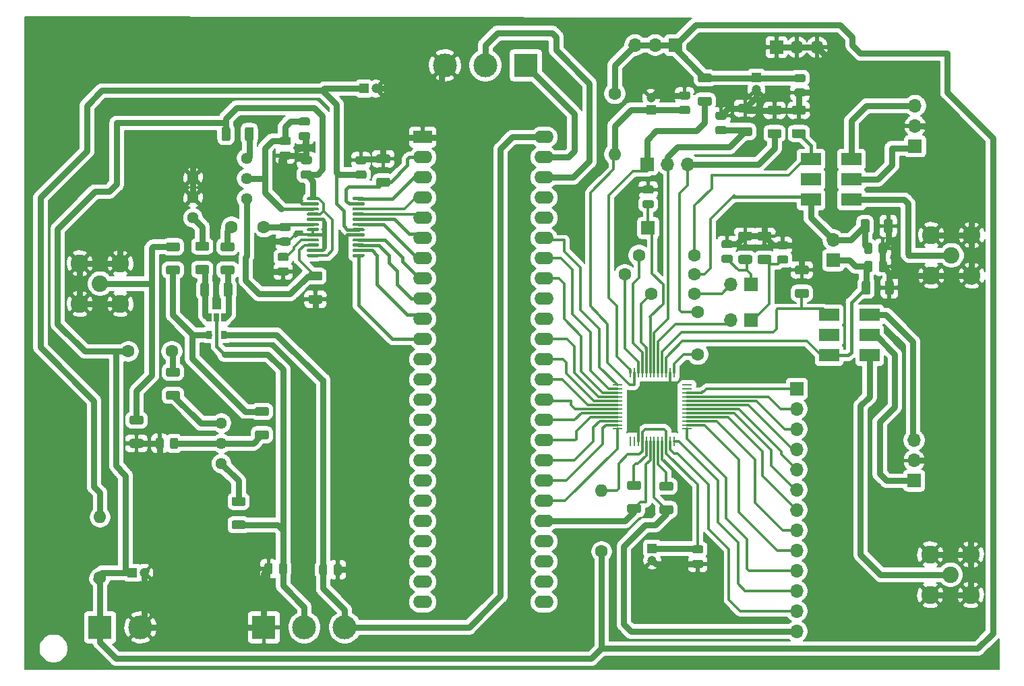
<source format=gbr>
%TF.GenerationSoftware,KiCad,Pcbnew,5.1.10-88a1d61d58~88~ubuntu18.04.1*%
%TF.CreationDate,2021-07-13T17:51:20-03:00*%
%TF.ProjectId,ASBF,41534246-2e6b-4696-9361-645f70636258,V1.1*%
%TF.SameCoordinates,Original*%
%TF.FileFunction,Copper,L1,Top*%
%TF.FilePolarity,Positive*%
%FSLAX46Y46*%
G04 Gerber Fmt 4.6, Leading zero omitted, Abs format (unit mm)*
G04 Created by KiCad (PCBNEW 5.1.10-88a1d61d58~88~ubuntu18.04.1) date 2021-07-13 17:51:20*
%MOMM*%
%LPD*%
G01*
G04 APERTURE LIST*
%TA.AperFunction,SMDPad,CuDef*%
%ADD10R,2.540000X1.650000*%
%TD*%
%TA.AperFunction,ComponentPad*%
%ADD11C,3.000000*%
%TD*%
%TA.AperFunction,ComponentPad*%
%ADD12R,3.000000X3.000000*%
%TD*%
%TA.AperFunction,ComponentPad*%
%ADD13C,1.200000*%
%TD*%
%TA.AperFunction,ComponentPad*%
%ADD14R,1.200000X1.200000*%
%TD*%
%TA.AperFunction,ComponentPad*%
%ADD15O,2.400000X1.600000*%
%TD*%
%TA.AperFunction,ComponentPad*%
%ADD16R,2.400000X1.600000*%
%TD*%
%TA.AperFunction,SMDPad,CuDef*%
%ADD17R,0.250000X1.300000*%
%TD*%
%TA.AperFunction,SMDPad,CuDef*%
%ADD18R,1.300000X0.250000*%
%TD*%
%TA.AperFunction,SMDPad,CuDef*%
%ADD19R,0.650000X1.060000*%
%TD*%
%TA.AperFunction,ComponentPad*%
%ADD20C,1.440000*%
%TD*%
%TA.AperFunction,ComponentPad*%
%ADD21O,1.600000X1.600000*%
%TD*%
%TA.AperFunction,ComponentPad*%
%ADD22C,1.600000*%
%TD*%
%TA.AperFunction,ComponentPad*%
%ADD23C,2.250000*%
%TD*%
%TA.AperFunction,ComponentPad*%
%ADD24C,2.050000*%
%TD*%
%TA.AperFunction,ComponentPad*%
%ADD25O,1.700000X1.700000*%
%TD*%
%TA.AperFunction,ComponentPad*%
%ADD26R,1.700000X1.700000*%
%TD*%
%TA.AperFunction,ViaPad*%
%ADD27C,1.600000*%
%TD*%
%TA.AperFunction,Conductor*%
%ADD28C,0.350000*%
%TD*%
%TA.AperFunction,Conductor*%
%ADD29C,0.800000*%
%TD*%
%TA.AperFunction,Conductor*%
%ADD30C,0.400000*%
%TD*%
%TA.AperFunction,Conductor*%
%ADD31C,0.300000*%
%TD*%
%TA.AperFunction,Conductor*%
%ADD32C,0.200000*%
%TD*%
%TA.AperFunction,Conductor*%
%ADD33C,0.100000*%
%TD*%
G04 APERTURE END LIST*
D10*
%TO.P,TR1,6*%
%TO.N,Net-(J5-Pad3)*%
X173736000Y-56769000D03*
%TO.P,TR1,5*%
%TO.N,Net-(J5-Pad1)*%
X173736000Y-59309000D03*
%TO.P,TR1,4*%
%TO.N,Net-(J6-Pad1)*%
X173736000Y-61849000D03*
%TO.P,TR1,3*%
%TO.N,Net-(C20-Pad1)*%
X168656000Y-61849000D03*
%TO.P,TR1,2*%
%TO.N,N/C*%
X168656000Y-59309000D03*
%TO.P,TR1,1*%
%TO.N,Net-(R16-Pad1)*%
X168656000Y-56769000D03*
%TD*%
D11*
%TO.P,J2,2*%
%TO.N,GND*%
X82169000Y-96012000D03*
D12*
%TO.P,J2,1*%
%TO.N,+3V3*%
X77089000Y-96012000D03*
%TD*%
D13*
%TO.P,C12,2*%
%TO.N,GND*%
X159512000Y-28424000D03*
D14*
%TO.P,C12,1*%
%TO.N,+3V3*%
X159512000Y-26924000D03*
%TD*%
D13*
%TO.P,C17,2*%
%TO.N,GND*%
X146431000Y-87606000D03*
D14*
%TO.P,C17,1*%
%TO.N,Net-(C15-Pad1)*%
X146431000Y-86106000D03*
%TD*%
D13*
%TO.P,C16,2*%
%TO.N,GND*%
X146304000Y-29488000D03*
D14*
%TO.P,C16,1*%
%TO.N,Net-(C14-Pad1)*%
X146304000Y-30988000D03*
%TD*%
D15*
%TO.P,J4,48*%
%TO.N,+5V*%
X132842000Y-34417000D03*
%TO.P,J4,24*%
%TO.N,/FPGA_Conector/V8*%
X117602000Y-92837000D03*
%TO.P,J4,47*%
%TO.N,Net-(J17-Pad1)*%
X132842000Y-36957000D03*
%TO.P,J4,23*%
%TO.N,/FPGA_Conector/U8*%
X117602000Y-90297000D03*
%TO.P,J4,46*%
%TO.N,Net-(J17-Pad2)*%
X132842000Y-39497000D03*
%TO.P,J4,22*%
%TO.N,/FPGA_Conector/W7*%
X117602000Y-87757000D03*
%TO.P,J4,45*%
%TO.N,/FPGA_Conector/N1*%
X132842000Y-42037000D03*
%TO.P,J4,21*%
%TO.N,/FPGA_Conector/U7*%
X117602000Y-85217000D03*
%TO.P,J4,44*%
%TO.N,/FPGA_Conector/M2*%
X132842000Y-44577000D03*
%TO.P,J4,20*%
%TO.N,/FPGA_Conector/U3*%
X117602000Y-82677000D03*
%TO.P,J4,43*%
%TO.N,/DAC/DA11*%
X132842000Y-47117000D03*
%TO.P,J4,19*%
%TO.N,/FPGA_Conector/W6*%
X117602000Y-80137000D03*
%TO.P,J4,42*%
%TO.N,/DAC/DA10*%
X132842000Y-49657000D03*
%TO.P,J4,18*%
%TO.N,/FPGA_Conector/U2*%
X117602000Y-77597000D03*
%TO.P,J4,41*%
%TO.N,/DAC/DA9*%
X132842000Y-52197000D03*
%TO.P,J4,17*%
%TO.N,/FPGA_Conector/U5*%
X117602000Y-75057000D03*
%TO.P,J4,40*%
%TO.N,/FPGA_Conector/H2*%
X132842000Y-54737000D03*
%TO.P,J4,16*%
%TO.N,/FPGA_Conector/W4*%
X117602000Y-72517000D03*
%TO.P,J4,39*%
%TO.N,/FPGA_Conector/G3*%
X132842000Y-57277000D03*
%TO.P,J4,15*%
%TO.N,/FPGA_Conector/V5*%
X117602000Y-69977000D03*
%TO.P,J4,38*%
%TO.N,/DAC/DA8*%
X132842000Y-59817000D03*
%TO.P,J4,14*%
%TO.N,/FPGA_Conector/U4*%
X117602000Y-67437000D03*
%TO.P,J4,37*%
%TO.N,/DAC/DA7*%
X132842000Y-62357000D03*
%TO.P,J4,13*%
%TO.N,/FPGA_Conector/V4*%
X117602000Y-64897000D03*
%TO.P,J4,36*%
%TO.N,/DAC/DA6*%
X132842000Y-64897000D03*
%TO.P,J4,12*%
%TO.N,/FPGA_Conector/W5*%
X117602000Y-62357000D03*
%TO.P,J4,35*%
%TO.N,/DAC/DA5*%
X132842000Y-67437000D03*
%TO.P,J4,11*%
%TO.N,/ADC/D8*%
X117602000Y-59817000D03*
%TO.P,J4,34*%
%TO.N,/DAC/DA4*%
X132842000Y-69977000D03*
%TO.P,J4,10*%
%TO.N,/ADC/D7*%
X117602000Y-57277000D03*
%TO.P,J4,33*%
%TO.N,/FPGA_Conector/A14*%
X132842000Y-72517000D03*
%TO.P,J4,9*%
%TO.N,/ADC/D5*%
X117602000Y-54737000D03*
%TO.P,J4,32*%
%TO.N,/FPGA_Conector/B15*%
X132842000Y-75057000D03*
%TO.P,J4,8*%
%TO.N,/ADC/D4*%
X117602000Y-52197000D03*
%TO.P,J4,31*%
%TO.N,/FPGA_Conector/A15*%
X132842000Y-77597000D03*
%TO.P,J4,7*%
%TO.N,/ADC/D3*%
X117602000Y-49657000D03*
%TO.P,J4,30*%
%TO.N,/DAC/DA0*%
X132842000Y-80137000D03*
%TO.P,J4,6*%
%TO.N,/ADC/D2*%
X117602000Y-47117000D03*
%TO.P,J4,29*%
%TO.N,/FPGA_Conector/C15*%
X132842000Y-82677000D03*
%TO.P,J4,5*%
%TO.N,/ADC/D1*%
X117602000Y-44577000D03*
%TO.P,J4,28*%
%TO.N,/FPGA_Conector/K3*%
X132842000Y-85217000D03*
%TO.P,J4,4*%
%TO.N,/ADC/D0*%
X117602000Y-42037000D03*
%TO.P,J4,27*%
%TO.N,/FPGA_Conector/A16*%
X132842000Y-87757000D03*
%TO.P,J4,3*%
%TO.N,/ADC/CLK*%
X117602000Y-39497000D03*
%TO.P,J4,26*%
%TO.N,/FPGA_Conector/L3*%
X132842000Y-90297000D03*
%TO.P,J4,2*%
%TO.N,/ADC/PWR_DWN*%
X117602000Y-36957000D03*
%TO.P,J4,25*%
%TO.N,/FPGA_Conector/M3*%
X132842000Y-92837000D03*
D16*
%TO.P,J4,1*%
%TO.N,GND*%
X117602000Y-34417000D03*
%TD*%
D17*
%TO.P,U3,48*%
%TO.N,Net-(J11-Pad1)*%
X143681000Y-63976000D03*
%TO.P,U3,47*%
%TO.N,Net-(C14-Pad1)*%
X144181000Y-63976000D03*
%TO.P,U3,46*%
%TO.N,Net-(C24-Pad1)*%
X144681000Y-63976000D03*
%TO.P,U3,45*%
%TO.N,Net-(R17-Pad1)*%
X145181000Y-63976000D03*
%TO.P,U3,44*%
%TO.N,Net-(J9-Pad2)*%
X145681000Y-63976000D03*
%TO.P,U3,43*%
%TO.N,Net-(C22-Pad1)*%
X146181000Y-63976000D03*
%TO.P,U3,42*%
%TO.N,Net-(C19-Pad1)*%
X146681000Y-63976000D03*
%TO.P,U3,41*%
%TO.N,Net-(J8-Pad2)*%
X147181000Y-63976000D03*
%TO.P,U3,40*%
%TO.N,Net-(R16-Pad1)*%
X147681000Y-63976000D03*
%TO.P,U3,39*%
%TO.N,Net-(C20-Pad1)*%
X148181000Y-63976000D03*
%TO.P,U3,38*%
%TO.N,GND*%
X148681000Y-63976000D03*
%TO.P,U3,37*%
%TO.N,Net-(J11-Pad3)*%
X149181000Y-63976000D03*
D18*
%TO.P,U3,36*%
%TO.N,Net-(U3-Pad36)*%
X150781000Y-65576000D03*
%TO.P,U3,35*%
%TO.N,Net-(U3-Pad35)*%
X150781000Y-66076000D03*
%TO.P,U3,34*%
%TO.N,Net-(J7-Pad1)*%
X150781000Y-66576000D03*
%TO.P,U3,33*%
%TO.N,Net-(J7-Pad2)*%
X150781000Y-67076000D03*
%TO.P,U3,32*%
%TO.N,Net-(J7-Pad3)*%
X150781000Y-67576000D03*
%TO.P,U3,31*%
%TO.N,Net-(J7-Pad4)*%
X150781000Y-68076000D03*
%TO.P,U3,30*%
%TO.N,Net-(J7-Pad5)*%
X150781000Y-68576000D03*
%TO.P,U3,29*%
%TO.N,Net-(J7-Pad6)*%
X150781000Y-69076000D03*
%TO.P,U3,28*%
%TO.N,Net-(J7-Pad7)*%
X150781000Y-69576000D03*
%TO.P,U3,27*%
%TO.N,Net-(J7-Pad8)*%
X150781000Y-70076000D03*
%TO.P,U3,26*%
%TO.N,Net-(J7-Pad9)*%
X150781000Y-70576000D03*
%TO.P,U3,25*%
%TO.N,Net-(J7-Pad10)*%
X150781000Y-71076000D03*
D17*
%TO.P,U3,24*%
%TO.N,Net-(J7-Pad11)*%
X149181000Y-72676000D03*
%TO.P,U3,23*%
%TO.N,Net-(J7-Pad12)*%
X148681000Y-72676000D03*
%TO.P,U3,22*%
%TO.N,Net-(C15-Pad1)*%
X148181000Y-72676000D03*
%TO.P,U3,21*%
%TO.N,GND*%
X147681000Y-72676000D03*
%TO.P,U3,20*%
%TO.N,Net-(R13-Pad2)*%
X147181000Y-72676000D03*
%TO.P,U3,19*%
%TO.N,Net-(J7-Pad13)*%
X146681000Y-72676000D03*
%TO.P,U3,18*%
%TO.N,/FPGA_Conector/C15*%
X146181000Y-72676000D03*
%TO.P,U3,17*%
%TO.N,Net-(R12-Pad2)*%
X145681000Y-72676000D03*
%TO.P,U3,16*%
%TO.N,Net-(C15-Pad1)*%
X145181000Y-72676000D03*
%TO.P,U3,15*%
%TO.N,GND*%
X144681000Y-72676000D03*
%TO.P,U3,14*%
%TO.N,Net-(U3-Pad14)*%
X144181000Y-72676000D03*
%TO.P,U3,13*%
%TO.N,Net-(U3-Pad13)*%
X143681000Y-72676000D03*
D18*
%TO.P,U3,12*%
%TO.N,/DAC/DA0*%
X142081000Y-71076000D03*
%TO.P,U3,11*%
%TO.N,/FPGA_Conector/A15*%
X142081000Y-70576000D03*
%TO.P,U3,10*%
%TO.N,/FPGA_Conector/B15*%
X142081000Y-70076000D03*
%TO.P,U3,9*%
%TO.N,/FPGA_Conector/A14*%
X142081000Y-69576000D03*
%TO.P,U3,8*%
%TO.N,/DAC/DA4*%
X142081000Y-69076000D03*
%TO.P,U3,7*%
%TO.N,/DAC/DA5*%
X142081000Y-68576000D03*
%TO.P,U3,6*%
%TO.N,/DAC/DA6*%
X142081000Y-68076000D03*
%TO.P,U3,5*%
%TO.N,/DAC/DA7*%
X142081000Y-67576000D03*
%TO.P,U3,4*%
%TO.N,/DAC/DA8*%
X142081000Y-67076000D03*
%TO.P,U3,3*%
%TO.N,/DAC/DA9*%
X142081000Y-66576000D03*
%TO.P,U3,2*%
%TO.N,/DAC/DA10*%
X142081000Y-66076000D03*
%TO.P,U3,1*%
%TO.N,/DAC/DA11*%
X142081000Y-65576000D03*
%TD*%
%TO.P,U2,24*%
%TO.N,/ADC/CLK*%
%TA.AperFunction,SMDPad,CuDef*%
G36*
G01*
X108805000Y-42245000D02*
X108805000Y-42045000D01*
G75*
G02*
X108905000Y-41945000I100000J0D01*
G01*
X110180000Y-41945000D01*
G75*
G02*
X110280000Y-42045000I0J-100000D01*
G01*
X110280000Y-42245000D01*
G75*
G02*
X110180000Y-42345000I-100000J0D01*
G01*
X108905000Y-42345000D01*
G75*
G02*
X108805000Y-42245000I0J100000D01*
G01*
G37*
%TD.AperFunction*%
%TO.P,U2,23*%
%TO.N,/ADC/PWR_DWN*%
%TA.AperFunction,SMDPad,CuDef*%
G36*
G01*
X108805000Y-42895000D02*
X108805000Y-42695000D01*
G75*
G02*
X108905000Y-42595000I100000J0D01*
G01*
X110180000Y-42595000D01*
G75*
G02*
X110280000Y-42695000I0J-100000D01*
G01*
X110280000Y-42895000D01*
G75*
G02*
X110180000Y-42995000I-100000J0D01*
G01*
X108905000Y-42995000D01*
G75*
G02*
X108805000Y-42895000I0J100000D01*
G01*
G37*
%TD.AperFunction*%
%TO.P,U2,22*%
%TO.N,/ADC/D0*%
%TA.AperFunction,SMDPad,CuDef*%
G36*
G01*
X108805000Y-43545000D02*
X108805000Y-43345000D01*
G75*
G02*
X108905000Y-43245000I100000J0D01*
G01*
X110180000Y-43245000D01*
G75*
G02*
X110280000Y-43345000I0J-100000D01*
G01*
X110280000Y-43545000D01*
G75*
G02*
X110180000Y-43645000I-100000J0D01*
G01*
X108905000Y-43645000D01*
G75*
G02*
X108805000Y-43545000I0J100000D01*
G01*
G37*
%TD.AperFunction*%
%TO.P,U2,21*%
%TO.N,/ADC/D1*%
%TA.AperFunction,SMDPad,CuDef*%
G36*
G01*
X108805000Y-44195000D02*
X108805000Y-43995000D01*
G75*
G02*
X108905000Y-43895000I100000J0D01*
G01*
X110180000Y-43895000D01*
G75*
G02*
X110280000Y-43995000I0J-100000D01*
G01*
X110280000Y-44195000D01*
G75*
G02*
X110180000Y-44295000I-100000J0D01*
G01*
X108905000Y-44295000D01*
G75*
G02*
X108805000Y-44195000I0J100000D01*
G01*
G37*
%TD.AperFunction*%
%TO.P,U2,20*%
%TO.N,/ADC/D2*%
%TA.AperFunction,SMDPad,CuDef*%
G36*
G01*
X108805000Y-44845000D02*
X108805000Y-44645000D01*
G75*
G02*
X108905000Y-44545000I100000J0D01*
G01*
X110180000Y-44545000D01*
G75*
G02*
X110280000Y-44645000I0J-100000D01*
G01*
X110280000Y-44845000D01*
G75*
G02*
X110180000Y-44945000I-100000J0D01*
G01*
X108905000Y-44945000D01*
G75*
G02*
X108805000Y-44845000I0J100000D01*
G01*
G37*
%TD.AperFunction*%
%TO.P,U2,19*%
%TO.N,/ADC/D3*%
%TA.AperFunction,SMDPad,CuDef*%
G36*
G01*
X108805000Y-45495000D02*
X108805000Y-45295000D01*
G75*
G02*
X108905000Y-45195000I100000J0D01*
G01*
X110180000Y-45195000D01*
G75*
G02*
X110280000Y-45295000I0J-100000D01*
G01*
X110280000Y-45495000D01*
G75*
G02*
X110180000Y-45595000I-100000J0D01*
G01*
X108905000Y-45595000D01*
G75*
G02*
X108805000Y-45495000I0J100000D01*
G01*
G37*
%TD.AperFunction*%
%TO.P,U2,18*%
%TO.N,Net-(C10-Pad1)*%
%TA.AperFunction,SMDPad,CuDef*%
G36*
G01*
X108805000Y-46145000D02*
X108805000Y-45945000D01*
G75*
G02*
X108905000Y-45845000I100000J0D01*
G01*
X110180000Y-45845000D01*
G75*
G02*
X110280000Y-45945000I0J-100000D01*
G01*
X110280000Y-46145000D01*
G75*
G02*
X110180000Y-46245000I-100000J0D01*
G01*
X108905000Y-46245000D01*
G75*
G02*
X108805000Y-46145000I0J100000D01*
G01*
G37*
%TD.AperFunction*%
%TO.P,U2,17*%
%TO.N,GND*%
%TA.AperFunction,SMDPad,CuDef*%
G36*
G01*
X108805000Y-46795000D02*
X108805000Y-46595000D01*
G75*
G02*
X108905000Y-46495000I100000J0D01*
G01*
X110180000Y-46495000D01*
G75*
G02*
X110280000Y-46595000I0J-100000D01*
G01*
X110280000Y-46795000D01*
G75*
G02*
X110180000Y-46895000I-100000J0D01*
G01*
X108905000Y-46895000D01*
G75*
G02*
X108805000Y-46795000I0J100000D01*
G01*
G37*
%TD.AperFunction*%
%TO.P,U2,16*%
%TO.N,/ADC/D4*%
%TA.AperFunction,SMDPad,CuDef*%
G36*
G01*
X108805000Y-47445000D02*
X108805000Y-47245000D01*
G75*
G02*
X108905000Y-47145000I100000J0D01*
G01*
X110180000Y-47145000D01*
G75*
G02*
X110280000Y-47245000I0J-100000D01*
G01*
X110280000Y-47445000D01*
G75*
G02*
X110180000Y-47545000I-100000J0D01*
G01*
X108905000Y-47545000D01*
G75*
G02*
X108805000Y-47445000I0J100000D01*
G01*
G37*
%TD.AperFunction*%
%TO.P,U2,15*%
%TO.N,/ADC/D5*%
%TA.AperFunction,SMDPad,CuDef*%
G36*
G01*
X108805000Y-48095000D02*
X108805000Y-47895000D01*
G75*
G02*
X108905000Y-47795000I100000J0D01*
G01*
X110180000Y-47795000D01*
G75*
G02*
X110280000Y-47895000I0J-100000D01*
G01*
X110280000Y-48095000D01*
G75*
G02*
X110180000Y-48195000I-100000J0D01*
G01*
X108905000Y-48195000D01*
G75*
G02*
X108805000Y-48095000I0J100000D01*
G01*
G37*
%TD.AperFunction*%
%TO.P,U2,14*%
%TO.N,/ADC/D7*%
%TA.AperFunction,SMDPad,CuDef*%
G36*
G01*
X108805000Y-48745000D02*
X108805000Y-48545000D01*
G75*
G02*
X108905000Y-48445000I100000J0D01*
G01*
X110180000Y-48445000D01*
G75*
G02*
X110280000Y-48545000I0J-100000D01*
G01*
X110280000Y-48745000D01*
G75*
G02*
X110180000Y-48845000I-100000J0D01*
G01*
X108905000Y-48845000D01*
G75*
G02*
X108805000Y-48745000I0J100000D01*
G01*
G37*
%TD.AperFunction*%
%TO.P,U2,13*%
%TO.N,/ADC/D8*%
%TA.AperFunction,SMDPad,CuDef*%
G36*
G01*
X108805000Y-49395000D02*
X108805000Y-49195000D01*
G75*
G02*
X108905000Y-49095000I100000J0D01*
G01*
X110180000Y-49095000D01*
G75*
G02*
X110280000Y-49195000I0J-100000D01*
G01*
X110280000Y-49395000D01*
G75*
G02*
X110180000Y-49495000I-100000J0D01*
G01*
X108905000Y-49495000D01*
G75*
G02*
X108805000Y-49395000I0J100000D01*
G01*
G37*
%TD.AperFunction*%
%TO.P,U2,12*%
%TO.N,+3V3*%
%TA.AperFunction,SMDPad,CuDef*%
G36*
G01*
X103080000Y-49395000D02*
X103080000Y-49195000D01*
G75*
G02*
X103180000Y-49095000I100000J0D01*
G01*
X104455000Y-49095000D01*
G75*
G02*
X104555000Y-49195000I0J-100000D01*
G01*
X104555000Y-49395000D01*
G75*
G02*
X104455000Y-49495000I-100000J0D01*
G01*
X103180000Y-49495000D01*
G75*
G02*
X103080000Y-49395000I0J100000D01*
G01*
G37*
%TD.AperFunction*%
%TO.P,U2,11*%
%TO.N,GND*%
%TA.AperFunction,SMDPad,CuDef*%
G36*
G01*
X103080000Y-48745000D02*
X103080000Y-48545000D01*
G75*
G02*
X103180000Y-48445000I100000J0D01*
G01*
X104455000Y-48445000D01*
G75*
G02*
X104555000Y-48545000I0J-100000D01*
G01*
X104555000Y-48745000D01*
G75*
G02*
X104455000Y-48845000I-100000J0D01*
G01*
X103180000Y-48845000D01*
G75*
G02*
X103080000Y-48745000I0J100000D01*
G01*
G37*
%TD.AperFunction*%
%TO.P,U2,10*%
%TO.N,Net-(R10-Pad1)*%
%TA.AperFunction,SMDPad,CuDef*%
G36*
G01*
X103080000Y-48095000D02*
X103080000Y-47895000D01*
G75*
G02*
X103180000Y-47795000I100000J0D01*
G01*
X104455000Y-47795000D01*
G75*
G02*
X104555000Y-47895000I0J-100000D01*
G01*
X104555000Y-48095000D01*
G75*
G02*
X104455000Y-48195000I-100000J0D01*
G01*
X103180000Y-48195000D01*
G75*
G02*
X103080000Y-48095000I0J100000D01*
G01*
G37*
%TD.AperFunction*%
%TO.P,U2,9*%
%TO.N,Net-(C7-Pad1)*%
%TA.AperFunction,SMDPad,CuDef*%
G36*
G01*
X103080000Y-47445000D02*
X103080000Y-47245000D01*
G75*
G02*
X103180000Y-47145000I100000J0D01*
G01*
X104455000Y-47145000D01*
G75*
G02*
X104555000Y-47245000I0J-100000D01*
G01*
X104555000Y-47445000D01*
G75*
G02*
X104455000Y-47545000I-100000J0D01*
G01*
X103180000Y-47545000D01*
G75*
G02*
X103080000Y-47445000I0J100000D01*
G01*
G37*
%TD.AperFunction*%
%TO.P,U2,8*%
%TO.N,GND*%
%TA.AperFunction,SMDPad,CuDef*%
G36*
G01*
X103080000Y-46795000D02*
X103080000Y-46595000D01*
G75*
G02*
X103180000Y-46495000I100000J0D01*
G01*
X104455000Y-46495000D01*
G75*
G02*
X104555000Y-46595000I0J-100000D01*
G01*
X104555000Y-46795000D01*
G75*
G02*
X104455000Y-46895000I-100000J0D01*
G01*
X103180000Y-46895000D01*
G75*
G02*
X103080000Y-46795000I0J100000D01*
G01*
G37*
%TD.AperFunction*%
%TO.P,U2,7*%
%TA.AperFunction,SMDPad,CuDef*%
G36*
G01*
X103080000Y-46145000D02*
X103080000Y-45945000D01*
G75*
G02*
X103180000Y-45845000I100000J0D01*
G01*
X104455000Y-45845000D01*
G75*
G02*
X104555000Y-45945000I0J-100000D01*
G01*
X104555000Y-46145000D01*
G75*
G02*
X104455000Y-46245000I-100000J0D01*
G01*
X103180000Y-46245000D01*
G75*
G02*
X103080000Y-46145000I0J100000D01*
G01*
G37*
%TD.AperFunction*%
%TO.P,U2,6*%
%TO.N,Net-(C6-Pad1)*%
%TA.AperFunction,SMDPad,CuDef*%
G36*
G01*
X103080000Y-45495000D02*
X103080000Y-45295000D01*
G75*
G02*
X103180000Y-45195000I100000J0D01*
G01*
X104455000Y-45195000D01*
G75*
G02*
X104555000Y-45295000I0J-100000D01*
G01*
X104555000Y-45495000D01*
G75*
G02*
X104455000Y-45595000I-100000J0D01*
G01*
X103180000Y-45595000D01*
G75*
G02*
X103080000Y-45495000I0J100000D01*
G01*
G37*
%TD.AperFunction*%
%TO.P,U2,5*%
%TO.N,GND*%
%TA.AperFunction,SMDPad,CuDef*%
G36*
G01*
X103080000Y-44845000D02*
X103080000Y-44645000D01*
G75*
G02*
X103180000Y-44545000I100000J0D01*
G01*
X104455000Y-44545000D01*
G75*
G02*
X104555000Y-44645000I0J-100000D01*
G01*
X104555000Y-44845000D01*
G75*
G02*
X104455000Y-44945000I-100000J0D01*
G01*
X103180000Y-44945000D01*
G75*
G02*
X103080000Y-44845000I0J100000D01*
G01*
G37*
%TD.AperFunction*%
%TO.P,U2,4*%
%TO.N,+3V3*%
%TA.AperFunction,SMDPad,CuDef*%
G36*
G01*
X103080000Y-44195000D02*
X103080000Y-43995000D01*
G75*
G02*
X103180000Y-43895000I100000J0D01*
G01*
X104455000Y-43895000D01*
G75*
G02*
X104555000Y-43995000I0J-100000D01*
G01*
X104555000Y-44195000D01*
G75*
G02*
X104455000Y-44295000I-100000J0D01*
G01*
X103180000Y-44295000D01*
G75*
G02*
X103080000Y-44195000I0J100000D01*
G01*
G37*
%TD.AperFunction*%
%TO.P,U2,3*%
%TO.N,Net-(C4-Pad1)*%
%TA.AperFunction,SMDPad,CuDef*%
G36*
G01*
X103080000Y-43545000D02*
X103080000Y-43345000D01*
G75*
G02*
X103180000Y-43245000I100000J0D01*
G01*
X104455000Y-43245000D01*
G75*
G02*
X104555000Y-43345000I0J-100000D01*
G01*
X104555000Y-43545000D01*
G75*
G02*
X104455000Y-43645000I-100000J0D01*
G01*
X103180000Y-43645000D01*
G75*
G02*
X103080000Y-43545000I0J100000D01*
G01*
G37*
%TD.AperFunction*%
%TO.P,U2,2*%
%TO.N,GND*%
%TA.AperFunction,SMDPad,CuDef*%
G36*
G01*
X103080000Y-42895000D02*
X103080000Y-42695000D01*
G75*
G02*
X103180000Y-42595000I100000J0D01*
G01*
X104455000Y-42595000D01*
G75*
G02*
X104555000Y-42695000I0J-100000D01*
G01*
X104555000Y-42895000D01*
G75*
G02*
X104455000Y-42995000I-100000J0D01*
G01*
X103180000Y-42995000D01*
G75*
G02*
X103080000Y-42895000I0J100000D01*
G01*
G37*
%TD.AperFunction*%
%TO.P,U2,1*%
%TO.N,+3V3*%
%TA.AperFunction,SMDPad,CuDef*%
G36*
G01*
X103080000Y-42245000D02*
X103080000Y-42045000D01*
G75*
G02*
X103180000Y-41945000I100000J0D01*
G01*
X104455000Y-41945000D01*
G75*
G02*
X104555000Y-42045000I0J-100000D01*
G01*
X104555000Y-42245000D01*
G75*
G02*
X104455000Y-42345000I-100000J0D01*
G01*
X103180000Y-42345000D01*
G75*
G02*
X103080000Y-42245000I0J100000D01*
G01*
G37*
%TD.AperFunction*%
%TD*%
D19*
%TO.P,U1,5*%
%TO.N,+5V*%
X92644000Y-59266000D03*
%TO.P,U1,4*%
%TO.N,Net-(R3-Pad2)*%
X90744000Y-59266000D03*
%TO.P,U1,3*%
%TO.N,Net-(R4-Pad2)*%
X90744000Y-57066000D03*
%TO.P,U1,2*%
%TO.N,-5V*%
X91694000Y-57066000D03*
%TO.P,U1,1*%
%TO.N,Net-(R7-Pad2)*%
X92644000Y-57066000D03*
%TD*%
D10*
%TO.P,TR2,6*%
%TO.N,Net-(J15-Pad3)*%
X171450000Y-37211000D03*
%TO.P,TR2,5*%
%TO.N,Net-(J15-Pad1)*%
X171450000Y-39751000D03*
%TO.P,TR2,4*%
%TO.N,Net-(J16-Pad1)*%
X171450000Y-42291000D03*
%TO.P,TR2,3*%
%TO.N,Net-(C24-Pad1)*%
X166370000Y-42291000D03*
%TO.P,TR2,2*%
%TO.N,N/C*%
X166370000Y-39751000D03*
%TO.P,TR2,1*%
%TO.N,Net-(R17-Pad1)*%
X166370000Y-37211000D03*
%TD*%
D20*
%TO.P,RV3,3*%
%TO.N,Net-(R10-Pad1)*%
X95504000Y-42164000D03*
%TO.P,RV3,2*%
%TO.N,Net-(C4-Pad1)*%
X95504000Y-39624000D03*
%TO.P,RV3,1*%
%TO.N,Net-(R8-Pad2)*%
X95504000Y-37084000D03*
%TD*%
%TO.P,RV2,3*%
%TO.N,Net-(R6-Pad2)*%
X92329000Y-75438000D03*
%TO.P,RV2,2*%
%TO.N,Net-(C1-Pad2)*%
X92329000Y-72898000D03*
%TO.P,RV2,1*%
%TO.N,Net-(R2-Pad1)*%
X92329000Y-70358000D03*
%TD*%
%TO.P,RV1,3*%
%TO.N,Net-(R4-Pad1)*%
X88773000Y-44577000D03*
%TO.P,RV1,2*%
%TO.N,GND*%
X88773000Y-42037000D03*
%TO.P,RV1,1*%
X88773000Y-39497000D03*
%TD*%
%TO.P,R22,2*%
%TO.N,GND*%
%TA.AperFunction,SMDPad,CuDef*%
G36*
G01*
X162423001Y-31612000D02*
X161172999Y-31612000D01*
G75*
G02*
X160923000Y-31362001I0J249999D01*
G01*
X160923000Y-30736999D01*
G75*
G02*
X161172999Y-30487000I249999J0D01*
G01*
X162423001Y-30487000D01*
G75*
G02*
X162673000Y-30736999I0J-249999D01*
G01*
X162673000Y-31362001D01*
G75*
G02*
X162423001Y-31612000I-249999J0D01*
G01*
G37*
%TD.AperFunction*%
%TO.P,R22,1*%
%TO.N,Net-(J11-Pad3)*%
%TA.AperFunction,SMDPad,CuDef*%
G36*
G01*
X162423001Y-34537000D02*
X161172999Y-34537000D01*
G75*
G02*
X160923000Y-34287001I0J249999D01*
G01*
X160923000Y-33661999D01*
G75*
G02*
X161172999Y-33412000I249999J0D01*
G01*
X162423001Y-33412000D01*
G75*
G02*
X162673000Y-33661999I0J-249999D01*
G01*
X162673000Y-34287001D01*
G75*
G02*
X162423001Y-34537000I-249999J0D01*
G01*
G37*
%TD.AperFunction*%
%TD*%
%TO.P,R21,2*%
%TO.N,GND*%
%TA.AperFunction,SMDPad,CuDef*%
G36*
G01*
X158740001Y-31358000D02*
X157489999Y-31358000D01*
G75*
G02*
X157240000Y-31108001I0J249999D01*
G01*
X157240000Y-30482999D01*
G75*
G02*
X157489999Y-30233000I249999J0D01*
G01*
X158740001Y-30233000D01*
G75*
G02*
X158990000Y-30482999I0J-249999D01*
G01*
X158990000Y-31108001D01*
G75*
G02*
X158740001Y-31358000I-249999J0D01*
G01*
G37*
%TD.AperFunction*%
%TO.P,R21,1*%
%TO.N,Net-(C19-Pad1)*%
%TA.AperFunction,SMDPad,CuDef*%
G36*
G01*
X158740001Y-34283000D02*
X157489999Y-34283000D01*
G75*
G02*
X157240000Y-34033001I0J249999D01*
G01*
X157240000Y-33407999D01*
G75*
G02*
X157489999Y-33158000I249999J0D01*
G01*
X158740001Y-33158000D01*
G75*
G02*
X158990000Y-33407999I0J-249999D01*
G01*
X158990000Y-34033001D01*
G75*
G02*
X158740001Y-34283000I-249999J0D01*
G01*
G37*
%TD.AperFunction*%
%TD*%
%TO.P,R20,2*%
%TO.N,Net-(J11-Pad1)*%
%TA.AperFunction,SMDPad,CuDef*%
G36*
G01*
X152409999Y-29348000D02*
X153660001Y-29348000D01*
G75*
G02*
X153910000Y-29597999I0J-249999D01*
G01*
X153910000Y-30223001D01*
G75*
G02*
X153660001Y-30473000I-249999J0D01*
G01*
X152409999Y-30473000D01*
G75*
G02*
X152160000Y-30223001I0J249999D01*
G01*
X152160000Y-29597999D01*
G75*
G02*
X152409999Y-29348000I249999J0D01*
G01*
G37*
%TD.AperFunction*%
%TO.P,R20,1*%
%TO.N,+3V3*%
%TA.AperFunction,SMDPad,CuDef*%
G36*
G01*
X152409999Y-26423000D02*
X153660001Y-26423000D01*
G75*
G02*
X153910000Y-26672999I0J-249999D01*
G01*
X153910000Y-27298001D01*
G75*
G02*
X153660001Y-27548000I-249999J0D01*
G01*
X152409999Y-27548000D01*
G75*
G02*
X152160000Y-27298001I0J249999D01*
G01*
X152160000Y-26672999D01*
G75*
G02*
X152409999Y-26423000I249999J0D01*
G01*
G37*
%TD.AperFunction*%
%TD*%
%TO.P,R19,2*%
%TO.N,GND*%
%TA.AperFunction,SMDPad,CuDef*%
G36*
G01*
X175525000Y-46218001D02*
X175525000Y-44967999D01*
G75*
G02*
X175774999Y-44718000I249999J0D01*
G01*
X176400001Y-44718000D01*
G75*
G02*
X176650000Y-44967999I0J-249999D01*
G01*
X176650000Y-46218001D01*
G75*
G02*
X176400001Y-46468000I-249999J0D01*
G01*
X175774999Y-46468000D01*
G75*
G02*
X175525000Y-46218001I0J249999D01*
G01*
G37*
%TD.AperFunction*%
%TO.P,R19,1*%
%TO.N,Net-(C24-Pad1)*%
%TA.AperFunction,SMDPad,CuDef*%
G36*
G01*
X172600000Y-46218001D02*
X172600000Y-44967999D01*
G75*
G02*
X172849999Y-44718000I249999J0D01*
G01*
X173475001Y-44718000D01*
G75*
G02*
X173725000Y-44967999I0J-249999D01*
G01*
X173725000Y-46218001D01*
G75*
G02*
X173475001Y-46468000I-249999J0D01*
G01*
X172849999Y-46468000D01*
G75*
G02*
X172600000Y-46218001I0J249999D01*
G01*
G37*
%TD.AperFunction*%
%TD*%
%TO.P,R18,2*%
%TO.N,GND*%
%TA.AperFunction,SMDPad,CuDef*%
G36*
G01*
X158740001Y-47421500D02*
X157489999Y-47421500D01*
G75*
G02*
X157240000Y-47171501I0J249999D01*
G01*
X157240000Y-46546499D01*
G75*
G02*
X157489999Y-46296500I249999J0D01*
G01*
X158740001Y-46296500D01*
G75*
G02*
X158990000Y-46546499I0J-249999D01*
G01*
X158990000Y-47171501D01*
G75*
G02*
X158740001Y-47421500I-249999J0D01*
G01*
G37*
%TD.AperFunction*%
%TO.P,R18,1*%
%TO.N,Net-(C23-Pad1)*%
%TA.AperFunction,SMDPad,CuDef*%
G36*
G01*
X158740001Y-50346500D02*
X157489999Y-50346500D01*
G75*
G02*
X157240000Y-50096501I0J249999D01*
G01*
X157240000Y-49471499D01*
G75*
G02*
X157489999Y-49221500I249999J0D01*
G01*
X158740001Y-49221500D01*
G75*
G02*
X158990000Y-49471499I0J-249999D01*
G01*
X158990000Y-50096501D01*
G75*
G02*
X158740001Y-50346500I-249999J0D01*
G01*
G37*
%TD.AperFunction*%
%TD*%
%TO.P,R17,2*%
%TO.N,GND*%
%TA.AperFunction,SMDPad,CuDef*%
G36*
G01*
X165471001Y-31612000D02*
X164220999Y-31612000D01*
G75*
G02*
X163971000Y-31362001I0J249999D01*
G01*
X163971000Y-30736999D01*
G75*
G02*
X164220999Y-30487000I249999J0D01*
G01*
X165471001Y-30487000D01*
G75*
G02*
X165721000Y-30736999I0J-249999D01*
G01*
X165721000Y-31362001D01*
G75*
G02*
X165471001Y-31612000I-249999J0D01*
G01*
G37*
%TD.AperFunction*%
%TO.P,R17,1*%
%TO.N,Net-(R17-Pad1)*%
%TA.AperFunction,SMDPad,CuDef*%
G36*
G01*
X165471001Y-34537000D02*
X164220999Y-34537000D01*
G75*
G02*
X163971000Y-34287001I0J249999D01*
G01*
X163971000Y-33661999D01*
G75*
G02*
X164220999Y-33412000I249999J0D01*
G01*
X165471001Y-33412000D01*
G75*
G02*
X165721000Y-33661999I0J-249999D01*
G01*
X165721000Y-34287001D01*
G75*
G02*
X165471001Y-34537000I-249999J0D01*
G01*
G37*
%TD.AperFunction*%
%TD*%
%TO.P,R16,2*%
%TO.N,GND*%
%TA.AperFunction,SMDPad,CuDef*%
G36*
G01*
X165852001Y-51678000D02*
X164601999Y-51678000D01*
G75*
G02*
X164352000Y-51428001I0J249999D01*
G01*
X164352000Y-50802999D01*
G75*
G02*
X164601999Y-50553000I249999J0D01*
G01*
X165852001Y-50553000D01*
G75*
G02*
X166102000Y-50802999I0J-249999D01*
G01*
X166102000Y-51428001D01*
G75*
G02*
X165852001Y-51678000I-249999J0D01*
G01*
G37*
%TD.AperFunction*%
%TO.P,R16,1*%
%TO.N,Net-(R16-Pad1)*%
%TA.AperFunction,SMDPad,CuDef*%
G36*
G01*
X165852001Y-54603000D02*
X164601999Y-54603000D01*
G75*
G02*
X164352000Y-54353001I0J249999D01*
G01*
X164352000Y-53727999D01*
G75*
G02*
X164601999Y-53478000I249999J0D01*
G01*
X165852001Y-53478000D01*
G75*
G02*
X166102000Y-53727999I0J-249999D01*
G01*
X166102000Y-54353001D01*
G75*
G02*
X165852001Y-54603000I-249999J0D01*
G01*
G37*
%TD.AperFunction*%
%TD*%
%TO.P,R15,2*%
%TO.N,Net-(C21-Pad2)*%
%TA.AperFunction,SMDPad,CuDef*%
G36*
G01*
X159902999Y-49221500D02*
X161153001Y-49221500D01*
G75*
G02*
X161403000Y-49471499I0J-249999D01*
G01*
X161403000Y-50096501D01*
G75*
G02*
X161153001Y-50346500I-249999J0D01*
G01*
X159902999Y-50346500D01*
G75*
G02*
X159653000Y-50096501I0J249999D01*
G01*
X159653000Y-49471499D01*
G75*
G02*
X159902999Y-49221500I249999J0D01*
G01*
G37*
%TD.AperFunction*%
%TO.P,R15,1*%
%TO.N,GND*%
%TA.AperFunction,SMDPad,CuDef*%
G36*
G01*
X159902999Y-46296500D02*
X161153001Y-46296500D01*
G75*
G02*
X161403000Y-46546499I0J-249999D01*
G01*
X161403000Y-47171501D01*
G75*
G02*
X161153001Y-47421500I-249999J0D01*
G01*
X159902999Y-47421500D01*
G75*
G02*
X159653000Y-47171501I0J249999D01*
G01*
X159653000Y-46546499D01*
G75*
G02*
X159902999Y-46296500I249999J0D01*
G01*
G37*
%TD.AperFunction*%
%TD*%
%TO.P,R14,2*%
%TO.N,GND*%
%TA.AperFunction,SMDPad,CuDef*%
G36*
G01*
X175652000Y-53965001D02*
X175652000Y-52714999D01*
G75*
G02*
X175901999Y-52465000I249999J0D01*
G01*
X176527001Y-52465000D01*
G75*
G02*
X176777000Y-52714999I0J-249999D01*
G01*
X176777000Y-53965001D01*
G75*
G02*
X176527001Y-54215000I-249999J0D01*
G01*
X175901999Y-54215000D01*
G75*
G02*
X175652000Y-53965001I0J249999D01*
G01*
G37*
%TD.AperFunction*%
%TO.P,R14,1*%
%TO.N,Net-(C20-Pad1)*%
%TA.AperFunction,SMDPad,CuDef*%
G36*
G01*
X172727000Y-53965001D02*
X172727000Y-52714999D01*
G75*
G02*
X172976999Y-52465000I249999J0D01*
G01*
X173602001Y-52465000D01*
G75*
G02*
X173852000Y-52714999I0J-249999D01*
G01*
X173852000Y-53965001D01*
G75*
G02*
X173602001Y-54215000I-249999J0D01*
G01*
X172976999Y-54215000D01*
G75*
G02*
X172727000Y-53965001I0J249999D01*
G01*
G37*
%TD.AperFunction*%
%TD*%
%TO.P,R13,2*%
%TO.N,Net-(R13-Pad2)*%
%TA.AperFunction,SMDPad,CuDef*%
G36*
G01*
X148834001Y-78856000D02*
X147583999Y-78856000D01*
G75*
G02*
X147334000Y-78606001I0J249999D01*
G01*
X147334000Y-77980999D01*
G75*
G02*
X147583999Y-77731000I249999J0D01*
G01*
X148834001Y-77731000D01*
G75*
G02*
X149084000Y-77980999I0J-249999D01*
G01*
X149084000Y-78606001D01*
G75*
G02*
X148834001Y-78856000I-249999J0D01*
G01*
G37*
%TD.AperFunction*%
%TO.P,R13,1*%
%TO.N,Net-(J7-Pad13)*%
%TA.AperFunction,SMDPad,CuDef*%
G36*
G01*
X148834001Y-81781000D02*
X147583999Y-81781000D01*
G75*
G02*
X147334000Y-81531001I0J249999D01*
G01*
X147334000Y-80905999D01*
G75*
G02*
X147583999Y-80656000I249999J0D01*
G01*
X148834001Y-80656000D01*
G75*
G02*
X149084000Y-80905999I0J-249999D01*
G01*
X149084000Y-81531001D01*
G75*
G02*
X148834001Y-81781000I-249999J0D01*
G01*
G37*
%TD.AperFunction*%
%TD*%
%TO.P,R12,2*%
%TO.N,Net-(R12-Pad2)*%
%TA.AperFunction,SMDPad,CuDef*%
G36*
G01*
X144770001Y-78729000D02*
X143519999Y-78729000D01*
G75*
G02*
X143270000Y-78479001I0J249999D01*
G01*
X143270000Y-77853999D01*
G75*
G02*
X143519999Y-77604000I249999J0D01*
G01*
X144770001Y-77604000D01*
G75*
G02*
X145020000Y-77853999I0J-249999D01*
G01*
X145020000Y-78479001D01*
G75*
G02*
X144770001Y-78729000I-249999J0D01*
G01*
G37*
%TD.AperFunction*%
%TO.P,R12,1*%
%TO.N,/FPGA_Conector/C15*%
%TA.AperFunction,SMDPad,CuDef*%
G36*
G01*
X144770001Y-81654000D02*
X143519999Y-81654000D01*
G75*
G02*
X143270000Y-81404001I0J249999D01*
G01*
X143270000Y-80778999D01*
G75*
G02*
X143519999Y-80529000I249999J0D01*
G01*
X144770001Y-80529000D01*
G75*
G02*
X145020000Y-80778999I0J-249999D01*
G01*
X145020000Y-81404001D01*
G75*
G02*
X144770001Y-81654000I-249999J0D01*
G01*
G37*
%TD.AperFunction*%
%TD*%
%TO.P,R11,2*%
%TO.N,GND*%
%TA.AperFunction,SMDPad,CuDef*%
G36*
G01*
X113274001Y-37708000D02*
X112023999Y-37708000D01*
G75*
G02*
X111774000Y-37458001I0J249999D01*
G01*
X111774000Y-36832999D01*
G75*
G02*
X112023999Y-36583000I249999J0D01*
G01*
X113274001Y-36583000D01*
G75*
G02*
X113524000Y-36832999I0J-249999D01*
G01*
X113524000Y-37458001D01*
G75*
G02*
X113274001Y-37708000I-249999J0D01*
G01*
G37*
%TD.AperFunction*%
%TO.P,R11,1*%
%TO.N,/ADC/PWR_DWN*%
%TA.AperFunction,SMDPad,CuDef*%
G36*
G01*
X113274001Y-40633000D02*
X112023999Y-40633000D01*
G75*
G02*
X111774000Y-40383001I0J249999D01*
G01*
X111774000Y-39757999D01*
G75*
G02*
X112023999Y-39508000I249999J0D01*
G01*
X113274001Y-39508000D01*
G75*
G02*
X113524000Y-39757999I0J-249999D01*
G01*
X113524000Y-40383001D01*
G75*
G02*
X113274001Y-40633000I-249999J0D01*
G01*
G37*
%TD.AperFunction*%
%TD*%
%TO.P,R10,2*%
%TO.N,GND*%
%TA.AperFunction,SMDPad,CuDef*%
G36*
G01*
X103514999Y-54240000D02*
X104765001Y-54240000D01*
G75*
G02*
X105015000Y-54489999I0J-249999D01*
G01*
X105015000Y-55115001D01*
G75*
G02*
X104765001Y-55365000I-249999J0D01*
G01*
X103514999Y-55365000D01*
G75*
G02*
X103265000Y-55115001I0J249999D01*
G01*
X103265000Y-54489999D01*
G75*
G02*
X103514999Y-54240000I249999J0D01*
G01*
G37*
%TD.AperFunction*%
%TO.P,R10,1*%
%TO.N,Net-(R10-Pad1)*%
%TA.AperFunction,SMDPad,CuDef*%
G36*
G01*
X103514999Y-51315000D02*
X104765001Y-51315000D01*
G75*
G02*
X105015000Y-51564999I0J-249999D01*
G01*
X105015000Y-52190001D01*
G75*
G02*
X104765001Y-52440000I-249999J0D01*
G01*
X103514999Y-52440000D01*
G75*
G02*
X103265000Y-52190001I0J249999D01*
G01*
X103265000Y-51564999D01*
G75*
G02*
X103514999Y-51315000I249999J0D01*
G01*
G37*
%TD.AperFunction*%
%TD*%
%TO.P,R9,2*%
%TO.N,Net-(C6-Pad1)*%
%TA.AperFunction,SMDPad,CuDef*%
G36*
G01*
X93716001Y-48757000D02*
X92465999Y-48757000D01*
G75*
G02*
X92216000Y-48507001I0J249999D01*
G01*
X92216000Y-47881999D01*
G75*
G02*
X92465999Y-47632000I249999J0D01*
G01*
X93716001Y-47632000D01*
G75*
G02*
X93966000Y-47881999I0J-249999D01*
G01*
X93966000Y-48507001D01*
G75*
G02*
X93716001Y-48757000I-249999J0D01*
G01*
G37*
%TD.AperFunction*%
%TO.P,R9,1*%
%TO.N,Net-(R7-Pad2)*%
%TA.AperFunction,SMDPad,CuDef*%
G36*
G01*
X93716001Y-51682000D02*
X92465999Y-51682000D01*
G75*
G02*
X92216000Y-51432001I0J249999D01*
G01*
X92216000Y-50806999D01*
G75*
G02*
X92465999Y-50557000I249999J0D01*
G01*
X93716001Y-50557000D01*
G75*
G02*
X93966000Y-50806999I0J-249999D01*
G01*
X93966000Y-51432001D01*
G75*
G02*
X93716001Y-51682000I-249999J0D01*
G01*
G37*
%TD.AperFunction*%
%TD*%
%TO.P,R8,2*%
%TO.N,Net-(R8-Pad2)*%
%TA.AperFunction,SMDPad,CuDef*%
G36*
G01*
X95261000Y-34661001D02*
X95261000Y-33410999D01*
G75*
G02*
X95510999Y-33161000I249999J0D01*
G01*
X96136001Y-33161000D01*
G75*
G02*
X96386000Y-33410999I0J-249999D01*
G01*
X96386000Y-34661001D01*
G75*
G02*
X96136001Y-34911000I-249999J0D01*
G01*
X95510999Y-34911000D01*
G75*
G02*
X95261000Y-34661001I0J249999D01*
G01*
G37*
%TD.AperFunction*%
%TO.P,R8,1*%
%TO.N,+3V3*%
%TA.AperFunction,SMDPad,CuDef*%
G36*
G01*
X92336000Y-34661001D02*
X92336000Y-33410999D01*
G75*
G02*
X92585999Y-33161000I249999J0D01*
G01*
X93211001Y-33161000D01*
G75*
G02*
X93461000Y-33410999I0J-249999D01*
G01*
X93461000Y-34661001D01*
G75*
G02*
X93211001Y-34911000I-249999J0D01*
G01*
X92585999Y-34911000D01*
G75*
G02*
X92336000Y-34661001I0J249999D01*
G01*
G37*
%TD.AperFunction*%
%TD*%
%TO.P,R7,2*%
%TO.N,Net-(R7-Pad2)*%
%TA.AperFunction,SMDPad,CuDef*%
G36*
G01*
X92594000Y-54219001D02*
X92594000Y-52968999D01*
G75*
G02*
X92843999Y-52719000I249999J0D01*
G01*
X93469001Y-52719000D01*
G75*
G02*
X93719000Y-52968999I0J-249999D01*
G01*
X93719000Y-54219001D01*
G75*
G02*
X93469001Y-54469000I-249999J0D01*
G01*
X92843999Y-54469000D01*
G75*
G02*
X92594000Y-54219001I0J249999D01*
G01*
G37*
%TD.AperFunction*%
%TO.P,R7,1*%
%TO.N,Net-(R4-Pad2)*%
%TA.AperFunction,SMDPad,CuDef*%
G36*
G01*
X89669000Y-54219001D02*
X89669000Y-52968999D01*
G75*
G02*
X89918999Y-52719000I249999J0D01*
G01*
X90544001Y-52719000D01*
G75*
G02*
X90794000Y-52968999I0J-249999D01*
G01*
X90794000Y-54219001D01*
G75*
G02*
X90544001Y-54469000I-249999J0D01*
G01*
X89918999Y-54469000D01*
G75*
G02*
X89669000Y-54219001I0J249999D01*
G01*
G37*
%TD.AperFunction*%
%TD*%
%TO.P,R6,2*%
%TO.N,Net-(R6-Pad2)*%
%TA.AperFunction,SMDPad,CuDef*%
G36*
G01*
X95113001Y-80761000D02*
X93862999Y-80761000D01*
G75*
G02*
X93613000Y-80511001I0J249999D01*
G01*
X93613000Y-79885999D01*
G75*
G02*
X93862999Y-79636000I249999J0D01*
G01*
X95113001Y-79636000D01*
G75*
G02*
X95363000Y-79885999I0J-249999D01*
G01*
X95363000Y-80511001D01*
G75*
G02*
X95113001Y-80761000I-249999J0D01*
G01*
G37*
%TD.AperFunction*%
%TO.P,R6,1*%
%TO.N,-5V*%
%TA.AperFunction,SMDPad,CuDef*%
G36*
G01*
X95113001Y-83686000D02*
X93862999Y-83686000D01*
G75*
G02*
X93613000Y-83436001I0J249999D01*
G01*
X93613000Y-82810999D01*
G75*
G02*
X93862999Y-82561000I249999J0D01*
G01*
X95113001Y-82561000D01*
G75*
G02*
X95363000Y-82810999I0J-249999D01*
G01*
X95363000Y-83436001D01*
G75*
G02*
X95113001Y-83686000I-249999J0D01*
G01*
G37*
%TD.AperFunction*%
%TD*%
%TO.P,R5,2*%
%TO.N,Net-(C1-Pad2)*%
%TA.AperFunction,SMDPad,CuDef*%
G36*
G01*
X96783999Y-71258000D02*
X98034001Y-71258000D01*
G75*
G02*
X98284000Y-71507999I0J-249999D01*
G01*
X98284000Y-72133001D01*
G75*
G02*
X98034001Y-72383000I-249999J0D01*
G01*
X96783999Y-72383000D01*
G75*
G02*
X96534000Y-72133001I0J249999D01*
G01*
X96534000Y-71507999D01*
G75*
G02*
X96783999Y-71258000I249999J0D01*
G01*
G37*
%TD.AperFunction*%
%TO.P,R5,1*%
%TO.N,Net-(R3-Pad2)*%
%TA.AperFunction,SMDPad,CuDef*%
G36*
G01*
X96783999Y-68333000D02*
X98034001Y-68333000D01*
G75*
G02*
X98284000Y-68582999I0J-249999D01*
G01*
X98284000Y-69208001D01*
G75*
G02*
X98034001Y-69458000I-249999J0D01*
G01*
X96783999Y-69458000D01*
G75*
G02*
X96534000Y-69208001I0J249999D01*
G01*
X96534000Y-68582999D01*
G75*
G02*
X96783999Y-68333000I249999J0D01*
G01*
G37*
%TD.AperFunction*%
%TD*%
%TO.P,R4,2*%
%TO.N,Net-(R4-Pad2)*%
%TA.AperFunction,SMDPad,CuDef*%
G36*
G01*
X89290999Y-50491500D02*
X90541001Y-50491500D01*
G75*
G02*
X90791000Y-50741499I0J-249999D01*
G01*
X90791000Y-51366501D01*
G75*
G02*
X90541001Y-51616500I-249999J0D01*
G01*
X89290999Y-51616500D01*
G75*
G02*
X89041000Y-51366501I0J249999D01*
G01*
X89041000Y-50741499D01*
G75*
G02*
X89290999Y-50491500I249999J0D01*
G01*
G37*
%TD.AperFunction*%
%TO.P,R4,1*%
%TO.N,Net-(R4-Pad1)*%
%TA.AperFunction,SMDPad,CuDef*%
G36*
G01*
X89290999Y-47566500D02*
X90541001Y-47566500D01*
G75*
G02*
X90791000Y-47816499I0J-249999D01*
G01*
X90791000Y-48441501D01*
G75*
G02*
X90541001Y-48691500I-249999J0D01*
G01*
X89290999Y-48691500D01*
G75*
G02*
X89041000Y-48441501I0J249999D01*
G01*
X89041000Y-47816499D01*
G75*
G02*
X89290999Y-47566500I249999J0D01*
G01*
G37*
%TD.AperFunction*%
%TD*%
%TO.P,R3,2*%
%TO.N,Net-(R3-Pad2)*%
%TA.AperFunction,SMDPad,CuDef*%
G36*
G01*
X85607999Y-50557000D02*
X86858001Y-50557000D01*
G75*
G02*
X87108000Y-50806999I0J-249999D01*
G01*
X87108000Y-51432001D01*
G75*
G02*
X86858001Y-51682000I-249999J0D01*
G01*
X85607999Y-51682000D01*
G75*
G02*
X85358000Y-51432001I0J249999D01*
G01*
X85358000Y-50806999D01*
G75*
G02*
X85607999Y-50557000I249999J0D01*
G01*
G37*
%TD.AperFunction*%
%TO.P,R3,1*%
%TO.N,Net-(J1-Pad1)*%
%TA.AperFunction,SMDPad,CuDef*%
G36*
G01*
X85607999Y-47632000D02*
X86858001Y-47632000D01*
G75*
G02*
X87108000Y-47881999I0J-249999D01*
G01*
X87108000Y-48507001D01*
G75*
G02*
X86858001Y-48757000I-249999J0D01*
G01*
X85607999Y-48757000D01*
G75*
G02*
X85358000Y-48507001I0J249999D01*
G01*
X85358000Y-47881999D01*
G75*
G02*
X85607999Y-47632000I249999J0D01*
G01*
G37*
%TD.AperFunction*%
%TD*%
%TO.P,R2,2*%
%TO.N,+3V3*%
%TA.AperFunction,SMDPad,CuDef*%
G36*
G01*
X86858001Y-64505000D02*
X85607999Y-64505000D01*
G75*
G02*
X85358000Y-64255001I0J249999D01*
G01*
X85358000Y-63629999D01*
G75*
G02*
X85607999Y-63380000I249999J0D01*
G01*
X86858001Y-63380000D01*
G75*
G02*
X87108000Y-63629999I0J-249999D01*
G01*
X87108000Y-64255001D01*
G75*
G02*
X86858001Y-64505000I-249999J0D01*
G01*
G37*
%TD.AperFunction*%
%TO.P,R2,1*%
%TO.N,Net-(R2-Pad1)*%
%TA.AperFunction,SMDPad,CuDef*%
G36*
G01*
X86858001Y-67430000D02*
X85607999Y-67430000D01*
G75*
G02*
X85358000Y-67180001I0J249999D01*
G01*
X85358000Y-66554999D01*
G75*
G02*
X85607999Y-66305000I249999J0D01*
G01*
X86858001Y-66305000D01*
G75*
G02*
X87108000Y-66554999I0J-249999D01*
G01*
X87108000Y-67180001D01*
G75*
G02*
X86858001Y-67430000I-249999J0D01*
G01*
G37*
%TD.AperFunction*%
%TD*%
%TO.P,R1,2*%
%TO.N,Net-(J1-Pad1)*%
%TA.AperFunction,SMDPad,CuDef*%
G36*
G01*
X82286001Y-70535500D02*
X81035999Y-70535500D01*
G75*
G02*
X80786000Y-70285501I0J249999D01*
G01*
X80786000Y-69660499D01*
G75*
G02*
X81035999Y-69410500I249999J0D01*
G01*
X82286001Y-69410500D01*
G75*
G02*
X82536000Y-69660499I0J-249999D01*
G01*
X82536000Y-70285501D01*
G75*
G02*
X82286001Y-70535500I-249999J0D01*
G01*
G37*
%TD.AperFunction*%
%TO.P,R1,1*%
%TO.N,GND*%
%TA.AperFunction,SMDPad,CuDef*%
G36*
G01*
X82286001Y-73460500D02*
X81035999Y-73460500D01*
G75*
G02*
X80786000Y-73210501I0J249999D01*
G01*
X80786000Y-72585499D01*
G75*
G02*
X81035999Y-72335500I249999J0D01*
G01*
X82286001Y-72335500D01*
G75*
G02*
X82536000Y-72585499I0J-249999D01*
G01*
X82536000Y-73210501D01*
G75*
G02*
X82286001Y-73460500I-249999J0D01*
G01*
G37*
%TD.AperFunction*%
%TD*%
D21*
%TO.P,L3,2*%
%TO.N,Net-(C15-Pad1)*%
X140081000Y-78867000D03*
D22*
%TO.P,L3,1*%
%TO.N,+3V3*%
X140081000Y-86487000D03*
%TD*%
D21*
%TO.P,L2,2*%
%TO.N,Net-(C14-Pad1)*%
X141732000Y-36576000D03*
D22*
%TO.P,L2,1*%
%TO.N,+3V3*%
X141732000Y-28956000D03*
%TD*%
D21*
%TO.P,L1,2*%
%TO.N,Net-(C10-Pad1)*%
X77089000Y-82169000D03*
D22*
%TO.P,L1,1*%
%TO.N,+3V3*%
X77089000Y-89789000D03*
%TD*%
D11*
%TO.P,J17,3*%
%TO.N,GND*%
X120396000Y-25400000D03*
%TO.P,J17,2*%
%TO.N,Net-(J17-Pad2)*%
X125476000Y-25400000D03*
D12*
%TO.P,J17,1*%
%TO.N,Net-(J17-Pad1)*%
X130556000Y-25400000D03*
%TD*%
D23*
%TO.P,J16,2*%
%TO.N,GND*%
X181483000Y-51816000D03*
X181483000Y-46736000D03*
X186563000Y-46736000D03*
X186563000Y-51816000D03*
D24*
%TO.P,J16,1*%
%TO.N,Net-(J16-Pad1)*%
X184023000Y-49276000D03*
%TD*%
D25*
%TO.P,J15,3*%
%TO.N,Net-(J15-Pad3)*%
X179451000Y-30480000D03*
%TO.P,J15,2*%
%TO.N,GND*%
X179451000Y-33020000D03*
D26*
%TO.P,J15,1*%
%TO.N,Net-(J15-Pad1)*%
X179451000Y-35560000D03*
%TD*%
D25*
%TO.P,J14,2*%
%TO.N,Net-(C24-Pad1)*%
X169164000Y-47371000D03*
D26*
%TO.P,J14,1*%
%TO.N,Net-(C20-Pad1)*%
X169164000Y-49911000D03*
%TD*%
D25*
%TO.P,J13,3*%
%TO.N,GND*%
X167132000Y-23114000D03*
%TO.P,J13,2*%
X164592000Y-23114000D03*
D26*
%TO.P,J13,1*%
X162052000Y-23114000D03*
%TD*%
D25*
%TO.P,J12,3*%
%TO.N,+3V3*%
X144272000Y-22860000D03*
%TO.P,J12,2*%
X146812000Y-22860000D03*
D26*
%TO.P,J12,1*%
X149352000Y-22860000D03*
%TD*%
D25*
%TO.P,J11,3*%
%TO.N,Net-(J11-Pad3)*%
X150876000Y-37846000D03*
%TO.P,J11,2*%
%TO.N,Net-(C19-Pad1)*%
X148336000Y-37846000D03*
D26*
%TO.P,J11,1*%
%TO.N,Net-(J11-Pad1)*%
X145796000Y-37846000D03*
%TD*%
%TO.P,J10,1*%
%TO.N,Net-(C22-Pad1)*%
X145923000Y-45847000D03*
%TD*%
D25*
%TO.P,J9,2*%
%TO.N,Net-(J9-Pad2)*%
X156337000Y-52959000D03*
D26*
%TO.P,J9,1*%
%TO.N,Net-(C23-Pad1)*%
X158877000Y-52959000D03*
%TD*%
D25*
%TO.P,J8,2*%
%TO.N,Net-(J8-Pad2)*%
X156337000Y-57404000D03*
D26*
%TO.P,J8,1*%
%TO.N,Net-(C21-Pad2)*%
X158877000Y-57404000D03*
%TD*%
D25*
%TO.P,J7,13*%
%TO.N,Net-(J7-Pad13)*%
X164592000Y-96520000D03*
%TO.P,J7,12*%
%TO.N,Net-(J7-Pad12)*%
X164592000Y-93980000D03*
%TO.P,J7,11*%
%TO.N,Net-(J7-Pad11)*%
X164592000Y-91440000D03*
%TO.P,J7,10*%
%TO.N,Net-(J7-Pad10)*%
X164592000Y-88900000D03*
%TO.P,J7,9*%
%TO.N,Net-(J7-Pad9)*%
X164592000Y-86360000D03*
%TO.P,J7,8*%
%TO.N,Net-(J7-Pad8)*%
X164592000Y-83820000D03*
%TO.P,J7,7*%
%TO.N,Net-(J7-Pad7)*%
X164592000Y-81280000D03*
%TO.P,J7,6*%
%TO.N,Net-(J7-Pad6)*%
X164592000Y-78740000D03*
%TO.P,J7,5*%
%TO.N,Net-(J7-Pad5)*%
X164592000Y-76200000D03*
%TO.P,J7,4*%
%TO.N,Net-(J7-Pad4)*%
X164592000Y-73660000D03*
%TO.P,J7,3*%
%TO.N,Net-(J7-Pad3)*%
X164592000Y-71120000D03*
%TO.P,J7,2*%
%TO.N,Net-(J7-Pad2)*%
X164592000Y-68580000D03*
D26*
%TO.P,J7,1*%
%TO.N,Net-(J7-Pad1)*%
X164592000Y-66040000D03*
%TD*%
D23*
%TO.P,J6,2*%
%TO.N,GND*%
X181356000Y-91948000D03*
X181356000Y-86868000D03*
X186436000Y-86868000D03*
X186436000Y-91948000D03*
D24*
%TO.P,J6,1*%
%TO.N,Net-(J6-Pad1)*%
X183896000Y-89408000D03*
%TD*%
D25*
%TO.P,J5,3*%
%TO.N,Net-(J5-Pad3)*%
X179324000Y-72517000D03*
%TO.P,J5,2*%
%TO.N,GND*%
X179324000Y-75057000D03*
D26*
%TO.P,J5,1*%
%TO.N,Net-(J5-Pad1)*%
X179324000Y-77597000D03*
%TD*%
D11*
%TO.P,J3,3*%
%TO.N,+5V*%
X107823000Y-96012000D03*
%TO.P,J3,2*%
%TO.N,-5V*%
X102743000Y-96012000D03*
D12*
%TO.P,J3,1*%
%TO.N,GND*%
X97663000Y-96012000D03*
%TD*%
D23*
%TO.P,J1,2*%
%TO.N,GND*%
X74549000Y-55372000D03*
X74549000Y-50292000D03*
X79629000Y-50292000D03*
X79629000Y-55372000D03*
D24*
%TO.P,J1,1*%
%TO.N,Net-(J1-Pad1)*%
X77089000Y-52832000D03*
%TD*%
%TO.P,C24,2*%
%TO.N,GND*%
%TA.AperFunction,SMDPad,CuDef*%
G36*
G01*
X174874500Y-48837001D02*
X174874500Y-47936999D01*
G75*
G02*
X175124499Y-47687000I249999J0D01*
G01*
X175649501Y-47687000D01*
G75*
G02*
X175899500Y-47936999I0J-249999D01*
G01*
X175899500Y-48837001D01*
G75*
G02*
X175649501Y-49087000I-249999J0D01*
G01*
X175124499Y-49087000D01*
G75*
G02*
X174874500Y-48837001I0J249999D01*
G01*
G37*
%TD.AperFunction*%
%TO.P,C24,1*%
%TO.N,Net-(C24-Pad1)*%
%TA.AperFunction,SMDPad,CuDef*%
G36*
G01*
X173049500Y-48837001D02*
X173049500Y-47936999D01*
G75*
G02*
X173299499Y-47687000I249999J0D01*
G01*
X173824501Y-47687000D01*
G75*
G02*
X174074500Y-47936999I0J-249999D01*
G01*
X174074500Y-48837001D01*
G75*
G02*
X173824501Y-49087000I-249999J0D01*
G01*
X173299499Y-49087000D01*
G75*
G02*
X173049500Y-48837001I0J249999D01*
G01*
G37*
%TD.AperFunction*%
%TD*%
%TO.P,C23,2*%
%TO.N,GND*%
%TA.AperFunction,SMDPad,CuDef*%
G36*
G01*
X156279001Y-48391500D02*
X155378999Y-48391500D01*
G75*
G02*
X155129000Y-48141501I0J249999D01*
G01*
X155129000Y-47616499D01*
G75*
G02*
X155378999Y-47366500I249999J0D01*
G01*
X156279001Y-47366500D01*
G75*
G02*
X156529000Y-47616499I0J-249999D01*
G01*
X156529000Y-48141501D01*
G75*
G02*
X156279001Y-48391500I-249999J0D01*
G01*
G37*
%TD.AperFunction*%
%TO.P,C23,1*%
%TO.N,Net-(C23-Pad1)*%
%TA.AperFunction,SMDPad,CuDef*%
G36*
G01*
X156279001Y-50216500D02*
X155378999Y-50216500D01*
G75*
G02*
X155129000Y-49966501I0J249999D01*
G01*
X155129000Y-49441499D01*
G75*
G02*
X155378999Y-49191500I249999J0D01*
G01*
X156279001Y-49191500D01*
G75*
G02*
X156529000Y-49441499I0J-249999D01*
G01*
X156529000Y-49966501D01*
G75*
G02*
X156279001Y-50216500I-249999J0D01*
G01*
G37*
%TD.AperFunction*%
%TD*%
%TO.P,C22,2*%
%TO.N,GND*%
%TA.AperFunction,SMDPad,CuDef*%
G36*
G01*
X146373001Y-41533500D02*
X145472999Y-41533500D01*
G75*
G02*
X145223000Y-41283501I0J249999D01*
G01*
X145223000Y-40758499D01*
G75*
G02*
X145472999Y-40508500I249999J0D01*
G01*
X146373001Y-40508500D01*
G75*
G02*
X146623000Y-40758499I0J-249999D01*
G01*
X146623000Y-41283501D01*
G75*
G02*
X146373001Y-41533500I-249999J0D01*
G01*
G37*
%TD.AperFunction*%
%TO.P,C22,1*%
%TO.N,Net-(C22-Pad1)*%
%TA.AperFunction,SMDPad,CuDef*%
G36*
G01*
X146373001Y-43358500D02*
X145472999Y-43358500D01*
G75*
G02*
X145223000Y-43108501I0J249999D01*
G01*
X145223000Y-42583499D01*
G75*
G02*
X145472999Y-42333500I249999J0D01*
G01*
X146373001Y-42333500D01*
G75*
G02*
X146623000Y-42583499I0J-249999D01*
G01*
X146623000Y-43108501D01*
G75*
G02*
X146373001Y-43358500I-249999J0D01*
G01*
G37*
%TD.AperFunction*%
%TD*%
%TO.P,C21,2*%
%TO.N,Net-(C21-Pad2)*%
%TA.AperFunction,SMDPad,CuDef*%
G36*
G01*
X162363999Y-49295000D02*
X163264001Y-49295000D01*
G75*
G02*
X163514000Y-49544999I0J-249999D01*
G01*
X163514000Y-50070001D01*
G75*
G02*
X163264001Y-50320000I-249999J0D01*
G01*
X162363999Y-50320000D01*
G75*
G02*
X162114000Y-50070001I0J249999D01*
G01*
X162114000Y-49544999D01*
G75*
G02*
X162363999Y-49295000I249999J0D01*
G01*
G37*
%TD.AperFunction*%
%TO.P,C21,1*%
%TO.N,GND*%
%TA.AperFunction,SMDPad,CuDef*%
G36*
G01*
X162363999Y-47470000D02*
X163264001Y-47470000D01*
G75*
G02*
X163514000Y-47719999I0J-249999D01*
G01*
X163514000Y-48245001D01*
G75*
G02*
X163264001Y-48495000I-249999J0D01*
G01*
X162363999Y-48495000D01*
G75*
G02*
X162114000Y-48245001I0J249999D01*
G01*
X162114000Y-47719999D01*
G75*
G02*
X162363999Y-47470000I249999J0D01*
G01*
G37*
%TD.AperFunction*%
%TD*%
%TO.P,C20,2*%
%TO.N,GND*%
%TA.AperFunction,SMDPad,CuDef*%
G36*
G01*
X174898000Y-51123001D02*
X174898000Y-50222999D01*
G75*
G02*
X175147999Y-49973000I249999J0D01*
G01*
X175673001Y-49973000D01*
G75*
G02*
X175923000Y-50222999I0J-249999D01*
G01*
X175923000Y-51123001D01*
G75*
G02*
X175673001Y-51373000I-249999J0D01*
G01*
X175147999Y-51373000D01*
G75*
G02*
X174898000Y-51123001I0J249999D01*
G01*
G37*
%TD.AperFunction*%
%TO.P,C20,1*%
%TO.N,Net-(C20-Pad1)*%
%TA.AperFunction,SMDPad,CuDef*%
G36*
G01*
X173073000Y-51123001D02*
X173073000Y-50222999D01*
G75*
G02*
X173322999Y-49973000I249999J0D01*
G01*
X173848001Y-49973000D01*
G75*
G02*
X174098000Y-50222999I0J-249999D01*
G01*
X174098000Y-51123001D01*
G75*
G02*
X173848001Y-51373000I-249999J0D01*
G01*
X173322999Y-51373000D01*
G75*
G02*
X173073000Y-51123001I0J249999D01*
G01*
G37*
%TD.AperFunction*%
%TD*%
%TO.P,C19,2*%
%TO.N,GND*%
%TA.AperFunction,SMDPad,CuDef*%
G36*
G01*
X155517001Y-32239000D02*
X154616999Y-32239000D01*
G75*
G02*
X154367000Y-31989001I0J249999D01*
G01*
X154367000Y-31463999D01*
G75*
G02*
X154616999Y-31214000I249999J0D01*
G01*
X155517001Y-31214000D01*
G75*
G02*
X155767000Y-31463999I0J-249999D01*
G01*
X155767000Y-31989001D01*
G75*
G02*
X155517001Y-32239000I-249999J0D01*
G01*
G37*
%TD.AperFunction*%
%TO.P,C19,1*%
%TO.N,Net-(C19-Pad1)*%
%TA.AperFunction,SMDPad,CuDef*%
G36*
G01*
X155517001Y-34064000D02*
X154616999Y-34064000D01*
G75*
G02*
X154367000Y-33814001I0J249999D01*
G01*
X154367000Y-33288999D01*
G75*
G02*
X154616999Y-33039000I249999J0D01*
G01*
X155517001Y-33039000D01*
G75*
G02*
X155767000Y-33288999I0J-249999D01*
G01*
X155767000Y-33814001D01*
G75*
G02*
X155517001Y-34064000I-249999J0D01*
G01*
G37*
%TD.AperFunction*%
%TD*%
%TO.P,C18,2*%
%TO.N,GND*%
%TA.AperFunction,SMDPad,CuDef*%
G36*
G01*
X164522999Y-28316500D02*
X165423001Y-28316500D01*
G75*
G02*
X165673000Y-28566499I0J-249999D01*
G01*
X165673000Y-29091501D01*
G75*
G02*
X165423001Y-29341500I-249999J0D01*
G01*
X164522999Y-29341500D01*
G75*
G02*
X164273000Y-29091501I0J249999D01*
G01*
X164273000Y-28566499D01*
G75*
G02*
X164522999Y-28316500I249999J0D01*
G01*
G37*
%TD.AperFunction*%
%TO.P,C18,1*%
%TO.N,+3V3*%
%TA.AperFunction,SMDPad,CuDef*%
G36*
G01*
X164522999Y-26491500D02*
X165423001Y-26491500D01*
G75*
G02*
X165673000Y-26741499I0J-249999D01*
G01*
X165673000Y-27266501D01*
G75*
G02*
X165423001Y-27516500I-249999J0D01*
G01*
X164522999Y-27516500D01*
G75*
G02*
X164273000Y-27266501I0J249999D01*
G01*
X164273000Y-26741499D01*
G75*
G02*
X164522999Y-26491500I249999J0D01*
G01*
G37*
%TD.AperFunction*%
%TD*%
%TO.P,C15,2*%
%TO.N,GND*%
%TA.AperFunction,SMDPad,CuDef*%
G36*
G01*
X151695999Y-87522000D02*
X152596001Y-87522000D01*
G75*
G02*
X152846000Y-87771999I0J-249999D01*
G01*
X152846000Y-88297001D01*
G75*
G02*
X152596001Y-88547000I-249999J0D01*
G01*
X151695999Y-88547000D01*
G75*
G02*
X151446000Y-88297001I0J249999D01*
G01*
X151446000Y-87771999D01*
G75*
G02*
X151695999Y-87522000I249999J0D01*
G01*
G37*
%TD.AperFunction*%
%TO.P,C15,1*%
%TO.N,Net-(C15-Pad1)*%
%TA.AperFunction,SMDPad,CuDef*%
G36*
G01*
X151695999Y-85697000D02*
X152596001Y-85697000D01*
G75*
G02*
X152846000Y-85946999I0J-249999D01*
G01*
X152846000Y-86472001D01*
G75*
G02*
X152596001Y-86722000I-249999J0D01*
G01*
X151695999Y-86722000D01*
G75*
G02*
X151446000Y-86472001I0J249999D01*
G01*
X151446000Y-85946999D01*
G75*
G02*
X151695999Y-85697000I249999J0D01*
G01*
G37*
%TD.AperFunction*%
%TD*%
%TO.P,C14,2*%
%TO.N,GND*%
%TA.AperFunction,SMDPad,CuDef*%
G36*
G01*
X150945001Y-29699000D02*
X150044999Y-29699000D01*
G75*
G02*
X149795000Y-29449001I0J249999D01*
G01*
X149795000Y-28923999D01*
G75*
G02*
X150044999Y-28674000I249999J0D01*
G01*
X150945001Y-28674000D01*
G75*
G02*
X151195000Y-28923999I0J-249999D01*
G01*
X151195000Y-29449001D01*
G75*
G02*
X150945001Y-29699000I-249999J0D01*
G01*
G37*
%TD.AperFunction*%
%TO.P,C14,1*%
%TO.N,Net-(C14-Pad1)*%
%TA.AperFunction,SMDPad,CuDef*%
G36*
G01*
X150945001Y-31524000D02*
X150044999Y-31524000D01*
G75*
G02*
X149795000Y-31274001I0J249999D01*
G01*
X149795000Y-30748999D01*
G75*
G02*
X150044999Y-30499000I249999J0D01*
G01*
X150945001Y-30499000D01*
G75*
G02*
X151195000Y-30748999I0J-249999D01*
G01*
X151195000Y-31274001D01*
G75*
G02*
X150945001Y-31524000I-249999J0D01*
G01*
G37*
%TD.AperFunction*%
%TD*%
%TO.P,C11,2*%
%TO.N,GND*%
%TA.AperFunction,SMDPad,CuDef*%
G36*
G01*
X110305001Y-37827000D02*
X109404999Y-37827000D01*
G75*
G02*
X109155000Y-37577001I0J249999D01*
G01*
X109155000Y-37051999D01*
G75*
G02*
X109404999Y-36802000I249999J0D01*
G01*
X110305001Y-36802000D01*
G75*
G02*
X110555000Y-37051999I0J-249999D01*
G01*
X110555000Y-37577001D01*
G75*
G02*
X110305001Y-37827000I-249999J0D01*
G01*
G37*
%TD.AperFunction*%
%TO.P,C11,1*%
%TO.N,Net-(C10-Pad1)*%
%TA.AperFunction,SMDPad,CuDef*%
G36*
G01*
X110305001Y-39652000D02*
X109404999Y-39652000D01*
G75*
G02*
X109155000Y-39402001I0J249999D01*
G01*
X109155000Y-38876999D01*
G75*
G02*
X109404999Y-38627000I249999J0D01*
G01*
X110305001Y-38627000D01*
G75*
G02*
X110555000Y-38876999I0J-249999D01*
G01*
X110555000Y-39402001D01*
G75*
G02*
X110305001Y-39652000I-249999J0D01*
G01*
G37*
%TD.AperFunction*%
%TD*%
D13*
%TO.P,C10,2*%
%TO.N,GND*%
X111736000Y-28321000D03*
D14*
%TO.P,C10,1*%
%TO.N,Net-(C10-Pad1)*%
X110236000Y-28321000D03*
%TD*%
D13*
%TO.P,C9,2*%
%TO.N,GND*%
X82653000Y-89154000D03*
D14*
%TO.P,C9,1*%
%TO.N,+3V3*%
X81153000Y-89154000D03*
%TD*%
%TO.P,C8,2*%
%TO.N,+3V3*%
%TA.AperFunction,SMDPad,CuDef*%
G36*
G01*
X102546999Y-38627000D02*
X103447001Y-38627000D01*
G75*
G02*
X103697000Y-38876999I0J-249999D01*
G01*
X103697000Y-39402001D01*
G75*
G02*
X103447001Y-39652000I-249999J0D01*
G01*
X102546999Y-39652000D01*
G75*
G02*
X102297000Y-39402001I0J249999D01*
G01*
X102297000Y-38876999D01*
G75*
G02*
X102546999Y-38627000I249999J0D01*
G01*
G37*
%TD.AperFunction*%
%TO.P,C8,1*%
%TO.N,GND*%
%TA.AperFunction,SMDPad,CuDef*%
G36*
G01*
X102546999Y-36802000D02*
X103447001Y-36802000D01*
G75*
G02*
X103697000Y-37051999I0J-249999D01*
G01*
X103697000Y-37577001D01*
G75*
G02*
X103447001Y-37827000I-249999J0D01*
G01*
X102546999Y-37827000D01*
G75*
G02*
X102297000Y-37577001I0J249999D01*
G01*
X102297000Y-37051999D01*
G75*
G02*
X102546999Y-36802000I249999J0D01*
G01*
G37*
%TD.AperFunction*%
%TD*%
%TO.P,C7,2*%
%TO.N,GND*%
%TA.AperFunction,SMDPad,CuDef*%
G36*
G01*
X99625999Y-50795500D02*
X100526001Y-50795500D01*
G75*
G02*
X100776000Y-51045499I0J-249999D01*
G01*
X100776000Y-51570501D01*
G75*
G02*
X100526001Y-51820500I-249999J0D01*
G01*
X99625999Y-51820500D01*
G75*
G02*
X99376000Y-51570501I0J249999D01*
G01*
X99376000Y-51045499D01*
G75*
G02*
X99625999Y-50795500I249999J0D01*
G01*
G37*
%TD.AperFunction*%
%TO.P,C7,1*%
%TO.N,Net-(C7-Pad1)*%
%TA.AperFunction,SMDPad,CuDef*%
G36*
G01*
X99625999Y-48970500D02*
X100526001Y-48970500D01*
G75*
G02*
X100776000Y-49220499I0J-249999D01*
G01*
X100776000Y-49745501D01*
G75*
G02*
X100526001Y-49995500I-249999J0D01*
G01*
X99625999Y-49995500D01*
G75*
G02*
X99376000Y-49745501I0J249999D01*
G01*
X99376000Y-49220499D01*
G75*
G02*
X99625999Y-48970500I249999J0D01*
G01*
G37*
%TD.AperFunction*%
%TD*%
%TO.P,C6,2*%
%TO.N,GND*%
%TA.AperFunction,SMDPad,CuDef*%
G36*
G01*
X99879999Y-47032500D02*
X100780001Y-47032500D01*
G75*
G02*
X101030000Y-47282499I0J-249999D01*
G01*
X101030000Y-47807501D01*
G75*
G02*
X100780001Y-48057500I-249999J0D01*
G01*
X99879999Y-48057500D01*
G75*
G02*
X99630000Y-47807501I0J249999D01*
G01*
X99630000Y-47282499D01*
G75*
G02*
X99879999Y-47032500I249999J0D01*
G01*
G37*
%TD.AperFunction*%
%TO.P,C6,1*%
%TO.N,Net-(C6-Pad1)*%
%TA.AperFunction,SMDPad,CuDef*%
G36*
G01*
X99879999Y-45207500D02*
X100780001Y-45207500D01*
G75*
G02*
X101030000Y-45457499I0J-249999D01*
G01*
X101030000Y-45982501D01*
G75*
G02*
X100780001Y-46232500I-249999J0D01*
G01*
X99879999Y-46232500D01*
G75*
G02*
X99630000Y-45982501I0J249999D01*
G01*
X99630000Y-45457499D01*
G75*
G02*
X99879999Y-45207500I249999J0D01*
G01*
G37*
%TD.AperFunction*%
%TD*%
%TO.P,C5,2*%
%TO.N,GND*%
%TA.AperFunction,SMDPad,CuDef*%
G36*
G01*
X102292999Y-33777500D02*
X103193001Y-33777500D01*
G75*
G02*
X103443000Y-34027499I0J-249999D01*
G01*
X103443000Y-34552501D01*
G75*
G02*
X103193001Y-34802500I-249999J0D01*
G01*
X102292999Y-34802500D01*
G75*
G02*
X102043000Y-34552501I0J249999D01*
G01*
X102043000Y-34027499D01*
G75*
G02*
X102292999Y-33777500I249999J0D01*
G01*
G37*
%TD.AperFunction*%
%TO.P,C5,1*%
%TO.N,Net-(C4-Pad1)*%
%TA.AperFunction,SMDPad,CuDef*%
G36*
G01*
X102292999Y-31952500D02*
X103193001Y-31952500D01*
G75*
G02*
X103443000Y-32202499I0J-249999D01*
G01*
X103443000Y-32727501D01*
G75*
G02*
X103193001Y-32977500I-249999J0D01*
G01*
X102292999Y-32977500D01*
G75*
G02*
X102043000Y-32727501I0J249999D01*
G01*
X102043000Y-32202499D01*
G75*
G02*
X102292999Y-31952500I249999J0D01*
G01*
G37*
%TD.AperFunction*%
%TD*%
%TO.P,C4,2*%
%TO.N,GND*%
%TA.AperFunction,SMDPad,CuDef*%
G36*
G01*
X99879999Y-36214000D02*
X100780001Y-36214000D01*
G75*
G02*
X101030000Y-36463999I0J-249999D01*
G01*
X101030000Y-36989001D01*
G75*
G02*
X100780001Y-37239000I-249999J0D01*
G01*
X99879999Y-37239000D01*
G75*
G02*
X99630000Y-36989001I0J249999D01*
G01*
X99630000Y-36463999D01*
G75*
G02*
X99879999Y-36214000I249999J0D01*
G01*
G37*
%TD.AperFunction*%
%TO.P,C4,1*%
%TO.N,Net-(C4-Pad1)*%
%TA.AperFunction,SMDPad,CuDef*%
G36*
G01*
X99879999Y-34389000D02*
X100780001Y-34389000D01*
G75*
G02*
X101030000Y-34638999I0J-249999D01*
G01*
X101030000Y-35164001D01*
G75*
G02*
X100780001Y-35414000I-249999J0D01*
G01*
X99879999Y-35414000D01*
G75*
G02*
X99630000Y-35164001I0J249999D01*
G01*
X99630000Y-34638999D01*
G75*
G02*
X99879999Y-34389000I249999J0D01*
G01*
G37*
%TD.AperFunction*%
%TD*%
%TO.P,C3,2*%
%TO.N,GND*%
%TA.AperFunction,SMDPad,CuDef*%
G36*
G01*
X106421500Y-89223001D02*
X106421500Y-88322999D01*
G75*
G02*
X106671499Y-88073000I249999J0D01*
G01*
X107196501Y-88073000D01*
G75*
G02*
X107446500Y-88322999I0J-249999D01*
G01*
X107446500Y-89223001D01*
G75*
G02*
X107196501Y-89473000I-249999J0D01*
G01*
X106671499Y-89473000D01*
G75*
G02*
X106421500Y-89223001I0J249999D01*
G01*
G37*
%TD.AperFunction*%
%TO.P,C3,1*%
%TO.N,+5V*%
%TA.AperFunction,SMDPad,CuDef*%
G36*
G01*
X104596500Y-89223001D02*
X104596500Y-88322999D01*
G75*
G02*
X104846499Y-88073000I249999J0D01*
G01*
X105371501Y-88073000D01*
G75*
G02*
X105621500Y-88322999I0J-249999D01*
G01*
X105621500Y-89223001D01*
G75*
G02*
X105371501Y-89473000I-249999J0D01*
G01*
X104846499Y-89473000D01*
G75*
G02*
X104596500Y-89223001I0J249999D01*
G01*
G37*
%TD.AperFunction*%
%TD*%
%TO.P,C2,2*%
%TO.N,GND*%
%TA.AperFunction,SMDPad,CuDef*%
G36*
G01*
X98763500Y-88195999D02*
X98763500Y-89096001D01*
G75*
G02*
X98513501Y-89346000I-249999J0D01*
G01*
X97988499Y-89346000D01*
G75*
G02*
X97738500Y-89096001I0J249999D01*
G01*
X97738500Y-88195999D01*
G75*
G02*
X97988499Y-87946000I249999J0D01*
G01*
X98513501Y-87946000D01*
G75*
G02*
X98763500Y-88195999I0J-249999D01*
G01*
G37*
%TD.AperFunction*%
%TO.P,C2,1*%
%TO.N,-5V*%
%TA.AperFunction,SMDPad,CuDef*%
G36*
G01*
X100588500Y-88195999D02*
X100588500Y-89096001D01*
G75*
G02*
X100338501Y-89346000I-249999J0D01*
G01*
X99813499Y-89346000D01*
G75*
G02*
X99563500Y-89096001I0J249999D01*
G01*
X99563500Y-88195999D01*
G75*
G02*
X99813499Y-87946000I249999J0D01*
G01*
X100338501Y-87946000D01*
G75*
G02*
X100588500Y-88195999I0J-249999D01*
G01*
G37*
%TD.AperFunction*%
%TD*%
%TO.P,C1,2*%
%TO.N,Net-(C1-Pad2)*%
%TA.AperFunction,SMDPad,CuDef*%
G36*
G01*
X85871000Y-73348001D02*
X85871000Y-72447999D01*
G75*
G02*
X86120999Y-72198000I249999J0D01*
G01*
X86646001Y-72198000D01*
G75*
G02*
X86896000Y-72447999I0J-249999D01*
G01*
X86896000Y-73348001D01*
G75*
G02*
X86646001Y-73598000I-249999J0D01*
G01*
X86120999Y-73598000D01*
G75*
G02*
X85871000Y-73348001I0J249999D01*
G01*
G37*
%TD.AperFunction*%
%TO.P,C1,1*%
%TO.N,GND*%
%TA.AperFunction,SMDPad,CuDef*%
G36*
G01*
X84046000Y-73348001D02*
X84046000Y-72447999D01*
G75*
G02*
X84295999Y-72198000I249999J0D01*
G01*
X84821001Y-72198000D01*
G75*
G02*
X85071000Y-72447999I0J-249999D01*
G01*
X85071000Y-73348001D01*
G75*
G02*
X84821001Y-73598000I-249999J0D01*
G01*
X84295999Y-73598000D01*
G75*
G02*
X84046000Y-73348001I0J249999D01*
G01*
G37*
%TD.AperFunction*%
%TD*%
D27*
%TO.N,GND*%
X148082000Y-26797000D03*
%TO.N,Net-(J11-Pad3)*%
X152146000Y-56388000D03*
X152146000Y-61722000D03*
%TO.N,GND*%
X143129000Y-42672000D03*
X155067000Y-64008000D03*
%TO.N,Net-(R17-Pad1)*%
X144780000Y-49276000D03*
%TO.N,Net-(C24-Pad1)*%
X151765000Y-51689000D03*
X143002000Y-51689000D03*
%TO.N,Net-(R17-Pad1)*%
X151765000Y-49276000D03*
%TO.N,Net-(J9-Pad2)*%
X151765000Y-54102000D03*
%TO.N,GND*%
X149733000Y-90805000D03*
%TO.N,+3V3*%
X80645000Y-61341000D03*
X86106000Y-61341000D03*
%TO.N,Net-(C6-Pad1)*%
X93599000Y-45720000D03*
X97663000Y-45720000D03*
%TO.N,GND*%
X88773000Y-36449000D03*
X99822000Y-38989000D03*
X97536000Y-50419000D03*
X104140000Y-59817000D03*
X150622000Y-79756000D03*
X160147000Y-44323000D03*
%TO.N,Net-(J9-Pad2)*%
X146304000Y-54102000D03*
%TD*%
D28*
%TO.N,+3V3*%
X103817500Y-44095000D02*
X104749000Y-44095000D01*
X104749000Y-44095000D02*
X105156000Y-43688000D01*
X104576768Y-42145000D02*
X103817500Y-42145000D01*
X105156000Y-42724232D02*
X104576768Y-42145000D01*
X105156000Y-43688000D02*
X105156000Y-42724232D01*
X105156000Y-43688000D02*
X106299000Y-44831000D01*
X106299000Y-44831000D02*
X106299000Y-48641000D01*
X105645000Y-49295000D02*
X103817500Y-49295000D01*
X106299000Y-48641000D02*
X105645000Y-49295000D01*
D29*
X73787000Y-43942000D02*
X73787000Y-43942000D01*
X92898500Y-32069500D02*
X92898500Y-34036000D01*
X94234000Y-30734000D02*
X92898500Y-32069500D01*
X104013000Y-30734000D02*
X94234000Y-30734000D01*
X105029000Y-31750000D02*
X104013000Y-30734000D01*
X105029000Y-38481000D02*
X105029000Y-31750000D01*
X104370500Y-39139500D02*
X105029000Y-38481000D01*
X102997000Y-39139500D02*
X104370500Y-39139500D01*
X102997000Y-39139500D02*
X103020500Y-39139500D01*
X103817500Y-39936500D02*
X103817500Y-41794990D01*
X103020500Y-39139500D02*
X103817500Y-39936500D01*
X77089000Y-90424000D02*
X76581000Y-89916000D01*
X77089000Y-96012000D02*
X77089000Y-90424000D01*
X77343000Y-89154000D02*
X76581000Y-89916000D01*
X79756000Y-89154000D02*
X77343000Y-89154000D01*
X140081000Y-98679000D02*
X140081000Y-86487000D01*
X138811000Y-99949000D02*
X140081000Y-98679000D01*
X144272000Y-22860000D02*
X147955000Y-22860000D01*
X147955000Y-22860000D02*
X149352000Y-22860000D01*
X141732000Y-25400000D02*
X144272000Y-22860000D01*
X141732000Y-28956000D02*
X141732000Y-25400000D01*
X149352000Y-23302500D02*
X153035000Y-26985500D01*
X149352000Y-22860000D02*
X149352000Y-23302500D01*
X159450500Y-26985500D02*
X159512000Y-26924000D01*
X153035000Y-26985500D02*
X159450500Y-26985500D01*
X159592000Y-27004000D02*
X159512000Y-26924000D01*
X164973000Y-27004000D02*
X159592000Y-27004000D01*
X170053000Y-20320000D02*
X151892000Y-20320000D01*
X172593000Y-23876000D02*
X171577000Y-22860000D01*
X151892000Y-20320000D02*
X149352000Y-22860000D01*
X171577000Y-22860000D02*
X171577000Y-21844000D01*
X171577000Y-21844000D02*
X170053000Y-20320000D01*
X77089000Y-97917000D02*
X79121000Y-99949000D01*
X77089000Y-95377000D02*
X77089000Y-97917000D01*
X79121000Y-99949000D02*
X138811000Y-99949000D01*
X80264000Y-89154000D02*
X79756000Y-89154000D01*
X80264000Y-76962000D02*
X79629000Y-76327000D01*
X80264000Y-89154000D02*
X80264000Y-76962000D01*
X86233000Y-61468000D02*
X86106000Y-61341000D01*
X86233000Y-63942500D02*
X86233000Y-61468000D01*
X76454000Y-41275000D02*
X71755000Y-45974000D01*
X71755000Y-57912000D02*
X75184000Y-61341000D01*
X78232000Y-41275000D02*
X76454000Y-41275000D01*
X79186500Y-40320500D02*
X78232000Y-41275000D01*
X71755000Y-45974000D02*
X71755000Y-57912000D01*
X79186500Y-32639000D02*
X79186500Y-40320500D01*
X92583000Y-32639000D02*
X79186500Y-32639000D01*
X79629000Y-76327000D02*
X79629000Y-76200000D01*
X79629000Y-76200000D02*
X79121000Y-75692000D01*
X79121000Y-61341000D02*
X80645000Y-61341000D01*
X79121000Y-75692000D02*
X79121000Y-61341000D01*
X75184000Y-61341000D02*
X79121000Y-61341000D01*
X140081000Y-98679000D02*
X186690000Y-98679000D01*
X183515000Y-28829000D02*
X183515000Y-23876000D01*
X189230000Y-96774000D02*
X189230000Y-34544000D01*
X186690000Y-98679000D02*
X187325000Y-98679000D01*
X183515000Y-23876000D02*
X172593000Y-23876000D01*
X189230000Y-34544000D02*
X183515000Y-28829000D01*
X187325000Y-98679000D02*
X189230000Y-96774000D01*
X81153000Y-89154000D02*
X80264000Y-89154000D01*
%TO.N,-5V*%
X100076000Y-90805000D02*
X100076000Y-88646000D01*
X102743000Y-93472000D02*
X100076000Y-90805000D01*
X102743000Y-96012000D02*
X102743000Y-93472000D01*
X99379500Y-83123500D02*
X100076000Y-83820000D01*
X94488000Y-83123500D02*
X99379500Y-83123500D01*
X100076000Y-83820000D02*
X100076000Y-88646000D01*
X100076000Y-68707000D02*
X100076000Y-83820000D01*
X100076000Y-63627000D02*
X100076000Y-68707000D01*
X98171000Y-61722000D02*
X100076000Y-63627000D01*
X92710000Y-61722000D02*
X98171000Y-61722000D01*
D30*
X91694000Y-58039000D02*
X91694000Y-57066000D01*
X91694000Y-60706000D02*
X91694000Y-58039000D01*
X92710000Y-61722000D02*
X91694000Y-60706000D01*
D29*
%TO.N,+5V*%
X128905000Y-34417000D02*
X132842000Y-34417000D01*
X127381000Y-35941000D02*
X128905000Y-34417000D01*
X127381000Y-92075000D02*
X127381000Y-35941000D01*
X107823000Y-96012000D02*
X107823000Y-93853000D01*
X105109000Y-91139000D02*
X105109000Y-88773000D01*
X107823000Y-93853000D02*
X105109000Y-91139000D01*
X105109000Y-67390000D02*
X105109000Y-88773000D01*
X123444000Y-96012000D02*
X123507500Y-95948500D01*
X123507500Y-95948500D02*
X127381000Y-92075000D01*
X107823000Y-96012000D02*
X123444000Y-96012000D01*
X105109000Y-64977000D02*
X105109000Y-67390000D01*
X92644000Y-59266000D02*
X99271000Y-59266000D01*
X104982000Y-64977000D02*
X105109000Y-64977000D01*
X99271000Y-59266000D02*
X104982000Y-64977000D01*
D28*
%TO.N,Net-(C7-Pad1)*%
X101473000Y-48260000D02*
X101473000Y-48490500D01*
X102388000Y-47345000D02*
X101473000Y-48260000D01*
X103817500Y-47345000D02*
X102388000Y-47345000D01*
X100584000Y-49379500D02*
X101473000Y-48490500D01*
D29*
%TO.N,Net-(C10-Pad1)*%
X107211500Y-39139500D02*
X107188000Y-39163000D01*
X109855000Y-39139500D02*
X107211500Y-39139500D01*
D30*
X109542500Y-46045000D02*
X108148000Y-46045000D01*
X108148000Y-46045000D02*
X107696000Y-45593000D01*
X107696000Y-45593000D02*
X107696000Y-43688000D01*
X106807000Y-42799000D02*
X106807000Y-38862000D01*
X107696000Y-43688000D02*
X106807000Y-42799000D01*
D29*
X106807000Y-38862000D02*
X107188000Y-39163000D01*
X106807000Y-38782000D02*
X106807000Y-38862000D01*
X105029000Y-28575000D02*
X106807000Y-30353000D01*
X106807000Y-30353000D02*
X106807000Y-38782000D01*
X105283000Y-28321000D02*
X105029000Y-28575000D01*
X110236000Y-28321000D02*
X105283000Y-28321000D01*
X75438000Y-30480000D02*
X77343000Y-28575000D01*
X75438000Y-36195000D02*
X75438000Y-30480000D01*
X77343000Y-28575000D02*
X105029000Y-28575000D01*
X69596000Y-42037000D02*
X75438000Y-36195000D01*
X69596000Y-60833000D02*
X69596000Y-42037000D01*
X76327000Y-67564000D02*
X69596000Y-60833000D01*
X76327000Y-78359000D02*
X76327000Y-67564000D01*
X77089000Y-79121000D02*
X76327000Y-78359000D01*
X77089000Y-82169000D02*
X77089000Y-79121000D01*
%TO.N,Net-(R3-Pad2)*%
X97409000Y-68895500D02*
X95311500Y-68895500D01*
X95311500Y-68895500D02*
X88646000Y-62230000D01*
X88646000Y-62230000D02*
X88646000Y-59563000D01*
X88943000Y-59266000D02*
X90744000Y-59266000D01*
X88646000Y-59563000D02*
X88943000Y-59266000D01*
X88646000Y-59563000D02*
X88646000Y-59182000D01*
X86233000Y-56769000D02*
X86233000Y-51119500D01*
X88646000Y-59182000D02*
X86233000Y-56769000D01*
%TO.N,Net-(R4-Pad2)*%
X90293000Y-56790001D02*
X90568999Y-57066000D01*
X90293000Y-53848000D02*
X90293000Y-56790001D01*
X90231500Y-51369500D02*
X89916000Y-51054000D01*
X90231500Y-53594000D02*
X90231500Y-51369500D01*
%TO.N,Net-(R4-Pad1)*%
X89916000Y-45720000D02*
X88773000Y-44577000D01*
X89916000Y-48129000D02*
X89916000Y-45720000D01*
%TO.N,Net-(R7-Pad2)*%
X93218000Y-56667001D02*
X92819001Y-57066000D01*
X93218000Y-55372000D02*
X93218000Y-56667001D01*
X93218000Y-53848000D02*
X93218000Y-55372000D01*
X93156500Y-51185000D02*
X93091000Y-51119500D01*
X93156500Y-53594000D02*
X93156500Y-51185000D01*
%TO.N,Net-(C1-Pad2)*%
X86383500Y-73025000D02*
X86256500Y-73152000D01*
X86510500Y-72898000D02*
X86256500Y-73152000D01*
X92329000Y-72898000D02*
X86510500Y-72898000D01*
X96331500Y-72898000D02*
X97409000Y-71820500D01*
X92329000Y-72898000D02*
X96331500Y-72898000D01*
%TO.N,Net-(C4-Pad1)*%
X101012000Y-32465000D02*
X102743000Y-32465000D01*
X100330000Y-33147000D02*
X101012000Y-32465000D01*
X100330000Y-34901500D02*
X100330000Y-33147000D01*
D30*
X103817500Y-43445000D02*
X99833000Y-43445000D01*
D29*
X97790000Y-39497000D02*
X97790000Y-35814000D01*
X98702500Y-34901500D02*
X100330000Y-34901500D01*
X97790000Y-35814000D02*
X98702500Y-34901500D01*
X97790000Y-41402000D02*
X99833000Y-43445000D01*
X97790000Y-39497000D02*
X97790000Y-41402000D01*
X97663000Y-39624000D02*
X97790000Y-39497000D01*
X95504000Y-39624000D02*
X97663000Y-39624000D01*
D30*
%TO.N,Net-(C6-Pad1)*%
X100330000Y-45720000D02*
X100584000Y-45720000D01*
X100655000Y-45395000D02*
X100330000Y-45720000D01*
X103817500Y-45395000D02*
X100655000Y-45395000D01*
D29*
X97663000Y-45720000D02*
X100330000Y-45720000D01*
X93091000Y-46228000D02*
X93599000Y-45720000D01*
X93091000Y-48194500D02*
X93091000Y-46228000D01*
D28*
%TO.N,GND*%
X103817500Y-46045000D02*
X103817500Y-46695000D01*
X100330000Y-47545000D02*
X100791000Y-47545000D01*
X101641000Y-46695000D02*
X103817500Y-46695000D01*
X100791000Y-47545000D02*
X101641000Y-46695000D01*
X99822000Y-38989000D02*
X99822000Y-38989000D01*
D29*
X102997000Y-34544000D02*
X102743000Y-34290000D01*
X102997000Y-37314500D02*
X102997000Y-34544000D01*
X102409000Y-36726500D02*
X102997000Y-37314500D01*
X100330000Y-36726500D02*
X102409000Y-36726500D01*
X99822000Y-37234500D02*
X100330000Y-36726500D01*
X99822000Y-38989000D02*
X99822000Y-37234500D01*
X110024000Y-37145500D02*
X109855000Y-37314500D01*
X112649000Y-37145500D02*
X110024000Y-37145500D01*
D28*
X99996000Y-38815000D02*
X99822000Y-38989000D01*
D30*
X99822000Y-40132000D02*
X99822000Y-38989000D01*
X102489000Y-42799000D02*
X99822000Y-40132000D01*
X103018876Y-42799000D02*
X102489000Y-42799000D01*
X103022876Y-42795000D02*
X103018876Y-42799000D01*
X103817500Y-42795000D02*
X103022876Y-42795000D01*
D29*
X98298000Y-51308000D02*
X97536000Y-50546000D01*
X100076000Y-51308000D02*
X98298000Y-51308000D01*
D28*
X97536000Y-50339000D02*
X97536000Y-50546000D01*
D29*
X97536000Y-50419000D02*
X97536000Y-49022000D01*
X99013000Y-47545000D02*
X100330000Y-47545000D01*
X97536000Y-49022000D02*
X99013000Y-47545000D01*
X104140000Y-59817000D02*
X104140000Y-54802500D01*
D30*
X103817500Y-46695000D02*
X105070000Y-46695000D01*
X105025000Y-48645000D02*
X103817500Y-48645000D01*
X105156000Y-44786000D02*
X105156000Y-48514000D01*
X105156000Y-48514000D02*
X105025000Y-48645000D01*
X105115000Y-44745000D02*
X105156000Y-44786000D01*
X103817500Y-44745000D02*
X105115000Y-44745000D01*
X109542500Y-46695000D02*
X108118000Y-46695000D01*
X107569000Y-47244000D02*
X107569000Y-54737000D01*
X108118000Y-46695000D02*
X107569000Y-47244000D01*
X104205500Y-54737000D02*
X104140000Y-54802500D01*
X107569000Y-54737000D02*
X104205500Y-54737000D01*
D29*
X119950000Y-25846000D02*
X120396000Y-25400000D01*
X113983000Y-34480000D02*
X119950000Y-34480000D01*
X112649000Y-35814000D02*
X113983000Y-34480000D01*
X112649000Y-37145500D02*
X112649000Y-35814000D01*
X82653000Y-95528000D02*
X82653000Y-89154000D01*
X82907000Y-88900000D02*
X82653000Y-89154000D01*
X119761000Y-28321000D02*
X119950000Y-28510000D01*
X111736000Y-28321000D02*
X119761000Y-28321000D01*
X119950000Y-28510000D02*
X119950000Y-25846000D01*
X119950000Y-34480000D02*
X119950000Y-28510000D01*
D31*
X148590000Y-67437000D02*
X148681000Y-67346000D01*
X146685000Y-67437000D02*
X148590000Y-67437000D01*
X144681000Y-69441000D02*
X146685000Y-67437000D01*
X144681000Y-72676000D02*
X144681000Y-69441000D01*
D29*
X146859500Y-88034500D02*
X146431000Y-87606000D01*
D31*
X150622000Y-77978000D02*
X150622000Y-79756000D01*
X150622000Y-77851000D02*
X150622000Y-77978000D01*
X147681000Y-74910000D02*
X150622000Y-77851000D01*
X147681000Y-72676000D02*
X147681000Y-74910000D01*
D29*
X149733000Y-88773000D02*
X148994500Y-88034500D01*
X149733000Y-90805000D02*
X149733000Y-88773000D01*
X148994500Y-88034500D02*
X146859500Y-88034500D01*
X152146000Y-88034500D02*
X148994500Y-88034500D01*
D31*
X148681000Y-67346000D02*
X148681000Y-66203000D01*
X148681000Y-66203000D02*
X148681000Y-63976000D01*
X150876000Y-64008000D02*
X155067000Y-64008000D01*
X148681000Y-66203000D02*
X150876000Y-64008000D01*
X161544000Y-30795500D02*
X161798000Y-31049500D01*
X164973000Y-30922500D02*
X164846000Y-31049500D01*
D29*
X157095000Y-47879000D02*
X158115000Y-46859000D01*
X155829000Y-47879000D02*
X157095000Y-47879000D01*
X158115000Y-46859000D02*
X160528000Y-46859000D01*
X161651500Y-47982500D02*
X160528000Y-46859000D01*
X162814000Y-47982500D02*
X161651500Y-47982500D01*
X162814000Y-47982500D02*
X165076500Y-47982500D01*
X165227000Y-48133000D02*
X165227000Y-51115500D01*
X165076500Y-47982500D02*
X165227000Y-48133000D01*
X160528000Y-44704000D02*
X160147000Y-44323000D01*
X160528000Y-46859000D02*
X160528000Y-44704000D01*
X176214500Y-51477000D02*
X175410500Y-50673000D01*
X176087500Y-47686500D02*
X175387000Y-48387000D01*
X176087500Y-45593000D02*
X176087500Y-47686500D01*
X175387000Y-50649500D02*
X175410500Y-50673000D01*
X175387000Y-48387000D02*
X175387000Y-50649500D01*
X162052000Y-23114000D02*
X164592000Y-23114000D01*
X167132000Y-23114000D02*
X164592000Y-23114000D01*
X97155000Y-96520000D02*
X97663000Y-96012000D01*
X106934000Y-88773000D02*
X108712000Y-88773000D01*
X108712000Y-88773000D02*
X109728000Y-87757000D01*
X109728000Y-65405000D02*
X104140000Y-59817000D01*
X109728000Y-87757000D02*
X109728000Y-65405000D01*
X81661000Y-72898000D02*
X84558500Y-72898000D01*
X81534000Y-73025000D02*
X81661000Y-72898000D01*
X97663000Y-89234000D02*
X98251000Y-88646000D01*
X97663000Y-96012000D02*
X97663000Y-89234000D01*
X88773000Y-42037000D02*
X88773000Y-39497000D01*
X88773000Y-39497000D02*
X88773000Y-36449000D01*
X84558500Y-72898000D02*
X84558500Y-76303500D01*
X90297000Y-82042000D02*
X90297000Y-96012000D01*
X84558500Y-76303500D02*
X90297000Y-82042000D01*
X90297000Y-96012000D02*
X97663000Y-96012000D01*
X82169000Y-96012000D02*
X90297000Y-96012000D01*
X79629000Y-55372000D02*
X74549000Y-55372000D01*
X74549000Y-50292000D02*
X74549000Y-55372000D01*
X74549000Y-50292000D02*
X79629000Y-50292000D01*
X79629000Y-50292000D02*
X79629000Y-47879000D01*
X79629000Y-47879000D02*
X84201000Y-43307000D01*
X84201000Y-43307000D02*
X84201000Y-36957000D01*
X84709000Y-36449000D02*
X88773000Y-36449000D01*
X84201000Y-36957000D02*
X84709000Y-36449000D01*
X186563000Y-38929919D02*
X186563000Y-46736000D01*
X180653081Y-33020000D02*
X186563000Y-38929919D01*
X179451000Y-33020000D02*
X180653081Y-33020000D01*
X181483000Y-46736000D02*
X186563000Y-46736000D01*
X181483000Y-51816000D02*
X186563000Y-51816000D01*
X186563000Y-46736000D02*
X186563000Y-52578000D01*
X176280000Y-51816000D02*
X176214500Y-51881500D01*
X181483000Y-51816000D02*
X176280000Y-51816000D01*
X176214500Y-51881500D02*
X176214500Y-51477000D01*
X176214500Y-53340000D02*
X176214500Y-51881500D01*
X181356000Y-86868000D02*
X186436000Y-86868000D01*
X181356000Y-91948000D02*
X186436000Y-91948000D01*
X186436000Y-86868000D02*
X186436000Y-91948000D01*
X179324000Y-75057000D02*
X181864000Y-75057000D01*
X186436000Y-79629000D02*
X186436000Y-86868000D01*
X181864000Y-75057000D02*
X186436000Y-79629000D01*
X146605500Y-29186500D02*
X146304000Y-29488000D01*
X150495000Y-29186500D02*
X146605500Y-29186500D01*
X148082000Y-27710000D02*
X146304000Y-29488000D01*
X148082000Y-26797000D02*
X148082000Y-27710000D01*
X168910000Y-28829000D02*
X164973000Y-28829000D01*
X168910000Y-24892000D02*
X168910000Y-28829000D01*
X167132000Y-23114000D02*
X168910000Y-24892000D01*
X164846000Y-28956000D02*
X164973000Y-28829000D01*
X164846000Y-31049500D02*
X164846000Y-28956000D01*
X164846000Y-31049500D02*
X161798000Y-31049500D01*
X158369000Y-31049500D02*
X158115000Y-30795500D01*
X161798000Y-31049500D02*
X158369000Y-31049500D01*
X159512000Y-29398500D02*
X158115000Y-30795500D01*
X159512000Y-28424000D02*
X159512000Y-29398500D01*
X155998000Y-30795500D02*
X155067000Y-31726500D01*
X158115000Y-30795500D02*
X155998000Y-30795500D01*
X144780000Y-41021000D02*
X143129000Y-42672000D01*
X145923000Y-41021000D02*
X144780000Y-41021000D01*
D31*
%TO.N,Net-(C15-Pad1)*%
X145181000Y-72676000D02*
X145181000Y-71481000D01*
X145181000Y-71481000D02*
X145542000Y-71120000D01*
X145542000Y-71120000D02*
X147955000Y-71120000D01*
X148181000Y-71346000D02*
X148181000Y-72676000D01*
X147955000Y-71120000D02*
X148181000Y-71346000D01*
X145181000Y-72676000D02*
X145181000Y-73894000D01*
X145181000Y-73894000D02*
X144780000Y-74295000D01*
X144780000Y-74295000D02*
X143383000Y-74295000D01*
X142240000Y-75438000D02*
X142240000Y-78613000D01*
X143383000Y-74295000D02*
X142240000Y-75438000D01*
X141986000Y-78867000D02*
X142240000Y-78613000D01*
X140081000Y-78867000D02*
X141986000Y-78867000D01*
D29*
X152042500Y-86106000D02*
X152146000Y-86209500D01*
X146431000Y-86106000D02*
X152042500Y-86106000D01*
D31*
X152146000Y-78105000D02*
X152146000Y-86209500D01*
X148181000Y-74140000D02*
X152146000Y-78105000D01*
X148181000Y-72676000D02*
X148181000Y-74140000D01*
D29*
%TO.N,Net-(C19-Pad1)*%
X157946000Y-33551500D02*
X158115000Y-33720500D01*
X155067000Y-33551500D02*
X157946000Y-33551500D01*
X148336000Y-37846000D02*
X148336000Y-36957000D01*
X148336000Y-36957000D02*
X149606000Y-35687000D01*
X156148500Y-35687000D02*
X158115000Y-33720500D01*
X149606000Y-35687000D02*
X156148500Y-35687000D01*
D31*
X146681000Y-59059000D02*
X148463000Y-57277000D01*
X148463000Y-37973000D02*
X148336000Y-37846000D01*
X148463000Y-57277000D02*
X148463000Y-37973000D01*
X146681000Y-63976000D02*
X146681000Y-59059000D01*
%TO.N,Net-(C20-Pad1)*%
X150241000Y-60071000D02*
X165862000Y-60071000D01*
X148181000Y-62131000D02*
X150241000Y-60071000D01*
X148181000Y-63976000D02*
X148181000Y-62131000D01*
D29*
X173289500Y-50969000D02*
X173585500Y-50673000D01*
X173289500Y-53340000D02*
X173289500Y-50969000D01*
X169164000Y-49911000D02*
X171196000Y-49911000D01*
X171958000Y-50673000D02*
X173585500Y-50673000D01*
X171196000Y-49911000D02*
X171958000Y-50673000D01*
D31*
X167640000Y-61849000D02*
X168656000Y-61849000D01*
X165862000Y-60071000D02*
X167640000Y-61849000D01*
D30*
X171450000Y-55179500D02*
X173289500Y-53340000D01*
X171069000Y-61849000D02*
X171450000Y-61468000D01*
X171450000Y-61468000D02*
X171450000Y-55179500D01*
X168656000Y-61849000D02*
X171069000Y-61849000D01*
D31*
%TO.N,Net-(C22-Pad1)*%
X146431000Y-46355000D02*
X145923000Y-45847000D01*
X147828000Y-52959000D02*
X146431000Y-51562000D01*
X146431000Y-51562000D02*
X146431000Y-46355000D01*
X145923000Y-45847000D02*
X145923000Y-42846000D01*
X146177000Y-57023000D02*
X147828000Y-55372000D01*
X147828000Y-55372000D02*
X147828000Y-52959000D01*
X146181000Y-57027000D02*
X146177000Y-57023000D01*
X146181000Y-63976000D02*
X146181000Y-57027000D01*
%TO.N,Net-(C23-Pad1)*%
X158877000Y-52959000D02*
X158877000Y-51689000D01*
X158877000Y-51689000D02*
X158369000Y-51181000D01*
X157306000Y-51181000D02*
X155829000Y-49704000D01*
X158369000Y-51181000D02*
X157306000Y-51181000D01*
X158369000Y-50038000D02*
X158115000Y-49784000D01*
X158369000Y-51181000D02*
X158369000Y-50038000D01*
%TO.N,Net-(C24-Pad1)*%
X151765000Y-51689000D02*
X153035000Y-51689000D01*
X153035000Y-51689000D02*
X153797000Y-50927000D01*
X153797000Y-50927000D02*
X153797000Y-48895000D01*
X153797000Y-48895000D02*
X153797000Y-48491376D01*
X153797000Y-48895000D02*
X153797000Y-44704000D01*
D30*
X156591000Y-41910000D02*
X165989000Y-41910000D01*
X165989000Y-41910000D02*
X166370000Y-42291000D01*
D31*
X153797000Y-44704000D02*
X156591000Y-41910000D01*
X156591000Y-41910000D02*
X156718000Y-41783000D01*
D29*
X173162500Y-47987500D02*
X173562000Y-48387000D01*
X173162500Y-45593000D02*
X173162500Y-47987500D01*
X171384500Y-47371000D02*
X173162500Y-45593000D01*
X169164000Y-47371000D02*
X171384500Y-47371000D01*
X166370000Y-44577000D02*
X169164000Y-47371000D01*
X166370000Y-42291000D02*
X166370000Y-44577000D01*
D31*
X143002000Y-60960000D02*
X143002000Y-51689000D01*
X144681000Y-62639000D02*
X143002000Y-60960000D01*
X144681000Y-63976000D02*
X144681000Y-62639000D01*
%TO.N,/DAC/DA10*%
X141006000Y-66076000D02*
X142081000Y-66076000D01*
X138684000Y-58928000D02*
X138684000Y-63754000D01*
X136398000Y-56642000D02*
X138684000Y-58928000D01*
X136398000Y-51054000D02*
X136398000Y-56642000D01*
X138684000Y-63754000D02*
X141006000Y-66076000D01*
X135001000Y-49657000D02*
X136398000Y-51054000D01*
X132842000Y-49657000D02*
X135001000Y-49657000D01*
%TO.N,/DAC/DA9*%
X142081000Y-66576000D02*
X140236000Y-66576000D01*
X140236000Y-66576000D02*
X137541000Y-63881000D01*
X137541000Y-63881000D02*
X137541000Y-59436000D01*
X137541000Y-59436000D02*
X135382000Y-57277000D01*
X135382000Y-57277000D02*
X135382000Y-52832000D01*
X134747000Y-52197000D02*
X132842000Y-52197000D01*
X135382000Y-52832000D02*
X134747000Y-52197000D01*
%TO.N,/DAC/DA8*%
X142081000Y-67076000D02*
X139720000Y-67076000D01*
X139720000Y-67076000D02*
X136652000Y-64008000D01*
X136652000Y-64008000D02*
X136652000Y-60706000D01*
X135763000Y-59817000D02*
X132842000Y-59817000D01*
X136652000Y-60706000D02*
X135763000Y-59817000D01*
%TO.N,/DAC/DA7*%
X142081000Y-67576000D02*
X139077000Y-67576000D01*
X139077000Y-67576000D02*
X135636000Y-64135000D01*
X135636000Y-64135000D02*
X135636000Y-62738000D01*
X135255000Y-62357000D02*
X132842000Y-62357000D01*
X135636000Y-62738000D02*
X135255000Y-62357000D01*
%TO.N,/DAC/DA6*%
X135128000Y-64897000D02*
X132842000Y-64897000D01*
X138307000Y-68076000D02*
X135128000Y-64897000D01*
X142081000Y-68076000D02*
X138307000Y-68076000D01*
%TO.N,/DAC/DA5*%
X142081000Y-68576000D02*
X136775000Y-68576000D01*
X136775000Y-68576000D02*
X136271000Y-68072000D01*
X136271000Y-68072000D02*
X136271000Y-67564000D01*
X132969000Y-67564000D02*
X132842000Y-67437000D01*
X136271000Y-67564000D02*
X132969000Y-67564000D01*
%TO.N,Net-(J7-Pad13)*%
X146681000Y-79690500D02*
X148209000Y-81218500D01*
X146681000Y-72676000D02*
X146681000Y-79690500D01*
D29*
X148209000Y-81218500D02*
X148209000Y-81788000D01*
X148209000Y-81788000D02*
X146812000Y-83185000D01*
X146812000Y-83185000D02*
X145542000Y-83185000D01*
X145542000Y-83185000D02*
X142875000Y-85852000D01*
X142875000Y-85852000D02*
X142875000Y-95631000D01*
X143764000Y-96520000D02*
X164592000Y-96520000D01*
X142875000Y-95631000D02*
X143764000Y-96520000D01*
D31*
%TO.N,Net-(J7-Pad12)*%
X148681000Y-72676000D02*
X148681000Y-73624000D01*
X148681000Y-73624000D02*
X149225000Y-74168000D01*
X149225000Y-74168000D02*
X149606000Y-74168000D01*
X149606000Y-74168000D02*
X153543000Y-78105000D01*
X153543000Y-83693000D02*
X156083000Y-86233000D01*
X153543000Y-78105000D02*
X153543000Y-83693000D01*
X156083000Y-86233000D02*
X156083000Y-92583000D01*
X157480000Y-93980000D02*
X164592000Y-93980000D01*
X156083000Y-92583000D02*
X157480000Y-93980000D01*
%TO.N,Net-(J7-Pad11)*%
X158115000Y-91440000D02*
X164592000Y-91440000D01*
X157226000Y-90551000D02*
X158115000Y-91440000D01*
X154686000Y-82804000D02*
X157226000Y-85344000D01*
X154686000Y-77597000D02*
X154686000Y-82804000D01*
X149765000Y-72676000D02*
X154686000Y-77597000D01*
X157226000Y-85344000D02*
X157226000Y-90551000D01*
X149181000Y-72676000D02*
X149765000Y-72676000D01*
%TO.N,Net-(J7-Pad10)*%
X158623000Y-88900000D02*
X164592000Y-88900000D01*
X158369000Y-88646000D02*
X158623000Y-88900000D01*
X158369000Y-84963000D02*
X158369000Y-88646000D01*
X155702000Y-82296000D02*
X158369000Y-84963000D01*
X155702000Y-77216000D02*
X155702000Y-82296000D01*
X150781000Y-72295000D02*
X155702000Y-77216000D01*
X150781000Y-71076000D02*
X150781000Y-72295000D01*
%TO.N,Net-(J7-Pad9)*%
X162179000Y-86360000D02*
X164592000Y-86360000D01*
X157353000Y-81534000D02*
X162179000Y-86360000D01*
X152999000Y-70576000D02*
X157353000Y-74930000D01*
X157353000Y-74930000D02*
X157353000Y-81534000D01*
X150781000Y-70576000D02*
X152999000Y-70576000D01*
%TO.N,Net-(J7-Pad8)*%
X162814000Y-83820000D02*
X164592000Y-83820000D01*
X159385000Y-74930000D02*
X159385000Y-80391000D01*
X154531000Y-70076000D02*
X159385000Y-74930000D01*
X159385000Y-80391000D02*
X162814000Y-83820000D01*
X150781000Y-70076000D02*
X154531000Y-70076000D01*
%TO.N,Net-(J7-Pad7)*%
X150781000Y-69576000D02*
X155936000Y-69576000D01*
X155936000Y-69576000D02*
X160274000Y-73914000D01*
X160274000Y-76962000D02*
X164592000Y-81280000D01*
X160274000Y-73914000D02*
X160274000Y-76962000D01*
%TO.N,Net-(J7-Pad6)*%
X150781000Y-69076000D02*
X156706000Y-69076000D01*
X156706000Y-69076000D02*
X161417000Y-73787000D01*
X161417000Y-75692000D02*
X164465000Y-78740000D01*
X161417000Y-73787000D02*
X161417000Y-75692000D01*
%TO.N,Net-(J7-Pad5)*%
X157349000Y-68576000D02*
X162687000Y-73914000D01*
X150781000Y-68576000D02*
X157349000Y-68576000D01*
X162687000Y-74295000D02*
X164592000Y-76200000D01*
X162687000Y-73914000D02*
X162687000Y-74295000D01*
%TO.N,Net-(J7-Pad4)*%
X150781000Y-68076000D02*
X158500000Y-68076000D01*
X164084000Y-73660000D02*
X164592000Y-73660000D01*
X158500000Y-68076000D02*
X164084000Y-73660000D01*
%TO.N,Net-(J7-Pad3)*%
X150781000Y-67576000D02*
X159524000Y-67576000D01*
X163068000Y-71120000D02*
X164592000Y-71120000D01*
X159524000Y-67576000D02*
X163068000Y-71120000D01*
%TO.N,Net-(J7-Pad2)*%
X150781000Y-67076000D02*
X161056000Y-67076000D01*
X162560000Y-68580000D02*
X164592000Y-68580000D01*
X161056000Y-67076000D02*
X162560000Y-68580000D01*
%TO.N,Net-(J7-Pad1)*%
X152626000Y-66576000D02*
X152781000Y-66421000D01*
X150781000Y-66576000D02*
X152626000Y-66576000D01*
X152781000Y-66421000D02*
X152908000Y-66421000D01*
X153289000Y-66040000D02*
X164592000Y-66040000D01*
X152908000Y-66421000D02*
X153289000Y-66040000D01*
%TO.N,Net-(J8-Pad2)*%
X155829000Y-57912000D02*
X156337000Y-57404000D01*
X149352000Y-57912000D02*
X155829000Y-57912000D01*
X147181000Y-60083000D02*
X149352000Y-57912000D01*
X147181000Y-63976000D02*
X147181000Y-60083000D01*
%TO.N,Net-(J11-Pad3)*%
X149181000Y-63976000D02*
X149181000Y-62909000D01*
X150368000Y-61722000D02*
X152146000Y-61722000D01*
X149181000Y-62909000D02*
X150368000Y-61722000D01*
X152146000Y-56388000D02*
X150114000Y-56388000D01*
X149860000Y-56134000D02*
X149860000Y-41529000D01*
X150114000Y-56388000D02*
X149860000Y-56134000D01*
X150876000Y-40513000D02*
X149860000Y-41529000D01*
X150876000Y-37846000D02*
X150876000Y-40513000D01*
D29*
X150876000Y-37846000D02*
X159766000Y-37846000D01*
X161798000Y-35814000D02*
X161798000Y-33974500D01*
X159766000Y-37846000D02*
X161798000Y-35814000D01*
D31*
%TO.N,Net-(J11-Pad1)*%
X144018000Y-38735000D02*
X145796000Y-38735000D01*
X140970000Y-54610000D02*
X140970000Y-43053000D01*
X140970000Y-41783000D02*
X144018000Y-38735000D01*
X140970000Y-43053000D02*
X140970000Y-41783000D01*
X140970000Y-43053000D02*
X140970000Y-42799000D01*
X145796000Y-38735000D02*
X145796000Y-37846000D01*
D29*
X153035000Y-29910500D02*
X153035000Y-32639000D01*
X153035000Y-32639000D02*
X152019000Y-33655000D01*
X152019000Y-33655000D02*
X146939000Y-33655000D01*
X145796000Y-34798000D02*
X145796000Y-37846000D01*
X146939000Y-33655000D02*
X145796000Y-34798000D01*
D31*
X141986000Y-61976000D02*
X141986000Y-55626000D01*
X143681000Y-63976000D02*
X143681000Y-63671000D01*
X141986000Y-55626000D02*
X140970000Y-54610000D01*
X143681000Y-63671000D02*
X141986000Y-61976000D01*
D29*
%TO.N,Net-(R8-Pad2)*%
X95504000Y-37084000D02*
X95631000Y-37084000D01*
X95823500Y-36891500D02*
X95823500Y-34036000D01*
X95631000Y-37084000D02*
X95823500Y-36891500D01*
D28*
%TO.N,Net-(R10-Pad1)*%
X103817500Y-47995000D02*
X102754000Y-47995000D01*
X102754000Y-47995000D02*
X102108000Y-48641000D01*
X102108000Y-49845500D02*
X104140000Y-51877500D01*
X102108000Y-48641000D02*
X102108000Y-49845500D01*
D29*
X95504000Y-42164000D02*
X95504000Y-49403000D01*
X95504000Y-49403000D02*
X95377000Y-49530000D01*
X95377000Y-49530000D02*
X95377000Y-52451000D01*
X95377000Y-52451000D02*
X97028000Y-54102000D01*
X97028000Y-54102000D02*
X100965000Y-54102000D01*
X103189500Y-51877500D02*
X104140000Y-51877500D01*
X100965000Y-54102000D02*
X103189500Y-51877500D01*
D31*
%TO.N,Net-(R12-Pad2)*%
X145681000Y-72676000D02*
X145681000Y-74410000D01*
X144653000Y-75438000D02*
X145681000Y-74410000D01*
X144653000Y-75438000D02*
X144399000Y-75438000D01*
X144145000Y-75692000D02*
X144145000Y-78166500D01*
X144399000Y-75438000D02*
X144145000Y-75692000D01*
%TO.N,Net-(R16-Pad1)*%
X162052000Y-58547000D02*
X162052000Y-56134000D01*
X161671000Y-58928000D02*
X162052000Y-58547000D01*
X150114000Y-58928000D02*
X161671000Y-58928000D01*
X162052000Y-56134000D02*
X162179000Y-56007000D01*
X147681000Y-61361000D02*
X150114000Y-58928000D01*
X147681000Y-63976000D02*
X147681000Y-61361000D01*
X162179000Y-56007000D02*
X164084000Y-56007000D01*
X165227000Y-54040500D02*
X165227000Y-56007000D01*
X164084000Y-56007000D02*
X165227000Y-56007000D01*
X167894000Y-56007000D02*
X168656000Y-56769000D01*
X165227000Y-56007000D02*
X167894000Y-56007000D01*
%TO.N,Net-(R17-Pad1)*%
X164653500Y-33974500D02*
X164846000Y-33974500D01*
X153924000Y-40894000D02*
X153924000Y-39243000D01*
X151765000Y-43053000D02*
X153924000Y-40894000D01*
X151765000Y-49276000D02*
X151765000Y-43053000D01*
D30*
X166370000Y-35498500D02*
X164846000Y-33974500D01*
X166370000Y-37211000D02*
X166370000Y-35498500D01*
D31*
X153924000Y-39243000D02*
X163576000Y-39243000D01*
X165608000Y-37211000D02*
X166370000Y-37211000D01*
X163576000Y-39243000D02*
X165608000Y-37211000D01*
X144780000Y-52070000D02*
X144780000Y-49276000D01*
X144018000Y-60325000D02*
X144018000Y-52832000D01*
X144018000Y-52832000D02*
X144780000Y-52070000D01*
X145181000Y-61488000D02*
X144018000Y-60325000D01*
X145181000Y-63976000D02*
X145181000Y-61488000D01*
%TO.N,/DAC/DA11*%
X135382000Y-48768000D02*
X135382000Y-47371000D01*
X137414000Y-56134000D02*
X137414000Y-50800000D01*
X133096000Y-47371000D02*
X132842000Y-47117000D01*
X137414000Y-50800000D02*
X135382000Y-48768000D01*
X139827000Y-58547000D02*
X137414000Y-56134000D01*
X139827000Y-63373000D02*
X139827000Y-58547000D01*
X135382000Y-47371000D02*
X133096000Y-47371000D01*
X142030000Y-65576000D02*
X139827000Y-63373000D01*
X142081000Y-65576000D02*
X142030000Y-65576000D01*
D30*
%TO.N,/ADC/CLK*%
X113811000Y-42145000D02*
X116396000Y-39560000D01*
X109542500Y-42145000D02*
X113811000Y-42145000D01*
%TO.N,/ADC/PWR_DWN*%
X108331000Y-40640000D02*
X112079500Y-40640000D01*
X112079500Y-40640000D02*
X112649000Y-40070500D01*
X107950000Y-41021000D02*
X108331000Y-40640000D01*
X107950000Y-42410000D02*
X107950000Y-41021000D01*
X108335000Y-42795000D02*
X107950000Y-42410000D01*
X109542500Y-42795000D02*
X108335000Y-42795000D01*
X112649000Y-40070500D02*
X113599500Y-40070500D01*
X113599500Y-40070500D02*
X115697000Y-37973000D01*
X115697000Y-37973000D02*
X115697000Y-37211000D01*
X115951000Y-36957000D02*
X117602000Y-36957000D01*
X115697000Y-37211000D02*
X115951000Y-36957000D01*
D31*
%TO.N,/FPGA_Conector/A14*%
X142081000Y-69576000D02*
X138704000Y-69576000D01*
X138704000Y-69576000D02*
X136906000Y-71374000D01*
X136906000Y-71374000D02*
X136906000Y-72390000D01*
X136779000Y-72517000D02*
X132842000Y-72517000D01*
X136906000Y-72390000D02*
X136779000Y-72517000D01*
D30*
%TO.N,/ADC/D8*%
X109542500Y-49295000D02*
X109542500Y-55567500D01*
X113792000Y-59817000D02*
X117602000Y-59817000D01*
X109542500Y-55567500D02*
X113792000Y-59817000D01*
D31*
%TO.N,/FPGA_Conector/B15*%
X142081000Y-70076000D02*
X139855000Y-70076000D01*
X139855000Y-70076000D02*
X139065000Y-70866000D01*
X139065000Y-70866000D02*
X139065000Y-72644000D01*
X136652000Y-75057000D02*
X132842000Y-75057000D01*
X139065000Y-72644000D02*
X136652000Y-75057000D01*
D30*
%TO.N,/ADC/D7*%
X109542500Y-48645000D02*
X111256000Y-48645000D01*
X111256000Y-48645000D02*
X111887000Y-49276000D01*
X111887000Y-52959000D02*
X115697000Y-56769000D01*
X111887000Y-49276000D02*
X111887000Y-52959000D01*
X117094000Y-56769000D02*
X117602000Y-57277000D01*
X115697000Y-56769000D02*
X117094000Y-56769000D01*
D31*
%TO.N,/FPGA_Conector/A15*%
X132842000Y-77597000D02*
X135636000Y-77597000D01*
X135636000Y-77597000D02*
X140208000Y-73025000D01*
X140208000Y-73025000D02*
X140208000Y-70993000D01*
X140625000Y-70576000D02*
X142081000Y-70576000D01*
X140208000Y-70993000D02*
X140625000Y-70576000D01*
D30*
%TO.N,/ADC/D5*%
X116205000Y-54737000D02*
X117602000Y-54737000D01*
X114427000Y-52959000D02*
X116205000Y-54737000D01*
X114427000Y-51189781D02*
X114427000Y-52959000D01*
X113411000Y-50173781D02*
X114427000Y-51189781D01*
X113411000Y-49276000D02*
X113411000Y-50173781D01*
X112130000Y-47995000D02*
X113411000Y-49276000D01*
X109542500Y-47995000D02*
X112130000Y-47995000D01*
%TO.N,/ADC/D4*%
X117221000Y-52197000D02*
X117602000Y-52197000D01*
X115062000Y-49530000D02*
X115062000Y-50038000D01*
X115062000Y-50038000D02*
X117221000Y-52197000D01*
X112877000Y-47345000D02*
X115062000Y-49530000D01*
X109542500Y-47345000D02*
X112877000Y-47345000D01*
D31*
%TO.N,/FPGA_Conector/C15*%
X146181000Y-72676000D02*
X146181000Y-75053000D01*
X146181000Y-75053000D02*
X145669000Y-75565000D01*
X145669000Y-75565000D02*
X145669000Y-80264000D01*
X144972500Y-80264000D02*
X144145000Y-81091500D01*
X145669000Y-80264000D02*
X144972500Y-80264000D01*
D29*
X144145000Y-81091500D02*
X144145000Y-81534000D01*
X143002000Y-82677000D02*
X132842000Y-82677000D01*
X144145000Y-81534000D02*
X143002000Y-82677000D01*
D28*
%TO.N,/ADC/D3*%
X109542500Y-45395000D02*
X109542500Y-45397500D01*
D30*
X116967000Y-49657000D02*
X117602000Y-49657000D01*
X112705000Y-45395000D02*
X116967000Y-49657000D01*
X109542500Y-45395000D02*
X112705000Y-45395000D01*
%TO.N,/ADC/D2*%
X117094000Y-46609000D02*
X117602000Y-47117000D01*
X115951000Y-46609000D02*
X117094000Y-46609000D01*
X114087000Y-44745000D02*
X115951000Y-46609000D01*
X109542500Y-44745000D02*
X114087000Y-44745000D01*
D28*
%TO.N,/ADC/D1*%
X117755000Y-44095000D02*
X118300000Y-44640000D01*
X109542500Y-44095000D02*
X117755000Y-44095000D01*
%TO.N,/ADC/D0*%
X109542500Y-43445000D02*
X115305000Y-43445000D01*
X115305000Y-43445000D02*
X116650000Y-42100000D01*
D29*
%TO.N,Net-(J5-Pad3)*%
X175806000Y-56769000D02*
X179197000Y-60160000D01*
X173736000Y-56769000D02*
X175806000Y-56769000D01*
X179197000Y-72390000D02*
X179324000Y-72517000D01*
X179197000Y-60160000D02*
X179197000Y-72390000D01*
%TO.N,Net-(J5-Pad1)*%
X175006000Y-76708000D02*
X175895000Y-77597000D01*
X175006000Y-70231000D02*
X175006000Y-76708000D01*
X176911000Y-61758998D02*
X176911000Y-68326000D01*
X174461002Y-59309000D02*
X176911000Y-61758998D01*
X175895000Y-77597000D02*
X179324000Y-77597000D01*
X176911000Y-68326000D02*
X175006000Y-70231000D01*
X173736000Y-59309000D02*
X174461002Y-59309000D01*
%TO.N,Net-(J6-Pad1)*%
X173736000Y-61849000D02*
X173736000Y-67056000D01*
X173736000Y-67056000D02*
X172593000Y-68199000D01*
X172593000Y-68199000D02*
X172593000Y-86868000D01*
X175133000Y-89408000D02*
X183896000Y-89408000D01*
X172593000Y-86868000D02*
X175133000Y-89408000D01*
D31*
%TO.N,Net-(C14-Pad1)*%
X138684000Y-41402000D02*
X141605000Y-38481000D01*
X138684000Y-55626000D02*
X138684000Y-41402000D01*
X141605000Y-36703000D02*
X141732000Y-36576000D01*
X141605000Y-38481000D02*
X141605000Y-36703000D01*
X150471500Y-30988000D02*
X150495000Y-31011500D01*
D29*
X146327500Y-31011500D02*
X146304000Y-30988000D01*
X150495000Y-31011500D02*
X146327500Y-31011500D01*
X146304000Y-30988000D02*
X143764000Y-30988000D01*
X141732000Y-33020000D02*
X141732000Y-36576000D01*
X143764000Y-30988000D02*
X141732000Y-33020000D01*
D31*
X143637000Y-65532000D02*
X140843000Y-62738000D01*
X144145000Y-65532000D02*
X143637000Y-65532000D01*
X144181000Y-65496000D02*
X144145000Y-65532000D01*
X144181000Y-63976000D02*
X144181000Y-65496000D01*
X140843000Y-57912000D02*
X138684000Y-55626000D01*
X140843000Y-62738000D02*
X140843000Y-57912000D01*
%TO.N,Net-(C21-Pad2)*%
X161163000Y-50419000D02*
X160528000Y-49784000D01*
X161163000Y-55372000D02*
X161163000Y-50419000D01*
X159131000Y-57404000D02*
X161163000Y-55372000D01*
X158877000Y-57404000D02*
X159131000Y-57404000D01*
X162202500Y-50419000D02*
X162814000Y-49807500D01*
X161163000Y-50419000D02*
X162202500Y-50419000D01*
%TO.N,Net-(J9-Pad2)*%
X155194000Y-54102000D02*
X156337000Y-52959000D01*
X151765000Y-54102000D02*
X155194000Y-54102000D01*
X145681000Y-60972000D02*
X145669000Y-60960000D01*
X145681000Y-63976000D02*
X145681000Y-60972000D01*
X145681000Y-60845000D02*
X145681000Y-60972000D01*
X145034000Y-60198000D02*
X145681000Y-60845000D01*
X145034000Y-55372000D02*
X145034000Y-60198000D01*
X146304000Y-54102000D02*
X145034000Y-55372000D01*
D29*
%TO.N,Net-(J15-Pad3)*%
X171450000Y-37211000D02*
X171450000Y-32385000D01*
X173355000Y-30480000D02*
X179451000Y-30480000D01*
X171450000Y-32385000D02*
X173355000Y-30480000D01*
%TO.N,Net-(J15-Pad1)*%
X171450000Y-39751000D02*
X174752000Y-39751000D01*
X174752000Y-39751000D02*
X176530000Y-37973000D01*
X176530000Y-37973000D02*
X176530000Y-35814000D01*
X179197000Y-35814000D02*
X179451000Y-35560000D01*
X176530000Y-35814000D02*
X179197000Y-35814000D01*
%TO.N,Net-(J16-Pad1)*%
X178054000Y-42291000D02*
X171450000Y-42291000D01*
X178562000Y-42799000D02*
X178054000Y-42291000D01*
X178562000Y-49149000D02*
X178562000Y-42799000D01*
X178689000Y-49276000D02*
X178562000Y-49149000D01*
X184023000Y-49276000D02*
X178689000Y-49276000D01*
%TO.N,Net-(R2-Pad1)*%
X89723500Y-70358000D02*
X86233000Y-66867500D01*
X92329000Y-70358000D02*
X89723500Y-70358000D01*
%TO.N,Net-(R6-Pad2)*%
X94488000Y-77597000D02*
X92329000Y-75438000D01*
X94488000Y-80198500D02*
X94488000Y-77597000D01*
D31*
%TO.N,Net-(R13-Pad2)*%
X148209000Y-76581000D02*
X148209000Y-78293500D01*
X147181000Y-75553000D02*
X148209000Y-76581000D01*
X147181000Y-72676000D02*
X147181000Y-75553000D01*
D29*
%TO.N,Net-(J17-Pad1)*%
X132842000Y-36957000D02*
X135890000Y-36957000D01*
X135890000Y-36957000D02*
X136652000Y-36195000D01*
X136652000Y-31496000D02*
X130556000Y-25400000D01*
X136652000Y-36195000D02*
X136652000Y-31496000D01*
%TO.N,Net-(J1-Pad1)*%
X81661000Y-69973000D02*
X81661000Y-66294000D01*
X81661000Y-66294000D02*
X83566000Y-64389000D01*
X83758500Y-48194500D02*
X86233000Y-48194500D01*
X83566000Y-48387000D02*
X83758500Y-48194500D01*
X83312000Y-52832000D02*
X83566000Y-52578000D01*
X77089000Y-52832000D02*
X83312000Y-52832000D01*
X83566000Y-52578000D02*
X83566000Y-48387000D01*
X83566000Y-64389000D02*
X83566000Y-52578000D01*
%TO.N,Net-(J17-Pad2)*%
X132842000Y-39497000D02*
X136525000Y-39497000D01*
X136525000Y-39497000D02*
X138557000Y-37465000D01*
X138557000Y-37465000D02*
X138557000Y-27686000D01*
X138557000Y-27686000D02*
X134366000Y-23495000D01*
X134366000Y-23495000D02*
X134366000Y-21844000D01*
X134366000Y-21844000D02*
X133858000Y-21336000D01*
X133858000Y-21336000D02*
X127000000Y-21336000D01*
X125476000Y-22860000D02*
X125476000Y-25400000D01*
X127000000Y-21336000D02*
X125476000Y-22860000D01*
D31*
%TO.N,/DAC/DA4*%
X142081000Y-69076000D02*
X137553000Y-69076000D01*
X137553000Y-69076000D02*
X136652000Y-69977000D01*
X136652000Y-69977000D02*
X132842000Y-69977000D01*
%TO.N,/DAC/DA0*%
X135509000Y-80137000D02*
X132842000Y-80137000D01*
X142081000Y-73565000D02*
X135509000Y-80137000D01*
X142081000Y-71076000D02*
X142081000Y-73565000D01*
%TD*%
D32*
%TO.N,GND*%
X151365604Y-19467477D02*
X151333742Y-19484508D01*
X151181472Y-19609472D01*
X151150160Y-19647626D01*
X149390690Y-21407097D01*
X148502000Y-21407097D01*
X148384379Y-21418682D01*
X148271279Y-21452990D01*
X148167045Y-21508704D01*
X148075683Y-21583683D01*
X148000704Y-21675045D01*
X147944990Y-21779279D01*
X147920504Y-21860000D01*
X147862610Y-21860000D01*
X147736321Y-21733711D01*
X147498833Y-21575027D01*
X147234949Y-21465723D01*
X146954813Y-21410000D01*
X146669187Y-21410000D01*
X146389051Y-21465723D01*
X146125167Y-21575027D01*
X145887679Y-21733711D01*
X145761390Y-21860000D01*
X145322610Y-21860000D01*
X145196321Y-21733711D01*
X144958833Y-21575027D01*
X144694949Y-21465723D01*
X144414813Y-21410000D01*
X144129187Y-21410000D01*
X143849051Y-21465723D01*
X143585167Y-21575027D01*
X143347679Y-21733711D01*
X143145711Y-21935679D01*
X142987027Y-22173167D01*
X142877723Y-22437051D01*
X142822000Y-22717187D01*
X142822000Y-22895787D01*
X141059632Y-24658156D01*
X141021473Y-24689472D01*
X140896509Y-24841742D01*
X140878198Y-24876000D01*
X140803651Y-25015466D01*
X140746470Y-25203966D01*
X140727162Y-25400000D01*
X140732001Y-25449130D01*
X140732000Y-27976101D01*
X140644549Y-28063552D01*
X140491336Y-28292851D01*
X140385801Y-28547635D01*
X140332000Y-28818112D01*
X140332000Y-29093888D01*
X140385801Y-29364365D01*
X140491336Y-29619149D01*
X140644549Y-29848448D01*
X140839552Y-30043451D01*
X141068851Y-30196664D01*
X141323635Y-30302199D01*
X141594112Y-30356000D01*
X141869888Y-30356000D01*
X142140365Y-30302199D01*
X142395149Y-30196664D01*
X142624448Y-30043451D01*
X142819451Y-29848448D01*
X142972664Y-29619149D01*
X143078199Y-29364365D01*
X143132000Y-29093888D01*
X143132000Y-28818112D01*
X143095817Y-28636206D01*
X145669995Y-28636206D01*
X146304000Y-29270211D01*
X146900211Y-28674000D01*
X149184058Y-28674000D01*
X149187000Y-28880500D01*
X149339000Y-29032500D01*
X150341000Y-29032500D01*
X150341000Y-28218000D01*
X150189000Y-28066000D01*
X149795000Y-28063058D01*
X149675811Y-28074797D01*
X149561203Y-28109563D01*
X149455579Y-28166020D01*
X149362999Y-28241999D01*
X149287020Y-28334579D01*
X149230563Y-28440203D01*
X149195797Y-28554811D01*
X149184058Y-28674000D01*
X146900211Y-28674000D01*
X146938005Y-28636206D01*
X146887126Y-28423396D01*
X146668227Y-28330089D01*
X146435332Y-28281281D01*
X146197389Y-28278845D01*
X145963543Y-28322878D01*
X145742781Y-28411686D01*
X145720874Y-28423396D01*
X145669995Y-28636206D01*
X143095817Y-28636206D01*
X143078199Y-28547635D01*
X142972664Y-28292851D01*
X142819451Y-28063552D01*
X142732000Y-27976101D01*
X142732000Y-25814212D01*
X144236213Y-24310000D01*
X144414813Y-24310000D01*
X144694949Y-24254277D01*
X144958833Y-24144973D01*
X145196321Y-23986289D01*
X145322610Y-23860000D01*
X145761390Y-23860000D01*
X145887679Y-23986289D01*
X146125167Y-24144973D01*
X146389051Y-24254277D01*
X146669187Y-24310000D01*
X146954813Y-24310000D01*
X147234949Y-24254277D01*
X147498833Y-24144973D01*
X147736321Y-23986289D01*
X147862610Y-23860000D01*
X147920504Y-23860000D01*
X147944990Y-23940721D01*
X148000704Y-24044955D01*
X148075683Y-24136317D01*
X148167045Y-24211296D01*
X148271279Y-24267010D01*
X148384379Y-24301318D01*
X148502000Y-24312903D01*
X148948191Y-24312903D01*
X151557097Y-26921811D01*
X151557097Y-27298001D01*
X151573485Y-27464394D01*
X151622020Y-27624392D01*
X151700837Y-27771848D01*
X151806906Y-27901094D01*
X151936152Y-28007163D01*
X152083608Y-28085980D01*
X152243606Y-28134515D01*
X152409999Y-28150903D01*
X153660001Y-28150903D01*
X153826394Y-28134515D01*
X153986392Y-28085980D01*
X154133848Y-28007163D01*
X154160245Y-27985500D01*
X158385748Y-27985500D01*
X158354089Y-28059773D01*
X158305281Y-28292668D01*
X158302845Y-28530611D01*
X158346878Y-28764457D01*
X158435686Y-28985219D01*
X158447396Y-29007126D01*
X158660206Y-29058005D01*
X159294211Y-28424000D01*
X159280069Y-28409858D01*
X159497858Y-28192069D01*
X159512000Y-28206211D01*
X159526142Y-28192069D01*
X159743931Y-28409858D01*
X159729789Y-28424000D01*
X160363794Y-29058005D01*
X160576604Y-29007126D01*
X160669911Y-28788227D01*
X160718719Y-28555332D01*
X160721155Y-28317389D01*
X160677122Y-28083543D01*
X160645123Y-28004000D01*
X163750630Y-28004000D01*
X163708563Y-28082703D01*
X163673797Y-28197311D01*
X163662058Y-28316500D01*
X163665000Y-28523000D01*
X163817000Y-28675000D01*
X164819000Y-28675000D01*
X164819000Y-28655000D01*
X165127000Y-28655000D01*
X165127000Y-28675000D01*
X166129000Y-28675000D01*
X166281000Y-28523000D01*
X166283942Y-28316500D01*
X166272203Y-28197311D01*
X166237437Y-28082703D01*
X166180980Y-27977079D01*
X166105001Y-27884499D01*
X166050541Y-27839805D01*
X166132163Y-27740348D01*
X166210980Y-27592892D01*
X166259515Y-27432894D01*
X166275903Y-27266501D01*
X166275903Y-26741499D01*
X166259515Y-26575106D01*
X166210980Y-26415108D01*
X166132163Y-26267652D01*
X166026094Y-26138406D01*
X165896848Y-26032337D01*
X165749392Y-25953520D01*
X165589394Y-25904985D01*
X165423001Y-25888597D01*
X164522999Y-25888597D01*
X164356606Y-25904985D01*
X164196608Y-25953520D01*
X164102167Y-26004000D01*
X160621290Y-26004000D01*
X160613296Y-25989045D01*
X160538317Y-25897683D01*
X160446955Y-25822704D01*
X160342721Y-25766990D01*
X160229621Y-25732682D01*
X160112000Y-25721097D01*
X158912000Y-25721097D01*
X158794379Y-25732682D01*
X158681279Y-25766990D01*
X158577045Y-25822704D01*
X158485683Y-25897683D01*
X158413613Y-25985500D01*
X154160245Y-25985500D01*
X154133848Y-25963837D01*
X153986392Y-25885020D01*
X153826394Y-25836485D01*
X153660001Y-25820097D01*
X153283811Y-25820097D01*
X151427713Y-23964000D01*
X160591058Y-23964000D01*
X160602797Y-24083189D01*
X160637563Y-24197797D01*
X160694020Y-24303421D01*
X160769999Y-24396001D01*
X160862579Y-24471980D01*
X160968203Y-24528437D01*
X161082811Y-24563203D01*
X161202000Y-24574942D01*
X161746000Y-24572000D01*
X161898000Y-24420000D01*
X161898000Y-23268000D01*
X162206000Y-23268000D01*
X162206000Y-24420000D01*
X162358000Y-24572000D01*
X162902000Y-24574942D01*
X163021189Y-24563203D01*
X163135797Y-24528437D01*
X163241421Y-24471980D01*
X163334001Y-24396001D01*
X163409980Y-24303421D01*
X163466437Y-24197797D01*
X163501203Y-24083189D01*
X163502197Y-24073093D01*
X163631878Y-24211246D01*
X163864389Y-24377473D01*
X164124861Y-24495146D01*
X164213090Y-24521903D01*
X164438000Y-24410889D01*
X164438000Y-23268000D01*
X164746000Y-23268000D01*
X164746000Y-24410889D01*
X164970910Y-24521903D01*
X165059139Y-24495146D01*
X165319611Y-24377473D01*
X165552122Y-24211246D01*
X165747736Y-24002852D01*
X165862000Y-23819551D01*
X165976264Y-24002852D01*
X166171878Y-24211246D01*
X166404389Y-24377473D01*
X166664861Y-24495146D01*
X166753090Y-24521903D01*
X166978000Y-24410889D01*
X166978000Y-23268000D01*
X167286000Y-23268000D01*
X167286000Y-24410889D01*
X167510910Y-24521903D01*
X167599139Y-24495146D01*
X167859611Y-24377473D01*
X168092122Y-24211246D01*
X168287736Y-24002852D01*
X168438935Y-23760300D01*
X168539909Y-23492911D01*
X168429850Y-23268000D01*
X167286000Y-23268000D01*
X166978000Y-23268000D01*
X164746000Y-23268000D01*
X164438000Y-23268000D01*
X162206000Y-23268000D01*
X161898000Y-23268000D01*
X160746000Y-23268000D01*
X160594000Y-23420000D01*
X160591058Y-23964000D01*
X151427713Y-23964000D01*
X150804903Y-23341191D01*
X150804903Y-22821310D01*
X151362213Y-22264000D01*
X160591058Y-22264000D01*
X160594000Y-22808000D01*
X160746000Y-22960000D01*
X161898000Y-22960000D01*
X161898000Y-21808000D01*
X162206000Y-21808000D01*
X162206000Y-22960000D01*
X164438000Y-22960000D01*
X164438000Y-21817111D01*
X164746000Y-21817111D01*
X164746000Y-22960000D01*
X166978000Y-22960000D01*
X166978000Y-21817111D01*
X167286000Y-21817111D01*
X167286000Y-22960000D01*
X168429850Y-22960000D01*
X168539909Y-22735089D01*
X168438935Y-22467700D01*
X168287736Y-22225148D01*
X168092122Y-22016754D01*
X167859611Y-21850527D01*
X167599139Y-21732854D01*
X167510910Y-21706097D01*
X167286000Y-21817111D01*
X166978000Y-21817111D01*
X166753090Y-21706097D01*
X166664861Y-21732854D01*
X166404389Y-21850527D01*
X166171878Y-22016754D01*
X165976264Y-22225148D01*
X165862000Y-22408449D01*
X165747736Y-22225148D01*
X165552122Y-22016754D01*
X165319611Y-21850527D01*
X165059139Y-21732854D01*
X164970910Y-21706097D01*
X164746000Y-21817111D01*
X164438000Y-21817111D01*
X164213090Y-21706097D01*
X164124861Y-21732854D01*
X163864389Y-21850527D01*
X163631878Y-22016754D01*
X163502197Y-22154907D01*
X163501203Y-22144811D01*
X163466437Y-22030203D01*
X163409980Y-21924579D01*
X163334001Y-21831999D01*
X163241421Y-21756020D01*
X163135797Y-21699563D01*
X163021189Y-21664797D01*
X162902000Y-21653058D01*
X162358000Y-21656000D01*
X162206000Y-21808000D01*
X161898000Y-21808000D01*
X161746000Y-21656000D01*
X161202000Y-21653058D01*
X161082811Y-21664797D01*
X160968203Y-21699563D01*
X160862579Y-21756020D01*
X160769999Y-21831999D01*
X160694020Y-21924579D01*
X160637563Y-22030203D01*
X160602797Y-22144811D01*
X160591058Y-22264000D01*
X151362213Y-22264000D01*
X152306214Y-21320000D01*
X169638788Y-21320000D01*
X170577001Y-22258214D01*
X170577000Y-22810879D01*
X170572162Y-22860000D01*
X170591470Y-23056034D01*
X170607982Y-23110466D01*
X170648651Y-23244534D01*
X170741508Y-23418258D01*
X170866472Y-23570528D01*
X170904637Y-23601849D01*
X171851155Y-24548368D01*
X171882472Y-24586528D01*
X172034742Y-24711492D01*
X172176855Y-24787453D01*
X172208465Y-24804349D01*
X172396965Y-24861530D01*
X172593000Y-24880838D01*
X172642120Y-24876000D01*
X182515001Y-24876000D01*
X182515000Y-28779880D01*
X182510162Y-28829000D01*
X182529470Y-29025034D01*
X182574293Y-29172794D01*
X182586651Y-29213534D01*
X182679508Y-29387258D01*
X182804472Y-29539528D01*
X182842637Y-29570849D01*
X188230001Y-34958215D01*
X188230001Y-46250783D01*
X188137049Y-45991157D01*
X188056809Y-45841038D01*
X187790472Y-45726317D01*
X186780789Y-46736000D01*
X187790472Y-47745683D01*
X188056809Y-47630962D01*
X188202704Y-47322337D01*
X188230001Y-47213272D01*
X188230001Y-51330783D01*
X188137049Y-51071157D01*
X188056809Y-50921038D01*
X187790472Y-50806317D01*
X186780789Y-51816000D01*
X187790472Y-52825683D01*
X188056809Y-52710962D01*
X188202704Y-52402337D01*
X188230001Y-52293272D01*
X188230000Y-96359787D01*
X186910788Y-97679000D01*
X165467365Y-97679000D01*
X165516321Y-97646289D01*
X165718289Y-97444321D01*
X165876973Y-97206833D01*
X165986277Y-96942949D01*
X166042000Y-96662813D01*
X166042000Y-96377187D01*
X165986277Y-96097051D01*
X165876973Y-95833167D01*
X165718289Y-95595679D01*
X165516321Y-95393711D01*
X165301242Y-95250000D01*
X165516321Y-95106289D01*
X165718289Y-94904321D01*
X165876973Y-94666833D01*
X165986277Y-94402949D01*
X166042000Y-94122813D01*
X166042000Y-93837187D01*
X165986277Y-93557051D01*
X165876973Y-93293167D01*
X165798332Y-93175472D01*
X180346317Y-93175472D01*
X180461038Y-93441809D01*
X180769663Y-93587704D01*
X181100820Y-93670586D01*
X181441783Y-93687271D01*
X181779449Y-93637115D01*
X182100843Y-93522049D01*
X182250962Y-93441809D01*
X182365683Y-93175472D01*
X185426317Y-93175472D01*
X185541038Y-93441809D01*
X185849663Y-93587704D01*
X186180820Y-93670586D01*
X186521783Y-93687271D01*
X186859449Y-93637115D01*
X187180843Y-93522049D01*
X187330962Y-93441809D01*
X187445683Y-93175472D01*
X186436000Y-92165789D01*
X185426317Y-93175472D01*
X182365683Y-93175472D01*
X181356000Y-92165789D01*
X180346317Y-93175472D01*
X165798332Y-93175472D01*
X165718289Y-93055679D01*
X165516321Y-92853711D01*
X165301242Y-92710000D01*
X165516321Y-92566289D01*
X165718289Y-92364321D01*
X165876973Y-92126833D01*
X165915515Y-92033783D01*
X179616729Y-92033783D01*
X179666885Y-92371449D01*
X179781951Y-92692843D01*
X179862191Y-92842962D01*
X180128528Y-92957683D01*
X181138211Y-91948000D01*
X181573789Y-91948000D01*
X182583472Y-92957683D01*
X182849809Y-92842962D01*
X182995704Y-92534337D01*
X183078586Y-92203180D01*
X183086875Y-92033783D01*
X184696729Y-92033783D01*
X184746885Y-92371449D01*
X184861951Y-92692843D01*
X184942191Y-92842962D01*
X185208528Y-92957683D01*
X186218211Y-91948000D01*
X186653789Y-91948000D01*
X187663472Y-92957683D01*
X187929809Y-92842962D01*
X188075704Y-92534337D01*
X188158586Y-92203180D01*
X188175271Y-91862217D01*
X188125115Y-91524551D01*
X188010049Y-91203157D01*
X187929809Y-91053038D01*
X187663472Y-90938317D01*
X186653789Y-91948000D01*
X186218211Y-91948000D01*
X185208528Y-90938317D01*
X184942191Y-91053038D01*
X184796296Y-91361663D01*
X184713414Y-91692820D01*
X184696729Y-92033783D01*
X183086875Y-92033783D01*
X183095271Y-91862217D01*
X183045115Y-91524551D01*
X182930049Y-91203157D01*
X182849809Y-91053038D01*
X182583472Y-90938317D01*
X181573789Y-91948000D01*
X181138211Y-91948000D01*
X180128528Y-90938317D01*
X179862191Y-91053038D01*
X179716296Y-91361663D01*
X179633414Y-91692820D01*
X179616729Y-92033783D01*
X165915515Y-92033783D01*
X165986277Y-91862949D01*
X166042000Y-91582813D01*
X166042000Y-91297187D01*
X165986277Y-91017051D01*
X165876973Y-90753167D01*
X165718289Y-90515679D01*
X165516321Y-90313711D01*
X165301242Y-90170000D01*
X165516321Y-90026289D01*
X165718289Y-89824321D01*
X165876973Y-89586833D01*
X165986277Y-89322949D01*
X166042000Y-89042813D01*
X166042000Y-88757187D01*
X165986277Y-88477051D01*
X165876973Y-88213167D01*
X165718289Y-87975679D01*
X165516321Y-87773711D01*
X165301242Y-87630000D01*
X165516321Y-87486289D01*
X165718289Y-87284321D01*
X165876973Y-87046833D01*
X165986277Y-86782949D01*
X166042000Y-86502813D01*
X166042000Y-86217187D01*
X165986277Y-85937051D01*
X165876973Y-85673167D01*
X165718289Y-85435679D01*
X165516321Y-85233711D01*
X165301242Y-85090000D01*
X165516321Y-84946289D01*
X165718289Y-84744321D01*
X165876973Y-84506833D01*
X165986277Y-84242949D01*
X166042000Y-83962813D01*
X166042000Y-83677187D01*
X165986277Y-83397051D01*
X165876973Y-83133167D01*
X165718289Y-82895679D01*
X165516321Y-82693711D01*
X165301242Y-82550000D01*
X165516321Y-82406289D01*
X165718289Y-82204321D01*
X165876973Y-81966833D01*
X165986277Y-81702949D01*
X166042000Y-81422813D01*
X166042000Y-81137187D01*
X165986277Y-80857051D01*
X165876973Y-80593167D01*
X165718289Y-80355679D01*
X165516321Y-80153711D01*
X165301242Y-80010000D01*
X165516321Y-79866289D01*
X165718289Y-79664321D01*
X165876973Y-79426833D01*
X165986277Y-79162949D01*
X166042000Y-78882813D01*
X166042000Y-78597187D01*
X165986277Y-78317051D01*
X165876973Y-78053167D01*
X165718289Y-77815679D01*
X165516321Y-77613711D01*
X165301242Y-77470000D01*
X165516321Y-77326289D01*
X165718289Y-77124321D01*
X165876973Y-76886833D01*
X165986277Y-76622949D01*
X166042000Y-76342813D01*
X166042000Y-76057187D01*
X165986277Y-75777051D01*
X165876973Y-75513167D01*
X165718289Y-75275679D01*
X165516321Y-75073711D01*
X165301242Y-74930000D01*
X165516321Y-74786289D01*
X165718289Y-74584321D01*
X165876973Y-74346833D01*
X165986277Y-74082949D01*
X166042000Y-73802813D01*
X166042000Y-73517187D01*
X165986277Y-73237051D01*
X165876973Y-72973167D01*
X165718289Y-72735679D01*
X165516321Y-72533711D01*
X165301242Y-72390000D01*
X165516321Y-72246289D01*
X165718289Y-72044321D01*
X165876973Y-71806833D01*
X165986277Y-71542949D01*
X166042000Y-71262813D01*
X166042000Y-70977187D01*
X165986277Y-70697051D01*
X165876973Y-70433167D01*
X165718289Y-70195679D01*
X165516321Y-69993711D01*
X165301242Y-69850000D01*
X165516321Y-69706289D01*
X165718289Y-69504321D01*
X165876973Y-69266833D01*
X165986277Y-69002949D01*
X166042000Y-68722813D01*
X166042000Y-68437187D01*
X165986277Y-68157051D01*
X165876973Y-67893167D01*
X165718289Y-67655679D01*
X165545335Y-67482725D01*
X165559621Y-67481318D01*
X165672721Y-67447010D01*
X165776955Y-67391296D01*
X165868317Y-67316317D01*
X165943296Y-67224955D01*
X165999010Y-67120721D01*
X166033318Y-67007621D01*
X166044903Y-66890000D01*
X166044903Y-65190000D01*
X166033318Y-65072379D01*
X165999010Y-64959279D01*
X165943296Y-64855045D01*
X165868317Y-64763683D01*
X165776955Y-64688704D01*
X165672721Y-64632990D01*
X165559621Y-64598682D01*
X165442000Y-64587097D01*
X163742000Y-64587097D01*
X163624379Y-64598682D01*
X163511279Y-64632990D01*
X163407045Y-64688704D01*
X163315683Y-64763683D01*
X163240704Y-64855045D01*
X163184990Y-64959279D01*
X163150682Y-65072379D01*
X163139097Y-65190000D01*
X163139097Y-65290000D01*
X153325824Y-65290000D01*
X153288999Y-65286373D01*
X153252174Y-65290000D01*
X153252165Y-65290000D01*
X153141974Y-65300853D01*
X153000599Y-65343739D01*
X152870307Y-65413381D01*
X152756105Y-65507105D01*
X152732625Y-65535715D01*
X152565810Y-65702530D01*
X152492599Y-65724739D01*
X152362307Y-65794381D01*
X152323779Y-65826000D01*
X152020080Y-65826000D01*
X152022318Y-65818621D01*
X152033903Y-65701000D01*
X152033903Y-65451000D01*
X152022318Y-65333379D01*
X151988010Y-65220279D01*
X151932296Y-65116045D01*
X151857317Y-65024683D01*
X151765955Y-64949704D01*
X151661721Y-64893990D01*
X151548621Y-64859682D01*
X151431000Y-64848097D01*
X150131000Y-64848097D01*
X150013379Y-64859682D01*
X149900279Y-64893990D01*
X149820215Y-64936785D01*
X149863010Y-64856721D01*
X149897318Y-64743621D01*
X149908903Y-64626000D01*
X149908903Y-64160092D01*
X149920147Y-64123026D01*
X149931000Y-64012835D01*
X149931000Y-63219659D01*
X150678661Y-62472000D01*
X150963368Y-62472000D01*
X151058549Y-62614448D01*
X151253552Y-62809451D01*
X151482851Y-62962664D01*
X151737635Y-63068199D01*
X152008112Y-63122000D01*
X152283888Y-63122000D01*
X152554365Y-63068199D01*
X152809149Y-62962664D01*
X153038448Y-62809451D01*
X153233451Y-62614448D01*
X153386664Y-62385149D01*
X153492199Y-62130365D01*
X153546000Y-61859888D01*
X153546000Y-61584112D01*
X153492199Y-61313635D01*
X153386664Y-61058851D01*
X153233451Y-60829552D01*
X153224899Y-60821000D01*
X165551341Y-60821000D01*
X166783097Y-62052757D01*
X166783097Y-62674000D01*
X166794682Y-62791621D01*
X166828990Y-62904721D01*
X166884704Y-63008955D01*
X166959683Y-63100317D01*
X167051045Y-63175296D01*
X167155279Y-63231010D01*
X167268379Y-63265318D01*
X167386000Y-63276903D01*
X169926000Y-63276903D01*
X170043621Y-63265318D01*
X170156721Y-63231010D01*
X170260955Y-63175296D01*
X170352317Y-63100317D01*
X170427296Y-63008955D01*
X170483010Y-62904721D01*
X170517318Y-62791621D01*
X170528903Y-62674000D01*
X170528903Y-62649000D01*
X171029709Y-62649000D01*
X171069000Y-62652870D01*
X171108291Y-62649000D01*
X171108293Y-62649000D01*
X171225827Y-62637424D01*
X171376628Y-62591679D01*
X171515606Y-62517393D01*
X171637422Y-62417422D01*
X171662473Y-62386897D01*
X171863097Y-62186273D01*
X171863097Y-62674000D01*
X171874682Y-62791621D01*
X171908990Y-62904721D01*
X171964704Y-63008955D01*
X172039683Y-63100317D01*
X172131045Y-63175296D01*
X172235279Y-63231010D01*
X172348379Y-63265318D01*
X172466000Y-63276903D01*
X172736000Y-63276903D01*
X172736001Y-66641786D01*
X171920637Y-67457151D01*
X171882472Y-67488472D01*
X171757508Y-67640742D01*
X171681420Y-67783094D01*
X171664651Y-67814466D01*
X171607470Y-68002966D01*
X171588162Y-68199000D01*
X171593000Y-68248120D01*
X171593001Y-86818870D01*
X171588162Y-86868000D01*
X171607470Y-87064034D01*
X171664651Y-87252534D01*
X171664652Y-87252535D01*
X171757509Y-87426258D01*
X171882473Y-87578528D01*
X171920632Y-87609844D01*
X174391160Y-90080374D01*
X174422472Y-90118528D01*
X174574742Y-90243492D01*
X174748465Y-90336349D01*
X174936966Y-90393530D01*
X175083880Y-90408000D01*
X175083881Y-90408000D01*
X175132999Y-90412838D01*
X175182117Y-90408000D01*
X180547456Y-90408000D01*
X180461038Y-90454191D01*
X180346317Y-90720528D01*
X181356000Y-91730211D01*
X182365683Y-90720528D01*
X182250962Y-90454191D01*
X182153250Y-90408000D01*
X182609808Y-90408000D01*
X182633780Y-90443877D01*
X182860123Y-90670220D01*
X183126274Y-90848057D01*
X183422005Y-90970552D01*
X183735951Y-91033000D01*
X184056049Y-91033000D01*
X184369995Y-90970552D01*
X184665726Y-90848057D01*
X184856586Y-90720528D01*
X185426317Y-90720528D01*
X186436000Y-91730211D01*
X187445683Y-90720528D01*
X187330962Y-90454191D01*
X187022337Y-90308296D01*
X186691180Y-90225414D01*
X186350217Y-90208729D01*
X186012551Y-90258885D01*
X185691157Y-90373951D01*
X185541038Y-90454191D01*
X185426317Y-90720528D01*
X184856586Y-90720528D01*
X184931877Y-90670220D01*
X185158220Y-90443877D01*
X185336057Y-90177726D01*
X185458552Y-89881995D01*
X185521000Y-89568049D01*
X185521000Y-89247951D01*
X185458552Y-88934005D01*
X185336057Y-88638274D01*
X185158220Y-88372123D01*
X184931877Y-88145780D01*
X184856587Y-88095472D01*
X185426317Y-88095472D01*
X185541038Y-88361809D01*
X185849663Y-88507704D01*
X186180820Y-88590586D01*
X186521783Y-88607271D01*
X186859449Y-88557115D01*
X187180843Y-88442049D01*
X187330962Y-88361809D01*
X187445683Y-88095472D01*
X186436000Y-87085789D01*
X185426317Y-88095472D01*
X184856587Y-88095472D01*
X184665726Y-87967943D01*
X184369995Y-87845448D01*
X184056049Y-87783000D01*
X183735951Y-87783000D01*
X183422005Y-87845448D01*
X183126274Y-87967943D01*
X182860123Y-88145780D01*
X182633780Y-88372123D01*
X182609808Y-88408000D01*
X182164544Y-88408000D01*
X182250962Y-88361809D01*
X182365683Y-88095472D01*
X181356000Y-87085789D01*
X180346317Y-88095472D01*
X180461038Y-88361809D01*
X180558750Y-88408000D01*
X175547214Y-88408000D01*
X174092996Y-86953783D01*
X179616729Y-86953783D01*
X179666885Y-87291449D01*
X179781951Y-87612843D01*
X179862191Y-87762962D01*
X180128528Y-87877683D01*
X181138211Y-86868000D01*
X181573789Y-86868000D01*
X182583472Y-87877683D01*
X182849809Y-87762962D01*
X182995704Y-87454337D01*
X183078586Y-87123180D01*
X183086875Y-86953783D01*
X184696729Y-86953783D01*
X184746885Y-87291449D01*
X184861951Y-87612843D01*
X184942191Y-87762962D01*
X185208528Y-87877683D01*
X186218211Y-86868000D01*
X186653789Y-86868000D01*
X187663472Y-87877683D01*
X187929809Y-87762962D01*
X188075704Y-87454337D01*
X188158586Y-87123180D01*
X188175271Y-86782217D01*
X188125115Y-86444551D01*
X188010049Y-86123157D01*
X187929809Y-85973038D01*
X187663472Y-85858317D01*
X186653789Y-86868000D01*
X186218211Y-86868000D01*
X185208528Y-85858317D01*
X184942191Y-85973038D01*
X184796296Y-86281663D01*
X184713414Y-86612820D01*
X184696729Y-86953783D01*
X183086875Y-86953783D01*
X183095271Y-86782217D01*
X183045115Y-86444551D01*
X182930049Y-86123157D01*
X182849809Y-85973038D01*
X182583472Y-85858317D01*
X181573789Y-86868000D01*
X181138211Y-86868000D01*
X180128528Y-85858317D01*
X179862191Y-85973038D01*
X179716296Y-86281663D01*
X179633414Y-86612820D01*
X179616729Y-86953783D01*
X174092996Y-86953783D01*
X173593000Y-86453788D01*
X173593000Y-85640528D01*
X180346317Y-85640528D01*
X181356000Y-86650211D01*
X182365683Y-85640528D01*
X185426317Y-85640528D01*
X186436000Y-86650211D01*
X187445683Y-85640528D01*
X187330962Y-85374191D01*
X187022337Y-85228296D01*
X186691180Y-85145414D01*
X186350217Y-85128729D01*
X186012551Y-85178885D01*
X185691157Y-85293951D01*
X185541038Y-85374191D01*
X185426317Y-85640528D01*
X182365683Y-85640528D01*
X182250962Y-85374191D01*
X181942337Y-85228296D01*
X181611180Y-85145414D01*
X181270217Y-85128729D01*
X180932551Y-85178885D01*
X180611157Y-85293951D01*
X180461038Y-85374191D01*
X180346317Y-85640528D01*
X173593000Y-85640528D01*
X173593000Y-68613212D01*
X174408368Y-67797845D01*
X174446528Y-67766528D01*
X174571492Y-67614258D01*
X174664349Y-67440535D01*
X174678468Y-67393990D01*
X174721530Y-67252035D01*
X174740838Y-67056001D01*
X174736000Y-67006881D01*
X174736000Y-63276903D01*
X175006000Y-63276903D01*
X175123621Y-63265318D01*
X175236721Y-63231010D01*
X175340955Y-63175296D01*
X175432317Y-63100317D01*
X175507296Y-63008955D01*
X175563010Y-62904721D01*
X175597318Y-62791621D01*
X175608903Y-62674000D01*
X175608903Y-61871114D01*
X175911000Y-62173211D01*
X175911001Y-67911786D01*
X174333637Y-69489151D01*
X174295472Y-69520472D01*
X174170508Y-69672742D01*
X174090529Y-69822373D01*
X174077651Y-69846466D01*
X174020470Y-70034966D01*
X174001162Y-70231000D01*
X174006000Y-70280120D01*
X174006001Y-76658870D01*
X174001162Y-76708000D01*
X174020470Y-76904034D01*
X174077651Y-77092534D01*
X174089069Y-77113895D01*
X174170509Y-77266258D01*
X174295473Y-77418528D01*
X174333632Y-77449844D01*
X175153155Y-78269368D01*
X175184472Y-78307528D01*
X175336741Y-78432491D01*
X175336742Y-78432492D01*
X175510465Y-78525349D01*
X175698966Y-78582530D01*
X175895000Y-78601838D01*
X175944120Y-78597000D01*
X177892504Y-78597000D01*
X177916990Y-78677721D01*
X177972704Y-78781955D01*
X178047683Y-78873317D01*
X178139045Y-78948296D01*
X178243279Y-79004010D01*
X178356379Y-79038318D01*
X178474000Y-79049903D01*
X180174000Y-79049903D01*
X180291621Y-79038318D01*
X180404721Y-79004010D01*
X180508955Y-78948296D01*
X180600317Y-78873317D01*
X180675296Y-78781955D01*
X180731010Y-78677721D01*
X180765318Y-78564621D01*
X180776903Y-78447000D01*
X180776903Y-76747000D01*
X180765318Y-76629379D01*
X180731010Y-76516279D01*
X180675296Y-76412045D01*
X180600317Y-76320683D01*
X180508955Y-76245704D01*
X180404721Y-76189990D01*
X180291621Y-76155682D01*
X180275342Y-76154079D01*
X180421246Y-76017122D01*
X180587473Y-75784611D01*
X180705146Y-75524139D01*
X180731903Y-75435910D01*
X180620889Y-75211000D01*
X179478000Y-75211000D01*
X179478000Y-75231000D01*
X179170000Y-75231000D01*
X179170000Y-75211000D01*
X178027111Y-75211000D01*
X177916097Y-75435910D01*
X177942854Y-75524139D01*
X178060527Y-75784611D01*
X178226754Y-76017122D01*
X178372658Y-76154079D01*
X178356379Y-76155682D01*
X178243279Y-76189990D01*
X178139045Y-76245704D01*
X178047683Y-76320683D01*
X177972704Y-76412045D01*
X177916990Y-76516279D01*
X177892504Y-76597000D01*
X176309213Y-76597000D01*
X176006000Y-76293788D01*
X176006000Y-70645212D01*
X177583368Y-69067845D01*
X177621528Y-69036528D01*
X177746492Y-68884258D01*
X177839349Y-68710535D01*
X177896530Y-68522034D01*
X177911000Y-68375120D01*
X177915838Y-68326000D01*
X177911000Y-68276880D01*
X177911000Y-61808115D01*
X177915838Y-61758997D01*
X177910974Y-61709618D01*
X177896530Y-61562964D01*
X177839349Y-61374463D01*
X177746492Y-61200740D01*
X177621528Y-61048470D01*
X177583368Y-61017153D01*
X175608903Y-59042689D01*
X175608903Y-58484000D01*
X175597318Y-58366379D01*
X175563010Y-58253279D01*
X175507296Y-58149045D01*
X175432317Y-58057683D01*
X175409552Y-58039000D01*
X175432317Y-58020317D01*
X175507296Y-57928955D01*
X175522778Y-57899990D01*
X178197000Y-60574213D01*
X178197001Y-71593742D01*
X178039027Y-71830167D01*
X177929723Y-72094051D01*
X177874000Y-72374187D01*
X177874000Y-72659813D01*
X177929723Y-72939949D01*
X178039027Y-73203833D01*
X178197711Y-73441321D01*
X178399679Y-73643289D01*
X178616540Y-73788190D01*
X178435148Y-73901264D01*
X178226754Y-74096878D01*
X178060527Y-74329389D01*
X177942854Y-74589861D01*
X177916097Y-74678090D01*
X178027111Y-74903000D01*
X179170000Y-74903000D01*
X179170000Y-74883000D01*
X179478000Y-74883000D01*
X179478000Y-74903000D01*
X180620889Y-74903000D01*
X180731903Y-74678090D01*
X180705146Y-74589861D01*
X180587473Y-74329389D01*
X180421246Y-74096878D01*
X180212852Y-73901264D01*
X180031460Y-73788190D01*
X180248321Y-73643289D01*
X180450289Y-73441321D01*
X180608973Y-73203833D01*
X180718277Y-72939949D01*
X180774000Y-72659813D01*
X180774000Y-72374187D01*
X180718277Y-72094051D01*
X180608973Y-71830167D01*
X180450289Y-71592679D01*
X180248321Y-71390711D01*
X180197000Y-71356419D01*
X180197000Y-60209117D01*
X180201838Y-60159999D01*
X180197000Y-60110880D01*
X180182530Y-59963966D01*
X180125349Y-59775465D01*
X180032492Y-59601742D01*
X179907528Y-59449472D01*
X179869368Y-59418155D01*
X176547849Y-56096637D01*
X176516528Y-56058472D01*
X176364258Y-55933508D01*
X176190535Y-55840651D01*
X176002034Y-55783470D01*
X175855120Y-55769000D01*
X175806000Y-55764162D01*
X175756880Y-55769000D01*
X175579913Y-55769000D01*
X175563010Y-55713279D01*
X175507296Y-55609045D01*
X175432317Y-55517683D01*
X175340955Y-55442704D01*
X175236721Y-55386990D01*
X175123621Y-55352682D01*
X175006000Y-55341097D01*
X172466000Y-55341097D01*
X172414722Y-55346148D01*
X172946018Y-54814852D01*
X172976999Y-54817903D01*
X173602001Y-54817903D01*
X173768394Y-54801515D01*
X173928392Y-54752980D01*
X174075848Y-54674163D01*
X174205094Y-54568094D01*
X174311163Y-54438848D01*
X174389980Y-54291392D01*
X174413153Y-54215000D01*
X175041058Y-54215000D01*
X175052797Y-54334189D01*
X175087563Y-54448797D01*
X175144020Y-54554421D01*
X175219999Y-54647001D01*
X175312579Y-54722980D01*
X175418203Y-54779437D01*
X175532811Y-54814203D01*
X175652000Y-54825942D01*
X175908500Y-54823000D01*
X176060500Y-54671000D01*
X176060500Y-53494000D01*
X176368500Y-53494000D01*
X176368500Y-54671000D01*
X176520500Y-54823000D01*
X176777000Y-54825942D01*
X176896189Y-54814203D01*
X177010797Y-54779437D01*
X177116421Y-54722980D01*
X177209001Y-54647001D01*
X177284980Y-54554421D01*
X177341437Y-54448797D01*
X177376203Y-54334189D01*
X177387942Y-54215000D01*
X177385000Y-53646000D01*
X177233000Y-53494000D01*
X176368500Y-53494000D01*
X176060500Y-53494000D01*
X175196000Y-53494000D01*
X175044000Y-53646000D01*
X175041058Y-54215000D01*
X174413153Y-54215000D01*
X174438515Y-54131394D01*
X174454903Y-53965001D01*
X174454903Y-52714999D01*
X174438515Y-52548606D01*
X174389980Y-52388608D01*
X174311163Y-52241152D01*
X174289500Y-52214755D01*
X174289500Y-51849453D01*
X174321848Y-51832163D01*
X174421305Y-51750541D01*
X174465999Y-51805001D01*
X174558579Y-51880980D01*
X174664203Y-51937437D01*
X174778811Y-51972203D01*
X174898000Y-51983942D01*
X175104500Y-51981000D01*
X175256498Y-51829002D01*
X175256498Y-51981000D01*
X175283359Y-51981000D01*
X175219999Y-52032999D01*
X175144020Y-52125579D01*
X175087563Y-52231203D01*
X175052797Y-52345811D01*
X175041058Y-52465000D01*
X175044000Y-53034000D01*
X175196000Y-53186000D01*
X176060500Y-53186000D01*
X176060500Y-53166000D01*
X176368500Y-53166000D01*
X176368500Y-53186000D01*
X177233000Y-53186000D01*
X177375528Y-53043472D01*
X180473317Y-53043472D01*
X180588038Y-53309809D01*
X180896663Y-53455704D01*
X181227820Y-53538586D01*
X181568783Y-53555271D01*
X181906449Y-53505115D01*
X182227843Y-53390049D01*
X182377962Y-53309809D01*
X182492683Y-53043472D01*
X185553317Y-53043472D01*
X185668038Y-53309809D01*
X185976663Y-53455704D01*
X186307820Y-53538586D01*
X186648783Y-53555271D01*
X186986449Y-53505115D01*
X187307843Y-53390049D01*
X187457962Y-53309809D01*
X187572683Y-53043472D01*
X186563000Y-52033789D01*
X185553317Y-53043472D01*
X182492683Y-53043472D01*
X181483000Y-52033789D01*
X180473317Y-53043472D01*
X177375528Y-53043472D01*
X177385000Y-53034000D01*
X177387942Y-52465000D01*
X177376203Y-52345811D01*
X177341437Y-52231203D01*
X177284980Y-52125579D01*
X177209001Y-52032999D01*
X177116421Y-51957020D01*
X177013080Y-51901783D01*
X179743729Y-51901783D01*
X179793885Y-52239449D01*
X179908951Y-52560843D01*
X179989191Y-52710962D01*
X180255528Y-52825683D01*
X181265211Y-51816000D01*
X181700789Y-51816000D01*
X182710472Y-52825683D01*
X182976809Y-52710962D01*
X183122704Y-52402337D01*
X183205586Y-52071180D01*
X183213875Y-51901783D01*
X184823729Y-51901783D01*
X184873885Y-52239449D01*
X184988951Y-52560843D01*
X185069191Y-52710962D01*
X185335528Y-52825683D01*
X186345211Y-51816000D01*
X185335528Y-50806317D01*
X185069191Y-50921038D01*
X184923296Y-51229663D01*
X184840414Y-51560820D01*
X184823729Y-51901783D01*
X183213875Y-51901783D01*
X183222271Y-51730217D01*
X183172115Y-51392551D01*
X183057049Y-51071157D01*
X182976809Y-50921038D01*
X182710472Y-50806317D01*
X181700789Y-51816000D01*
X181265211Y-51816000D01*
X180255528Y-50806317D01*
X179989191Y-50921038D01*
X179843296Y-51229663D01*
X179760414Y-51560820D01*
X179743729Y-51901783D01*
X177013080Y-51901783D01*
X177010797Y-51900563D01*
X176896189Y-51865797D01*
X176777000Y-51854058D01*
X176520500Y-51857000D01*
X176368502Y-52008998D01*
X176368502Y-51857000D01*
X176291641Y-51857000D01*
X176355001Y-51805001D01*
X176430980Y-51712421D01*
X176487437Y-51606797D01*
X176522203Y-51492189D01*
X176533942Y-51373000D01*
X176531000Y-50979000D01*
X176379000Y-50827000D01*
X175564500Y-50827000D01*
X175564500Y-50847000D01*
X175256500Y-50847000D01*
X175256500Y-50827000D01*
X175236500Y-50827000D01*
X175236500Y-50519000D01*
X175256500Y-50519000D01*
X175256500Y-49517000D01*
X175233000Y-49493500D01*
X175233000Y-48541000D01*
X175541000Y-48541000D01*
X175541000Y-49543000D01*
X175564500Y-49566500D01*
X175564500Y-50519000D01*
X176379000Y-50519000D01*
X176531000Y-50367000D01*
X176533942Y-49973000D01*
X176522203Y-49853811D01*
X176487437Y-49739203D01*
X176430980Y-49633579D01*
X176355001Y-49540999D01*
X176329849Y-49520357D01*
X176331501Y-49519001D01*
X176407480Y-49426421D01*
X176463937Y-49320797D01*
X176498703Y-49206189D01*
X176510442Y-49087000D01*
X176507500Y-48693000D01*
X176355500Y-48541000D01*
X175541000Y-48541000D01*
X175233000Y-48541000D01*
X175213000Y-48541000D01*
X175213000Y-48233000D01*
X175233000Y-48233000D01*
X175233000Y-47231000D01*
X175541000Y-47231000D01*
X175541000Y-48233000D01*
X176355500Y-48233000D01*
X176507500Y-48081000D01*
X176510442Y-47687000D01*
X176498703Y-47567811D01*
X176463937Y-47453203D01*
X176407480Y-47347579D01*
X176331501Y-47254999D01*
X176238921Y-47179020D01*
X176133297Y-47122563D01*
X176018689Y-47087797D01*
X175899500Y-47076058D01*
X175693000Y-47079000D01*
X175541000Y-47231000D01*
X175233000Y-47231000D01*
X175081000Y-47079000D01*
X174874500Y-47076058D01*
X174755311Y-47087797D01*
X174640703Y-47122563D01*
X174535079Y-47179020D01*
X174442499Y-47254999D01*
X174397805Y-47309459D01*
X174298348Y-47227837D01*
X174162500Y-47155225D01*
X174162500Y-46718245D01*
X174184163Y-46691848D01*
X174262980Y-46544392D01*
X174286153Y-46468000D01*
X174914058Y-46468000D01*
X174925797Y-46587189D01*
X174960563Y-46701797D01*
X175017020Y-46807421D01*
X175092999Y-46900001D01*
X175185579Y-46975980D01*
X175291203Y-47032437D01*
X175405811Y-47067203D01*
X175525000Y-47078942D01*
X175781500Y-47076000D01*
X175933500Y-46924000D01*
X175933500Y-45747000D01*
X176241500Y-45747000D01*
X176241500Y-46924000D01*
X176393500Y-47076000D01*
X176650000Y-47078942D01*
X176769189Y-47067203D01*
X176883797Y-47032437D01*
X176989421Y-46975980D01*
X177082001Y-46900001D01*
X177157980Y-46807421D01*
X177214437Y-46701797D01*
X177249203Y-46587189D01*
X177260942Y-46468000D01*
X177258000Y-45899000D01*
X177106000Y-45747000D01*
X176241500Y-45747000D01*
X175933500Y-45747000D01*
X175069000Y-45747000D01*
X174917000Y-45899000D01*
X174914058Y-46468000D01*
X174286153Y-46468000D01*
X174311515Y-46384394D01*
X174327903Y-46218001D01*
X174327903Y-44967999D01*
X174311515Y-44801606D01*
X174286154Y-44718000D01*
X174914058Y-44718000D01*
X174917000Y-45287000D01*
X175069000Y-45439000D01*
X175933500Y-45439000D01*
X175933500Y-44262000D01*
X176241500Y-44262000D01*
X176241500Y-45439000D01*
X177106000Y-45439000D01*
X177258000Y-45287000D01*
X177260942Y-44718000D01*
X177249203Y-44598811D01*
X177214437Y-44484203D01*
X177157980Y-44378579D01*
X177082001Y-44285999D01*
X176989421Y-44210020D01*
X176883797Y-44153563D01*
X176769189Y-44118797D01*
X176650000Y-44107058D01*
X176393500Y-44110000D01*
X176241500Y-44262000D01*
X175933500Y-44262000D01*
X175781500Y-44110000D01*
X175525000Y-44107058D01*
X175405811Y-44118797D01*
X175291203Y-44153563D01*
X175185579Y-44210020D01*
X175092999Y-44285999D01*
X175017020Y-44378579D01*
X174960563Y-44484203D01*
X174925797Y-44598811D01*
X174914058Y-44718000D01*
X174286154Y-44718000D01*
X174262980Y-44641608D01*
X174184163Y-44494152D01*
X174078094Y-44364906D01*
X173948848Y-44258837D01*
X173801392Y-44180020D01*
X173641394Y-44131485D01*
X173475001Y-44115097D01*
X172849999Y-44115097D01*
X172683606Y-44131485D01*
X172523608Y-44180020D01*
X172376152Y-44258837D01*
X172246906Y-44364906D01*
X172140837Y-44494152D01*
X172062020Y-44641608D01*
X172013485Y-44801606D01*
X171997097Y-44967999D01*
X171997097Y-45344190D01*
X170970288Y-46371000D01*
X170214610Y-46371000D01*
X170088321Y-46244711D01*
X169850833Y-46086027D01*
X169586949Y-45976723D01*
X169306813Y-45921000D01*
X169128213Y-45921000D01*
X167370000Y-44162788D01*
X167370000Y-43718903D01*
X167640000Y-43718903D01*
X167757621Y-43707318D01*
X167870721Y-43673010D01*
X167974955Y-43617296D01*
X168066317Y-43542317D01*
X168141296Y-43450955D01*
X168197010Y-43346721D01*
X168231318Y-43233621D01*
X168242903Y-43116000D01*
X168242903Y-41466000D01*
X168231318Y-41348379D01*
X168197010Y-41235279D01*
X168141296Y-41131045D01*
X168066317Y-41039683D01*
X168043552Y-41021000D01*
X168066317Y-41002317D01*
X168141296Y-40910955D01*
X168197010Y-40806721D01*
X168231318Y-40693621D01*
X168242903Y-40576000D01*
X168242903Y-38926000D01*
X168231318Y-38808379D01*
X168197010Y-38695279D01*
X168141296Y-38591045D01*
X168066317Y-38499683D01*
X168043552Y-38481000D01*
X168066317Y-38462317D01*
X168141296Y-38370955D01*
X168197010Y-38266721D01*
X168231318Y-38153621D01*
X168242903Y-38036000D01*
X168242903Y-36386000D01*
X169577097Y-36386000D01*
X169577097Y-38036000D01*
X169588682Y-38153621D01*
X169622990Y-38266721D01*
X169678704Y-38370955D01*
X169753683Y-38462317D01*
X169776448Y-38481000D01*
X169753683Y-38499683D01*
X169678704Y-38591045D01*
X169622990Y-38695279D01*
X169588682Y-38808379D01*
X169577097Y-38926000D01*
X169577097Y-40576000D01*
X169588682Y-40693621D01*
X169622990Y-40806721D01*
X169678704Y-40910955D01*
X169753683Y-41002317D01*
X169776448Y-41021000D01*
X169753683Y-41039683D01*
X169678704Y-41131045D01*
X169622990Y-41235279D01*
X169588682Y-41348379D01*
X169577097Y-41466000D01*
X169577097Y-43116000D01*
X169588682Y-43233621D01*
X169622990Y-43346721D01*
X169678704Y-43450955D01*
X169753683Y-43542317D01*
X169845045Y-43617296D01*
X169949279Y-43673010D01*
X170062379Y-43707318D01*
X170180000Y-43718903D01*
X172720000Y-43718903D01*
X172837621Y-43707318D01*
X172950721Y-43673010D01*
X173054955Y-43617296D01*
X173146317Y-43542317D01*
X173221296Y-43450955D01*
X173277010Y-43346721D01*
X173293913Y-43291000D01*
X177562001Y-43291000D01*
X177562000Y-49099880D01*
X177557162Y-49149000D01*
X177576470Y-49345034D01*
X177630037Y-49521619D01*
X177633651Y-49533534D01*
X177726508Y-49707258D01*
X177851472Y-49859528D01*
X177889637Y-49890849D01*
X177947151Y-49948363D01*
X177978472Y-49986528D01*
X178130742Y-50111492D01*
X178304465Y-50204349D01*
X178492966Y-50261530D01*
X178639880Y-50276000D01*
X178639882Y-50276000D01*
X178688999Y-50280838D01*
X178738117Y-50276000D01*
X180674456Y-50276000D01*
X180588038Y-50322191D01*
X180473317Y-50588528D01*
X181483000Y-51598211D01*
X182492683Y-50588528D01*
X182377962Y-50322191D01*
X182280250Y-50276000D01*
X182736808Y-50276000D01*
X182760780Y-50311877D01*
X182987123Y-50538220D01*
X183253274Y-50716057D01*
X183549005Y-50838552D01*
X183862951Y-50901000D01*
X184183049Y-50901000D01*
X184496995Y-50838552D01*
X184792726Y-50716057D01*
X184983586Y-50588528D01*
X185553317Y-50588528D01*
X186563000Y-51598211D01*
X187572683Y-50588528D01*
X187457962Y-50322191D01*
X187149337Y-50176296D01*
X186818180Y-50093414D01*
X186477217Y-50076729D01*
X186139551Y-50126885D01*
X185818157Y-50241951D01*
X185668038Y-50322191D01*
X185553317Y-50588528D01*
X184983586Y-50588528D01*
X185058877Y-50538220D01*
X185285220Y-50311877D01*
X185463057Y-50045726D01*
X185585552Y-49749995D01*
X185648000Y-49436049D01*
X185648000Y-49115951D01*
X185585552Y-48802005D01*
X185463057Y-48506274D01*
X185285220Y-48240123D01*
X185058877Y-48013780D01*
X184983587Y-47963472D01*
X185553317Y-47963472D01*
X185668038Y-48229809D01*
X185976663Y-48375704D01*
X186307820Y-48458586D01*
X186648783Y-48475271D01*
X186986449Y-48425115D01*
X187307843Y-48310049D01*
X187457962Y-48229809D01*
X187572683Y-47963472D01*
X186563000Y-46953789D01*
X185553317Y-47963472D01*
X184983587Y-47963472D01*
X184792726Y-47835943D01*
X184496995Y-47713448D01*
X184183049Y-47651000D01*
X183862951Y-47651000D01*
X183549005Y-47713448D01*
X183253274Y-47835943D01*
X182987123Y-48013780D01*
X182760780Y-48240123D01*
X182736808Y-48276000D01*
X182291544Y-48276000D01*
X182377962Y-48229809D01*
X182492683Y-47963472D01*
X181483000Y-46953789D01*
X180473317Y-47963472D01*
X180588038Y-48229809D01*
X180685750Y-48276000D01*
X179562000Y-48276000D01*
X179562000Y-46821783D01*
X179743729Y-46821783D01*
X179793885Y-47159449D01*
X179908951Y-47480843D01*
X179989191Y-47630962D01*
X180255528Y-47745683D01*
X181265211Y-46736000D01*
X181700789Y-46736000D01*
X182710472Y-47745683D01*
X182976809Y-47630962D01*
X183122704Y-47322337D01*
X183205586Y-46991180D01*
X183213875Y-46821783D01*
X184823729Y-46821783D01*
X184873885Y-47159449D01*
X184988951Y-47480843D01*
X185069191Y-47630962D01*
X185335528Y-47745683D01*
X186345211Y-46736000D01*
X185335528Y-45726317D01*
X185069191Y-45841038D01*
X184923296Y-46149663D01*
X184840414Y-46480820D01*
X184823729Y-46821783D01*
X183213875Y-46821783D01*
X183222271Y-46650217D01*
X183172115Y-46312551D01*
X183057049Y-45991157D01*
X182976809Y-45841038D01*
X182710472Y-45726317D01*
X181700789Y-46736000D01*
X181265211Y-46736000D01*
X180255528Y-45726317D01*
X179989191Y-45841038D01*
X179843296Y-46149663D01*
X179760414Y-46480820D01*
X179743729Y-46821783D01*
X179562000Y-46821783D01*
X179562000Y-45508528D01*
X180473317Y-45508528D01*
X181483000Y-46518211D01*
X182492683Y-45508528D01*
X185553317Y-45508528D01*
X186563000Y-46518211D01*
X187572683Y-45508528D01*
X187457962Y-45242191D01*
X187149337Y-45096296D01*
X186818180Y-45013414D01*
X186477217Y-44996729D01*
X186139551Y-45046885D01*
X185818157Y-45161951D01*
X185668038Y-45242191D01*
X185553317Y-45508528D01*
X182492683Y-45508528D01*
X182377962Y-45242191D01*
X182069337Y-45096296D01*
X181738180Y-45013414D01*
X181397217Y-44996729D01*
X181059551Y-45046885D01*
X180738157Y-45161951D01*
X180588038Y-45242191D01*
X180473317Y-45508528D01*
X179562000Y-45508528D01*
X179562000Y-42848109D01*
X179566837Y-42798999D01*
X179562000Y-42749889D01*
X179562000Y-42749880D01*
X179547530Y-42602966D01*
X179490349Y-42414465D01*
X179397492Y-42240742D01*
X179272528Y-42088472D01*
X179234368Y-42057155D01*
X178795849Y-41618636D01*
X178764528Y-41580472D01*
X178612258Y-41455508D01*
X178438535Y-41362651D01*
X178250034Y-41305470D01*
X178103120Y-41291000D01*
X178054000Y-41286162D01*
X178004880Y-41291000D01*
X173293913Y-41291000D01*
X173277010Y-41235279D01*
X173221296Y-41131045D01*
X173146317Y-41039683D01*
X173123552Y-41021000D01*
X173146317Y-41002317D01*
X173221296Y-40910955D01*
X173277010Y-40806721D01*
X173293913Y-40751000D01*
X174702880Y-40751000D01*
X174752000Y-40755838D01*
X174801120Y-40751000D01*
X174948034Y-40736530D01*
X175136535Y-40679349D01*
X175310258Y-40586492D01*
X175462528Y-40461528D01*
X175493849Y-40423363D01*
X177202374Y-38714840D01*
X177240528Y-38683528D01*
X177365492Y-38531258D01*
X177458349Y-38357535D01*
X177515530Y-38169034D01*
X177530000Y-38022120D01*
X177530000Y-38022119D01*
X177534838Y-37973000D01*
X177530000Y-37923880D01*
X177530000Y-36814000D01*
X178156368Y-36814000D01*
X178174683Y-36836317D01*
X178266045Y-36911296D01*
X178370279Y-36967010D01*
X178483379Y-37001318D01*
X178601000Y-37012903D01*
X180301000Y-37012903D01*
X180418621Y-37001318D01*
X180531721Y-36967010D01*
X180635955Y-36911296D01*
X180727317Y-36836317D01*
X180802296Y-36744955D01*
X180858010Y-36640721D01*
X180892318Y-36527621D01*
X180903903Y-36410000D01*
X180903903Y-34710000D01*
X180892318Y-34592379D01*
X180858010Y-34479279D01*
X180802296Y-34375045D01*
X180727317Y-34283683D01*
X180635955Y-34208704D01*
X180531721Y-34152990D01*
X180418621Y-34118682D01*
X180402342Y-34117079D01*
X180548246Y-33980122D01*
X180714473Y-33747611D01*
X180832146Y-33487139D01*
X180858903Y-33398910D01*
X180747889Y-33174000D01*
X179605000Y-33174000D01*
X179605000Y-33194000D01*
X179297000Y-33194000D01*
X179297000Y-33174000D01*
X178154111Y-33174000D01*
X178043097Y-33398910D01*
X178069854Y-33487139D01*
X178187527Y-33747611D01*
X178353754Y-33980122D01*
X178499658Y-34117079D01*
X178483379Y-34118682D01*
X178370279Y-34152990D01*
X178266045Y-34208704D01*
X178174683Y-34283683D01*
X178099704Y-34375045D01*
X178043990Y-34479279D01*
X178009682Y-34592379D01*
X177998097Y-34710000D01*
X177998097Y-34814000D01*
X176579120Y-34814000D01*
X176530000Y-34809162D01*
X176480880Y-34814000D01*
X176333966Y-34828470D01*
X176145465Y-34885651D01*
X175971742Y-34978508D01*
X175819472Y-35103472D01*
X175694508Y-35255742D01*
X175601651Y-35429465D01*
X175544470Y-35617966D01*
X175525162Y-35814000D01*
X175530001Y-35863130D01*
X175530000Y-37558786D01*
X174337788Y-38751000D01*
X173293913Y-38751000D01*
X173277010Y-38695279D01*
X173221296Y-38591045D01*
X173146317Y-38499683D01*
X173123552Y-38481000D01*
X173146317Y-38462317D01*
X173221296Y-38370955D01*
X173277010Y-38266721D01*
X173311318Y-38153621D01*
X173322903Y-38036000D01*
X173322903Y-36386000D01*
X173311318Y-36268379D01*
X173277010Y-36155279D01*
X173221296Y-36051045D01*
X173146317Y-35959683D01*
X173054955Y-35884704D01*
X172950721Y-35828990D01*
X172837621Y-35794682D01*
X172720000Y-35783097D01*
X172450000Y-35783097D01*
X172450000Y-32799212D01*
X173769213Y-31480000D01*
X178400390Y-31480000D01*
X178526679Y-31606289D01*
X178743540Y-31751190D01*
X178562148Y-31864264D01*
X178353754Y-32059878D01*
X178187527Y-32292389D01*
X178069854Y-32552861D01*
X178043097Y-32641090D01*
X178154111Y-32866000D01*
X179297000Y-32866000D01*
X179297000Y-32846000D01*
X179605000Y-32846000D01*
X179605000Y-32866000D01*
X180747889Y-32866000D01*
X180858903Y-32641090D01*
X180832146Y-32552861D01*
X180714473Y-32292389D01*
X180548246Y-32059878D01*
X180339852Y-31864264D01*
X180158460Y-31751190D01*
X180375321Y-31606289D01*
X180577289Y-31404321D01*
X180735973Y-31166833D01*
X180845277Y-30902949D01*
X180901000Y-30622813D01*
X180901000Y-30337187D01*
X180845277Y-30057051D01*
X180735973Y-29793167D01*
X180577289Y-29555679D01*
X180375321Y-29353711D01*
X180137833Y-29195027D01*
X179873949Y-29085723D01*
X179593813Y-29030000D01*
X179308187Y-29030000D01*
X179028051Y-29085723D01*
X178764167Y-29195027D01*
X178526679Y-29353711D01*
X178400390Y-29480000D01*
X173404120Y-29480000D01*
X173355000Y-29475162D01*
X173178967Y-29492500D01*
X173158966Y-29494470D01*
X172970465Y-29551651D01*
X172796742Y-29644508D01*
X172644472Y-29769472D01*
X172613155Y-29807632D01*
X170777632Y-31643156D01*
X170739473Y-31674472D01*
X170614509Y-31826742D01*
X170585775Y-31880500D01*
X170521651Y-32000466D01*
X170464470Y-32188966D01*
X170445162Y-32385000D01*
X170450001Y-32434130D01*
X170450000Y-35783097D01*
X170180000Y-35783097D01*
X170062379Y-35794682D01*
X169949279Y-35828990D01*
X169845045Y-35884704D01*
X169753683Y-35959683D01*
X169678704Y-36051045D01*
X169622990Y-36155279D01*
X169588682Y-36268379D01*
X169577097Y-36386000D01*
X168242903Y-36386000D01*
X168231318Y-36268379D01*
X168197010Y-36155279D01*
X168141296Y-36051045D01*
X168066317Y-35959683D01*
X167974955Y-35884704D01*
X167870721Y-35828990D01*
X167757621Y-35794682D01*
X167640000Y-35783097D01*
X167170000Y-35783097D01*
X167170000Y-35537782D01*
X167173869Y-35498499D01*
X167170000Y-35459216D01*
X167170000Y-35459207D01*
X167158424Y-35341673D01*
X167112679Y-35190872D01*
X167049226Y-35072161D01*
X167038393Y-35051893D01*
X166963469Y-34960598D01*
X166938422Y-34930078D01*
X166907902Y-34905031D01*
X166320852Y-34317981D01*
X166323903Y-34287001D01*
X166323903Y-33661999D01*
X166307515Y-33495606D01*
X166258980Y-33335608D01*
X166180163Y-33188152D01*
X166074094Y-33058906D01*
X165944848Y-32952837D01*
X165797392Y-32874020D01*
X165637394Y-32825485D01*
X165471001Y-32809097D01*
X164220999Y-32809097D01*
X164054606Y-32825485D01*
X163894608Y-32874020D01*
X163747152Y-32952837D01*
X163617906Y-33058906D01*
X163511837Y-33188152D01*
X163433020Y-33335608D01*
X163384485Y-33495606D01*
X163368097Y-33661999D01*
X163368097Y-34287001D01*
X163384485Y-34453394D01*
X163433020Y-34613392D01*
X163511837Y-34760848D01*
X163617906Y-34890094D01*
X163747152Y-34996163D01*
X163894608Y-35074980D01*
X164054606Y-35123515D01*
X164220999Y-35139903D01*
X164880033Y-35139903D01*
X165523226Y-35783097D01*
X165100000Y-35783097D01*
X164982379Y-35794682D01*
X164869279Y-35828990D01*
X164765045Y-35884704D01*
X164673683Y-35959683D01*
X164598704Y-36051045D01*
X164542990Y-36155279D01*
X164508682Y-36268379D01*
X164497097Y-36386000D01*
X164497097Y-37261243D01*
X163265341Y-38493000D01*
X160533212Y-38493000D01*
X162470368Y-36555845D01*
X162508528Y-36524528D01*
X162633492Y-36372258D01*
X162726349Y-36198535D01*
X162735722Y-36167635D01*
X162783530Y-36010035D01*
X162802838Y-35814000D01*
X162798000Y-35764880D01*
X162798000Y-35048998D01*
X162896848Y-34996163D01*
X163026094Y-34890094D01*
X163132163Y-34760848D01*
X163210980Y-34613392D01*
X163259515Y-34453394D01*
X163275903Y-34287001D01*
X163275903Y-33661999D01*
X163259515Y-33495606D01*
X163210980Y-33335608D01*
X163132163Y-33188152D01*
X163026094Y-33058906D01*
X162896848Y-32952837D01*
X162749392Y-32874020D01*
X162589394Y-32825485D01*
X162423001Y-32809097D01*
X161172999Y-32809097D01*
X161006606Y-32825485D01*
X160846608Y-32874020D01*
X160699152Y-32952837D01*
X160569906Y-33058906D01*
X160463837Y-33188152D01*
X160385020Y-33335608D01*
X160336485Y-33495606D01*
X160320097Y-33661999D01*
X160320097Y-34287001D01*
X160336485Y-34453394D01*
X160385020Y-34613392D01*
X160463837Y-34760848D01*
X160569906Y-34890094D01*
X160699152Y-34996163D01*
X160798000Y-35048999D01*
X160798000Y-35399787D01*
X159351788Y-36846000D01*
X151926610Y-36846000D01*
X151800321Y-36719711D01*
X151751365Y-36687000D01*
X156099380Y-36687000D01*
X156148500Y-36691838D01*
X156197620Y-36687000D01*
X156344534Y-36672530D01*
X156533035Y-36615349D01*
X156706758Y-36522492D01*
X156859028Y-36397528D01*
X156890349Y-36359363D01*
X158363810Y-34885903D01*
X158740001Y-34885903D01*
X158906394Y-34869515D01*
X159066392Y-34820980D01*
X159213848Y-34742163D01*
X159343094Y-34636094D01*
X159449163Y-34506848D01*
X159527980Y-34359392D01*
X159576515Y-34199394D01*
X159592903Y-34033001D01*
X159592903Y-33407999D01*
X159576515Y-33241606D01*
X159527980Y-33081608D01*
X159449163Y-32934152D01*
X159343094Y-32804906D01*
X159213848Y-32698837D01*
X159066392Y-32620020D01*
X158906394Y-32571485D01*
X158740001Y-32555097D01*
X158031641Y-32555097D01*
X157946000Y-32546662D01*
X157896880Y-32551500D01*
X156289370Y-32551500D01*
X156331437Y-32472797D01*
X156366203Y-32358189D01*
X156377942Y-32239000D01*
X156375000Y-32032500D01*
X156223000Y-31880500D01*
X155221000Y-31880500D01*
X155221000Y-31900500D01*
X154913000Y-31900500D01*
X154913000Y-31880500D01*
X154893000Y-31880500D01*
X154893000Y-31572500D01*
X154913000Y-31572500D01*
X154913000Y-30758000D01*
X155221000Y-30758000D01*
X155221000Y-31572500D01*
X156223000Y-31572500D01*
X156375000Y-31420500D01*
X156375890Y-31358000D01*
X156629058Y-31358000D01*
X156640797Y-31477189D01*
X156675563Y-31591797D01*
X156732020Y-31697421D01*
X156807999Y-31790001D01*
X156900579Y-31865980D01*
X157006203Y-31922437D01*
X157120811Y-31957203D01*
X157240000Y-31968942D01*
X157809000Y-31966000D01*
X157961000Y-31814000D01*
X157961000Y-30949500D01*
X158269000Y-30949500D01*
X158269000Y-31814000D01*
X158421000Y-31966000D01*
X158990000Y-31968942D01*
X159109189Y-31957203D01*
X159223797Y-31922437D01*
X159329421Y-31865980D01*
X159422001Y-31790001D01*
X159497980Y-31697421D01*
X159543638Y-31612000D01*
X160312058Y-31612000D01*
X160323797Y-31731189D01*
X160358563Y-31845797D01*
X160415020Y-31951421D01*
X160490999Y-32044001D01*
X160583579Y-32119980D01*
X160689203Y-32176437D01*
X160803811Y-32211203D01*
X160923000Y-32222942D01*
X161492000Y-32220000D01*
X161644000Y-32068000D01*
X161644000Y-31203500D01*
X161952000Y-31203500D01*
X161952000Y-32068000D01*
X162104000Y-32220000D01*
X162673000Y-32222942D01*
X162792189Y-32211203D01*
X162906797Y-32176437D01*
X163012421Y-32119980D01*
X163105001Y-32044001D01*
X163180980Y-31951421D01*
X163237437Y-31845797D01*
X163272203Y-31731189D01*
X163283942Y-31612000D01*
X163360058Y-31612000D01*
X163371797Y-31731189D01*
X163406563Y-31845797D01*
X163463020Y-31951421D01*
X163538999Y-32044001D01*
X163631579Y-32119980D01*
X163737203Y-32176437D01*
X163851811Y-32211203D01*
X163971000Y-32222942D01*
X164540000Y-32220000D01*
X164692000Y-32068000D01*
X164692000Y-31203500D01*
X165000000Y-31203500D01*
X165000000Y-32068000D01*
X165152000Y-32220000D01*
X165721000Y-32222942D01*
X165840189Y-32211203D01*
X165954797Y-32176437D01*
X166060421Y-32119980D01*
X166153001Y-32044001D01*
X166228980Y-31951421D01*
X166285437Y-31845797D01*
X166320203Y-31731189D01*
X166331942Y-31612000D01*
X166329000Y-31355500D01*
X166177000Y-31203500D01*
X165000000Y-31203500D01*
X164692000Y-31203500D01*
X163515000Y-31203500D01*
X163363000Y-31355500D01*
X163360058Y-31612000D01*
X163283942Y-31612000D01*
X163281000Y-31355500D01*
X163129000Y-31203500D01*
X161952000Y-31203500D01*
X161644000Y-31203500D01*
X160467000Y-31203500D01*
X160315000Y-31355500D01*
X160312058Y-31612000D01*
X159543638Y-31612000D01*
X159554437Y-31591797D01*
X159589203Y-31477189D01*
X159600942Y-31358000D01*
X159598000Y-31101500D01*
X159446000Y-30949500D01*
X158269000Y-30949500D01*
X157961000Y-30949500D01*
X156784000Y-30949500D01*
X156632000Y-31101500D01*
X156629058Y-31358000D01*
X156375890Y-31358000D01*
X156377942Y-31214000D01*
X156366203Y-31094811D01*
X156331437Y-30980203D01*
X156274980Y-30874579D01*
X156199001Y-30781999D01*
X156106421Y-30706020D01*
X156000797Y-30649563D01*
X155886189Y-30614797D01*
X155767000Y-30603058D01*
X155373000Y-30606000D01*
X155221000Y-30758000D01*
X154913000Y-30758000D01*
X154761000Y-30606000D01*
X154419087Y-30603447D01*
X154447980Y-30549392D01*
X154496515Y-30389394D01*
X154511918Y-30233000D01*
X156629058Y-30233000D01*
X156632000Y-30489500D01*
X156784000Y-30641500D01*
X157961000Y-30641500D01*
X157961000Y-29777000D01*
X158269000Y-29777000D01*
X158269000Y-30641500D01*
X159446000Y-30641500D01*
X159598000Y-30489500D01*
X159598028Y-30487000D01*
X160312058Y-30487000D01*
X160315000Y-30743500D01*
X160467000Y-30895500D01*
X161644000Y-30895500D01*
X161644000Y-30031000D01*
X161952000Y-30031000D01*
X161952000Y-30895500D01*
X163129000Y-30895500D01*
X163281000Y-30743500D01*
X163283942Y-30487000D01*
X163360058Y-30487000D01*
X163363000Y-30743500D01*
X163515000Y-30895500D01*
X164692000Y-30895500D01*
X164692000Y-30031000D01*
X165000000Y-30031000D01*
X165000000Y-30895500D01*
X166177000Y-30895500D01*
X166329000Y-30743500D01*
X166331942Y-30487000D01*
X166320203Y-30367811D01*
X166285437Y-30253203D01*
X166228980Y-30147579D01*
X166153001Y-30054999D01*
X166060421Y-29979020D01*
X165954797Y-29922563D01*
X165903393Y-29906970D01*
X165906797Y-29905937D01*
X166012421Y-29849480D01*
X166105001Y-29773501D01*
X166180980Y-29680921D01*
X166237437Y-29575297D01*
X166272203Y-29460689D01*
X166283942Y-29341500D01*
X166281000Y-29135000D01*
X166129000Y-28983000D01*
X165127000Y-28983000D01*
X165127000Y-29797500D01*
X165208209Y-29878709D01*
X165152000Y-29879000D01*
X165000000Y-30031000D01*
X164692000Y-30031000D01*
X164610919Y-29949919D01*
X164667000Y-29949500D01*
X164819000Y-29797500D01*
X164819000Y-28983000D01*
X163817000Y-28983000D01*
X163665000Y-29135000D01*
X163662058Y-29341500D01*
X163673797Y-29460689D01*
X163708563Y-29575297D01*
X163765020Y-29680921D01*
X163840999Y-29773501D01*
X163933579Y-29849480D01*
X163983423Y-29876122D01*
X163971000Y-29876058D01*
X163851811Y-29887797D01*
X163737203Y-29922563D01*
X163631579Y-29979020D01*
X163538999Y-30054999D01*
X163463020Y-30147579D01*
X163406563Y-30253203D01*
X163371797Y-30367811D01*
X163360058Y-30487000D01*
X163283942Y-30487000D01*
X163272203Y-30367811D01*
X163237437Y-30253203D01*
X163180980Y-30147579D01*
X163105001Y-30054999D01*
X163012421Y-29979020D01*
X162906797Y-29922563D01*
X162792189Y-29887797D01*
X162673000Y-29876058D01*
X162104000Y-29879000D01*
X161952000Y-30031000D01*
X161644000Y-30031000D01*
X161492000Y-29879000D01*
X160923000Y-29876058D01*
X160803811Y-29887797D01*
X160689203Y-29922563D01*
X160583579Y-29979020D01*
X160490999Y-30054999D01*
X160415020Y-30147579D01*
X160358563Y-30253203D01*
X160323797Y-30367811D01*
X160312058Y-30487000D01*
X159598028Y-30487000D01*
X159600942Y-30233000D01*
X159589203Y-30113811D01*
X159554437Y-29999203D01*
X159497980Y-29893579D01*
X159422001Y-29800999D01*
X159329421Y-29725020D01*
X159223797Y-29668563D01*
X159109189Y-29633797D01*
X158990000Y-29622058D01*
X158421000Y-29625000D01*
X158269000Y-29777000D01*
X157961000Y-29777000D01*
X157809000Y-29625000D01*
X157240000Y-29622058D01*
X157120811Y-29633797D01*
X157006203Y-29668563D01*
X156900579Y-29725020D01*
X156807999Y-29800999D01*
X156732020Y-29893579D01*
X156675563Y-29999203D01*
X156640797Y-30113811D01*
X156629058Y-30233000D01*
X154511918Y-30233000D01*
X154512903Y-30223001D01*
X154512903Y-29597999D01*
X154496515Y-29431606D01*
X154449250Y-29275794D01*
X158877995Y-29275794D01*
X158928874Y-29488604D01*
X159147773Y-29581911D01*
X159380668Y-29630719D01*
X159618611Y-29633155D01*
X159852457Y-29589122D01*
X160073219Y-29500314D01*
X160095126Y-29488604D01*
X160146005Y-29275794D01*
X159512000Y-28641789D01*
X158877995Y-29275794D01*
X154449250Y-29275794D01*
X154447980Y-29271608D01*
X154369163Y-29124152D01*
X154263094Y-28994906D01*
X154133848Y-28888837D01*
X153986392Y-28810020D01*
X153826394Y-28761485D01*
X153660001Y-28745097D01*
X152409999Y-28745097D01*
X152243606Y-28761485D01*
X152083608Y-28810020D01*
X151936152Y-28888837D01*
X151806906Y-28994906D01*
X151776055Y-29032498D01*
X151651002Y-29032498D01*
X151803000Y-28880500D01*
X151805942Y-28674000D01*
X151794203Y-28554811D01*
X151759437Y-28440203D01*
X151702980Y-28334579D01*
X151627001Y-28241999D01*
X151534421Y-28166020D01*
X151428797Y-28109563D01*
X151314189Y-28074797D01*
X151195000Y-28063058D01*
X150801000Y-28066000D01*
X150649000Y-28218000D01*
X150649000Y-29032500D01*
X150669000Y-29032500D01*
X150669000Y-29340500D01*
X150649000Y-29340500D01*
X150649000Y-29360500D01*
X150341000Y-29360500D01*
X150341000Y-29340500D01*
X149339000Y-29340500D01*
X149187000Y-29492500D01*
X149184058Y-29699000D01*
X149195797Y-29818189D01*
X149230563Y-29932797D01*
X149272630Y-30011500D01*
X147394020Y-30011500D01*
X147461911Y-29852227D01*
X147510719Y-29619332D01*
X147513155Y-29381389D01*
X147469122Y-29147543D01*
X147380314Y-28926781D01*
X147368604Y-28904874D01*
X147155794Y-28853995D01*
X146521789Y-29488000D01*
X146535931Y-29502142D01*
X146318142Y-29719931D01*
X146304000Y-29705789D01*
X146289858Y-29719931D01*
X146072069Y-29502142D01*
X146086211Y-29488000D01*
X145452206Y-28853995D01*
X145239396Y-28904874D01*
X145146089Y-29123773D01*
X145097281Y-29356668D01*
X145094845Y-29594611D01*
X145138878Y-29828457D01*
X145203059Y-29988000D01*
X143813120Y-29988000D01*
X143764000Y-29983162D01*
X143567965Y-30002470D01*
X143449451Y-30038421D01*
X143379465Y-30059651D01*
X143205742Y-30152508D01*
X143053472Y-30277472D01*
X143022155Y-30315632D01*
X141059637Y-32278151D01*
X141021472Y-32309472D01*
X140896508Y-32461742D01*
X140807772Y-32627757D01*
X140803651Y-32635466D01*
X140746470Y-32823966D01*
X140727162Y-33020000D01*
X140732000Y-33069120D01*
X140732001Y-35596100D01*
X140644549Y-35683552D01*
X140491336Y-35912851D01*
X140385801Y-36167635D01*
X140332000Y-36438112D01*
X140332000Y-36713888D01*
X140385801Y-36984365D01*
X140491336Y-37239149D01*
X140644549Y-37468448D01*
X140839552Y-37663451D01*
X140855000Y-37673773D01*
X140855000Y-38170340D01*
X138179715Y-40845626D01*
X138151106Y-40869105D01*
X138127627Y-40897714D01*
X138127624Y-40897717D01*
X138118373Y-40908990D01*
X138057382Y-40983307D01*
X138031875Y-41031028D01*
X137987739Y-41113600D01*
X137944853Y-41254975D01*
X137930373Y-41402000D01*
X137934001Y-41438837D01*
X137934000Y-50256523D01*
X137918286Y-50243626D01*
X136132000Y-48457341D01*
X136132000Y-47407835D01*
X136135628Y-47371000D01*
X136121147Y-47223974D01*
X136078261Y-47082599D01*
X136008619Y-46952307D01*
X135914895Y-46838105D01*
X135800693Y-46744381D01*
X135670401Y-46674739D01*
X135529026Y-46631853D01*
X135382000Y-46617372D01*
X135345165Y-46621000D01*
X134554536Y-46621000D01*
X134541690Y-46578651D01*
X134411690Y-46335438D01*
X134236739Y-46122261D01*
X134023562Y-45947310D01*
X133835895Y-45847000D01*
X134023562Y-45746690D01*
X134236739Y-45571739D01*
X134411690Y-45358562D01*
X134541690Y-45115349D01*
X134621743Y-44851448D01*
X134648774Y-44577000D01*
X134621743Y-44302552D01*
X134541690Y-44038651D01*
X134411690Y-43795438D01*
X134236739Y-43582261D01*
X134023562Y-43407310D01*
X133835895Y-43307000D01*
X134023562Y-43206690D01*
X134236739Y-43031739D01*
X134411690Y-42818562D01*
X134541690Y-42575349D01*
X134621743Y-42311448D01*
X134648774Y-42037000D01*
X134621743Y-41762552D01*
X134541690Y-41498651D01*
X134411690Y-41255438D01*
X134236739Y-41042261D01*
X134023562Y-40867310D01*
X133835895Y-40767000D01*
X134023562Y-40666690D01*
X134230328Y-40497000D01*
X136475880Y-40497000D01*
X136525000Y-40501838D01*
X136574120Y-40497000D01*
X136721034Y-40482530D01*
X136909535Y-40425349D01*
X137083258Y-40332492D01*
X137235528Y-40207528D01*
X137266849Y-40169363D01*
X139229368Y-38206845D01*
X139267528Y-38175528D01*
X139392492Y-38023258D01*
X139485349Y-37849535D01*
X139502035Y-37794528D01*
X139542530Y-37661035D01*
X139561838Y-37465000D01*
X139557000Y-37415880D01*
X139557000Y-27735119D01*
X139561838Y-27685999D01*
X139542530Y-27489965D01*
X139485349Y-27301465D01*
X139455000Y-27244686D01*
X139392492Y-27127742D01*
X139267528Y-26975472D01*
X139229368Y-26944155D01*
X135366000Y-23080788D01*
X135366000Y-21893109D01*
X135370837Y-21843999D01*
X135366000Y-21794889D01*
X135366000Y-21794880D01*
X135351530Y-21647966D01*
X135294349Y-21459465D01*
X135201492Y-21285742D01*
X135076528Y-21133472D01*
X135038368Y-21102155D01*
X134599849Y-20663636D01*
X134568528Y-20625472D01*
X134416258Y-20500508D01*
X134242535Y-20407651D01*
X134054034Y-20350470D01*
X133907120Y-20336000D01*
X133858000Y-20331162D01*
X133808880Y-20336000D01*
X127049117Y-20336000D01*
X126999999Y-20331162D01*
X126950881Y-20336000D01*
X126950880Y-20336000D01*
X126803966Y-20350470D01*
X126615465Y-20407651D01*
X126441742Y-20500508D01*
X126289472Y-20625472D01*
X126258160Y-20663626D01*
X124803637Y-22118151D01*
X124765472Y-22149472D01*
X124640508Y-22301742D01*
X124586782Y-22402257D01*
X124547651Y-22475466D01*
X124490470Y-22663966D01*
X124471162Y-22860000D01*
X124476000Y-22909119D01*
X124476000Y-23542530D01*
X124137328Y-23768823D01*
X123844823Y-24061328D01*
X123615004Y-24405277D01*
X123456702Y-24787453D01*
X123376000Y-25193168D01*
X123376000Y-25606832D01*
X123456702Y-26012547D01*
X123615004Y-26394723D01*
X123844823Y-26738672D01*
X124137328Y-27031177D01*
X124481277Y-27260996D01*
X124863453Y-27419298D01*
X125269168Y-27500000D01*
X125682832Y-27500000D01*
X126088547Y-27419298D01*
X126470723Y-27260996D01*
X126814672Y-27031177D01*
X127107177Y-26738672D01*
X127336996Y-26394723D01*
X127495298Y-26012547D01*
X127576000Y-25606832D01*
X127576000Y-25193168D01*
X127495298Y-24787453D01*
X127336996Y-24405277D01*
X127107177Y-24061328D01*
X126814672Y-23768823D01*
X126476000Y-23542530D01*
X126476000Y-23274212D01*
X127414214Y-22336000D01*
X133366001Y-22336000D01*
X133366000Y-23445879D01*
X133361162Y-23495000D01*
X133380470Y-23691034D01*
X133409990Y-23788349D01*
X133437651Y-23879534D01*
X133530508Y-24053258D01*
X133655472Y-24205528D01*
X133693637Y-24236849D01*
X137557001Y-28100214D01*
X137557001Y-31067783D01*
X137487492Y-30937742D01*
X137452825Y-30895500D01*
X137362528Y-30785472D01*
X137324368Y-30754155D01*
X132658903Y-26088691D01*
X132658903Y-23900000D01*
X132647318Y-23782379D01*
X132613010Y-23669279D01*
X132557296Y-23565045D01*
X132482317Y-23473683D01*
X132390955Y-23398704D01*
X132286721Y-23342990D01*
X132173621Y-23308682D01*
X132056000Y-23297097D01*
X129056000Y-23297097D01*
X128938379Y-23308682D01*
X128825279Y-23342990D01*
X128721045Y-23398704D01*
X128629683Y-23473683D01*
X128554704Y-23565045D01*
X128498990Y-23669279D01*
X128464682Y-23782379D01*
X128453097Y-23900000D01*
X128453097Y-26900000D01*
X128464682Y-27017621D01*
X128498990Y-27130721D01*
X128554704Y-27234955D01*
X128629683Y-27326317D01*
X128721045Y-27401296D01*
X128825279Y-27457010D01*
X128938379Y-27491318D01*
X129056000Y-27502903D01*
X131244691Y-27502903D01*
X135652001Y-31910214D01*
X135652000Y-35780787D01*
X135475787Y-35957000D01*
X134230328Y-35957000D01*
X134023562Y-35787310D01*
X133835895Y-35687000D01*
X134023562Y-35586690D01*
X134236739Y-35411739D01*
X134411690Y-35198562D01*
X134541690Y-34955349D01*
X134621743Y-34691448D01*
X134648774Y-34417000D01*
X134621743Y-34142552D01*
X134541690Y-33878651D01*
X134411690Y-33635438D01*
X134236739Y-33422261D01*
X134023562Y-33247310D01*
X133780349Y-33117310D01*
X133516448Y-33037257D01*
X133310777Y-33017000D01*
X132373223Y-33017000D01*
X132167552Y-33037257D01*
X131903651Y-33117310D01*
X131660438Y-33247310D01*
X131453672Y-33417000D01*
X128954117Y-33417000D01*
X128904999Y-33412162D01*
X128855881Y-33417000D01*
X128855880Y-33417000D01*
X128708966Y-33431470D01*
X128520465Y-33488651D01*
X128346742Y-33581508D01*
X128194472Y-33706472D01*
X128163160Y-33744626D01*
X126708632Y-35199156D01*
X126670473Y-35230472D01*
X126545509Y-35382742D01*
X126510104Y-35448980D01*
X126452651Y-35556466D01*
X126395470Y-35744966D01*
X126376162Y-35941000D01*
X126381001Y-35990130D01*
X126381000Y-91660787D01*
X123029788Y-95012000D01*
X109680470Y-95012000D01*
X109454177Y-94673328D01*
X109161672Y-94380823D01*
X108823000Y-94154530D01*
X108823000Y-93902120D01*
X108827838Y-93853000D01*
X108808530Y-93656966D01*
X108751349Y-93468465D01*
X108658492Y-93294742D01*
X108564840Y-93180626D01*
X108533528Y-93142472D01*
X108495374Y-93111160D01*
X106109000Y-90724788D01*
X106109000Y-89995370D01*
X106187703Y-90037437D01*
X106302311Y-90072203D01*
X106421500Y-90083942D01*
X106628000Y-90081000D01*
X106780000Y-89929000D01*
X106780000Y-88927000D01*
X107088000Y-88927000D01*
X107088000Y-89929000D01*
X107240000Y-90081000D01*
X107446500Y-90083942D01*
X107565689Y-90072203D01*
X107680297Y-90037437D01*
X107785921Y-89980980D01*
X107878501Y-89905001D01*
X107954480Y-89812421D01*
X108010937Y-89706797D01*
X108045703Y-89592189D01*
X108057442Y-89473000D01*
X108054500Y-89079000D01*
X107902500Y-88927000D01*
X107088000Y-88927000D01*
X106780000Y-88927000D01*
X106760000Y-88927000D01*
X106760000Y-88619000D01*
X106780000Y-88619000D01*
X106780000Y-87617000D01*
X107088000Y-87617000D01*
X107088000Y-88619000D01*
X107902500Y-88619000D01*
X108054500Y-88467000D01*
X108057442Y-88073000D01*
X108045703Y-87953811D01*
X108010937Y-87839203D01*
X107954480Y-87733579D01*
X107878501Y-87640999D01*
X107785921Y-87565020D01*
X107680297Y-87508563D01*
X107565689Y-87473797D01*
X107446500Y-87462058D01*
X107240000Y-87465000D01*
X107088000Y-87617000D01*
X106780000Y-87617000D01*
X106628000Y-87465000D01*
X106421500Y-87462058D01*
X106302311Y-87473797D01*
X106187703Y-87508563D01*
X106109000Y-87550630D01*
X106109000Y-65026120D01*
X106113838Y-64977000D01*
X106094530Y-64780966D01*
X106037349Y-64592465D01*
X105944492Y-64418742D01*
X105819528Y-64266472D01*
X105667258Y-64141508D01*
X105493535Y-64048651D01*
X105456687Y-64037473D01*
X100012849Y-58593637D01*
X99981528Y-58555472D01*
X99829258Y-58430508D01*
X99655535Y-58337651D01*
X99467034Y-58280470D01*
X99320120Y-58266000D01*
X99271000Y-58261162D01*
X99221880Y-58266000D01*
X93342089Y-58266000D01*
X93303955Y-58234704D01*
X93199721Y-58178990D01*
X93156898Y-58166000D01*
X93199721Y-58153010D01*
X93303955Y-58097296D01*
X93395317Y-58022317D01*
X93470296Y-57930955D01*
X93526010Y-57826721D01*
X93549313Y-57749900D01*
X93890368Y-57408846D01*
X93928528Y-57377529D01*
X94053492Y-57225259D01*
X94146349Y-57051536D01*
X94203530Y-56863035D01*
X94215781Y-56738651D01*
X94222838Y-56667001D01*
X94218000Y-56617881D01*
X94218000Y-55365000D01*
X102654058Y-55365000D01*
X102665797Y-55484189D01*
X102700563Y-55598797D01*
X102757020Y-55704421D01*
X102832999Y-55797001D01*
X102925579Y-55872980D01*
X103031203Y-55929437D01*
X103145811Y-55964203D01*
X103265000Y-55975942D01*
X103834000Y-55973000D01*
X103986000Y-55821000D01*
X103986000Y-54956500D01*
X104294000Y-54956500D01*
X104294000Y-55821000D01*
X104446000Y-55973000D01*
X105015000Y-55975942D01*
X105134189Y-55964203D01*
X105248797Y-55929437D01*
X105354421Y-55872980D01*
X105447001Y-55797001D01*
X105522980Y-55704421D01*
X105579437Y-55598797D01*
X105614203Y-55484189D01*
X105625942Y-55365000D01*
X105623000Y-55108500D01*
X105471000Y-54956500D01*
X104294000Y-54956500D01*
X103986000Y-54956500D01*
X102809000Y-54956500D01*
X102657000Y-55108500D01*
X102654058Y-55365000D01*
X94218000Y-55365000D01*
X94218000Y-54618318D01*
X94256980Y-54545392D01*
X94305515Y-54385394D01*
X94321903Y-54219001D01*
X94321903Y-52968999D01*
X94305515Y-52802606D01*
X94256980Y-52642608D01*
X94178163Y-52495152D01*
X94156500Y-52468755D01*
X94156500Y-52158988D01*
X94189848Y-52141163D01*
X94319094Y-52035094D01*
X94377001Y-51964534D01*
X94377001Y-52401870D01*
X94372162Y-52451000D01*
X94391470Y-52647034D01*
X94448651Y-52835534D01*
X94462443Y-52861336D01*
X94541509Y-53009258D01*
X94666473Y-53161528D01*
X94704632Y-53192844D01*
X96286160Y-54774374D01*
X96317472Y-54812528D01*
X96355625Y-54843839D01*
X96355626Y-54843840D01*
X96469742Y-54937492D01*
X96643465Y-55030349D01*
X96831966Y-55087530D01*
X97028000Y-55106838D01*
X97077120Y-55102000D01*
X100915880Y-55102000D01*
X100965000Y-55106838D01*
X101014120Y-55102000D01*
X101161034Y-55087530D01*
X101349535Y-55030349D01*
X101523258Y-54937492D01*
X101675528Y-54812528D01*
X101706849Y-54774363D01*
X102241212Y-54240000D01*
X102654058Y-54240000D01*
X102657000Y-54496500D01*
X102809000Y-54648500D01*
X103986000Y-54648500D01*
X103986000Y-53784000D01*
X104294000Y-53784000D01*
X104294000Y-54648500D01*
X105471000Y-54648500D01*
X105623000Y-54496500D01*
X105625942Y-54240000D01*
X105614203Y-54120811D01*
X105579437Y-54006203D01*
X105522980Y-53900579D01*
X105447001Y-53807999D01*
X105354421Y-53732020D01*
X105248797Y-53675563D01*
X105134189Y-53640797D01*
X105015000Y-53629058D01*
X104446000Y-53632000D01*
X104294000Y-53784000D01*
X103986000Y-53784000D01*
X103834000Y-53632000D01*
X103265000Y-53629058D01*
X103145811Y-53640797D01*
X103031203Y-53675563D01*
X102925579Y-53732020D01*
X102832999Y-53807999D01*
X102757020Y-53900579D01*
X102700563Y-54006203D01*
X102665797Y-54120811D01*
X102654058Y-54240000D01*
X102241212Y-54240000D01*
X103445186Y-53036027D01*
X103514999Y-53042903D01*
X104765001Y-53042903D01*
X104931394Y-53026515D01*
X105091392Y-52977980D01*
X105238848Y-52899163D01*
X105368094Y-52793094D01*
X105474163Y-52663848D01*
X105552980Y-52516392D01*
X105601515Y-52356394D01*
X105617903Y-52190001D01*
X105617903Y-51564999D01*
X105601515Y-51398606D01*
X105552980Y-51238608D01*
X105474163Y-51091152D01*
X105368094Y-50961906D01*
X105238848Y-50855837D01*
X105091392Y-50777020D01*
X104931394Y-50728485D01*
X104765001Y-50712097D01*
X104070612Y-50712097D01*
X103456417Y-50097903D01*
X104455000Y-50097903D01*
X104592130Y-50084397D01*
X104639591Y-50070000D01*
X105606937Y-50070000D01*
X105645000Y-50073749D01*
X105683063Y-50070000D01*
X105683065Y-50070000D01*
X105796926Y-50058786D01*
X105943014Y-50014470D01*
X106077650Y-49942506D01*
X106195659Y-49845659D01*
X106219932Y-49816082D01*
X106820093Y-49215923D01*
X106849659Y-49191659D01*
X106877789Y-49157382D01*
X106946506Y-49073651D01*
X107018470Y-48939015D01*
X107041726Y-48862350D01*
X107062786Y-48792926D01*
X107074000Y-48679065D01*
X107074000Y-48679063D01*
X107077749Y-48641000D01*
X107074000Y-48602935D01*
X107074000Y-46096136D01*
X107127578Y-46161422D01*
X107158103Y-46186473D01*
X107554527Y-46582897D01*
X107579578Y-46613422D01*
X107636909Y-46660472D01*
X107701393Y-46713393D01*
X107837712Y-46786257D01*
X107840372Y-46787679D01*
X107991173Y-46833424D01*
X108108707Y-46845000D01*
X108108709Y-46845000D01*
X108148000Y-46848870D01*
X108187291Y-46845000D01*
X108197000Y-46845000D01*
X108197000Y-46849002D01*
X108294998Y-46849002D01*
X108197000Y-46947000D01*
X108208958Y-47029106D01*
X108224888Y-47077260D01*
X108215603Y-47107870D01*
X108202097Y-47245000D01*
X108202097Y-47445000D01*
X108215603Y-47582130D01*
X108242258Y-47670000D01*
X108215603Y-47757870D01*
X108202097Y-47895000D01*
X108202097Y-48095000D01*
X108215603Y-48232130D01*
X108242258Y-48320000D01*
X108215603Y-48407870D01*
X108202097Y-48545000D01*
X108202097Y-48745000D01*
X108215603Y-48882130D01*
X108242258Y-48970000D01*
X108215603Y-49057870D01*
X108202097Y-49195000D01*
X108202097Y-49395000D01*
X108215603Y-49532130D01*
X108255602Y-49663989D01*
X108320558Y-49785512D01*
X108407973Y-49892027D01*
X108514488Y-49979442D01*
X108636011Y-50044398D01*
X108742500Y-50076701D01*
X108742501Y-55528199D01*
X108738630Y-55567500D01*
X108754077Y-55724327D01*
X108799821Y-55875127D01*
X108874107Y-56014106D01*
X108945097Y-56100607D01*
X108974079Y-56135922D01*
X109004598Y-56160968D01*
X113198531Y-60354902D01*
X113223578Y-60385422D01*
X113254098Y-60410469D01*
X113254099Y-60410470D01*
X113345393Y-60485393D01*
X113456038Y-60544534D01*
X113484372Y-60559679D01*
X113635173Y-60605424D01*
X113752707Y-60617000D01*
X113752709Y-60617000D01*
X113792000Y-60620870D01*
X113831291Y-60617000D01*
X116047442Y-60617000D01*
X116207261Y-60811739D01*
X116420438Y-60986690D01*
X116608105Y-61087000D01*
X116420438Y-61187310D01*
X116207261Y-61362261D01*
X116032310Y-61575438D01*
X115902310Y-61818651D01*
X115822257Y-62082552D01*
X115795226Y-62357000D01*
X115822257Y-62631448D01*
X115902310Y-62895349D01*
X116032310Y-63138562D01*
X116207261Y-63351739D01*
X116420438Y-63526690D01*
X116608105Y-63627000D01*
X116420438Y-63727310D01*
X116207261Y-63902261D01*
X116032310Y-64115438D01*
X115902310Y-64358651D01*
X115822257Y-64622552D01*
X115795226Y-64897000D01*
X115822257Y-65171448D01*
X115902310Y-65435349D01*
X116032310Y-65678562D01*
X116207261Y-65891739D01*
X116420438Y-66066690D01*
X116608105Y-66167000D01*
X116420438Y-66267310D01*
X116207261Y-66442261D01*
X116032310Y-66655438D01*
X115902310Y-66898651D01*
X115822257Y-67162552D01*
X115795226Y-67437000D01*
X115822257Y-67711448D01*
X115902310Y-67975349D01*
X116032310Y-68218562D01*
X116207261Y-68431739D01*
X116420438Y-68606690D01*
X116608105Y-68707000D01*
X116420438Y-68807310D01*
X116207261Y-68982261D01*
X116032310Y-69195438D01*
X115902310Y-69438651D01*
X115822257Y-69702552D01*
X115795226Y-69977000D01*
X115822257Y-70251448D01*
X115902310Y-70515349D01*
X116032310Y-70758562D01*
X116207261Y-70971739D01*
X116420438Y-71146690D01*
X116608105Y-71247000D01*
X116420438Y-71347310D01*
X116207261Y-71522261D01*
X116032310Y-71735438D01*
X115902310Y-71978651D01*
X115822257Y-72242552D01*
X115795226Y-72517000D01*
X115822257Y-72791448D01*
X115902310Y-73055349D01*
X116032310Y-73298562D01*
X116207261Y-73511739D01*
X116420438Y-73686690D01*
X116608105Y-73787000D01*
X116420438Y-73887310D01*
X116207261Y-74062261D01*
X116032310Y-74275438D01*
X115902310Y-74518651D01*
X115822257Y-74782552D01*
X115795226Y-75057000D01*
X115822257Y-75331448D01*
X115902310Y-75595349D01*
X116032310Y-75838562D01*
X116207261Y-76051739D01*
X116420438Y-76226690D01*
X116608105Y-76327000D01*
X116420438Y-76427310D01*
X116207261Y-76602261D01*
X116032310Y-76815438D01*
X115902310Y-77058651D01*
X115822257Y-77322552D01*
X115795226Y-77597000D01*
X115822257Y-77871448D01*
X115902310Y-78135349D01*
X116032310Y-78378562D01*
X116207261Y-78591739D01*
X116420438Y-78766690D01*
X116608105Y-78867000D01*
X116420438Y-78967310D01*
X116207261Y-79142261D01*
X116032310Y-79355438D01*
X115902310Y-79598651D01*
X115822257Y-79862552D01*
X115795226Y-80137000D01*
X115822257Y-80411448D01*
X115902310Y-80675349D01*
X116032310Y-80918562D01*
X116207261Y-81131739D01*
X116420438Y-81306690D01*
X116608105Y-81407000D01*
X116420438Y-81507310D01*
X116207261Y-81682261D01*
X116032310Y-81895438D01*
X115902310Y-82138651D01*
X115822257Y-82402552D01*
X115795226Y-82677000D01*
X115822257Y-82951448D01*
X115902310Y-83215349D01*
X116032310Y-83458562D01*
X116207261Y-83671739D01*
X116420438Y-83846690D01*
X116608105Y-83947000D01*
X116420438Y-84047310D01*
X116207261Y-84222261D01*
X116032310Y-84435438D01*
X115902310Y-84678651D01*
X115822257Y-84942552D01*
X115795226Y-85217000D01*
X115822257Y-85491448D01*
X115902310Y-85755349D01*
X116032310Y-85998562D01*
X116207261Y-86211739D01*
X116420438Y-86386690D01*
X116608105Y-86487000D01*
X116420438Y-86587310D01*
X116207261Y-86762261D01*
X116032310Y-86975438D01*
X115902310Y-87218651D01*
X115822257Y-87482552D01*
X115795226Y-87757000D01*
X115822257Y-88031448D01*
X115902310Y-88295349D01*
X116032310Y-88538562D01*
X116207261Y-88751739D01*
X116420438Y-88926690D01*
X116608105Y-89027000D01*
X116420438Y-89127310D01*
X116207261Y-89302261D01*
X116032310Y-89515438D01*
X115902310Y-89758651D01*
X115822257Y-90022552D01*
X115795226Y-90297000D01*
X115822257Y-90571448D01*
X115902310Y-90835349D01*
X116032310Y-91078562D01*
X116207261Y-91291739D01*
X116420438Y-91466690D01*
X116608105Y-91567000D01*
X116420438Y-91667310D01*
X116207261Y-91842261D01*
X116032310Y-92055438D01*
X115902310Y-92298651D01*
X115822257Y-92562552D01*
X115795226Y-92837000D01*
X115822257Y-93111448D01*
X115902310Y-93375349D01*
X116032310Y-93618562D01*
X116207261Y-93831739D01*
X116420438Y-94006690D01*
X116663651Y-94136690D01*
X116927552Y-94216743D01*
X117133223Y-94237000D01*
X118070777Y-94237000D01*
X118276448Y-94216743D01*
X118540349Y-94136690D01*
X118783562Y-94006690D01*
X118996739Y-93831739D01*
X119171690Y-93618562D01*
X119301690Y-93375349D01*
X119381743Y-93111448D01*
X119408774Y-92837000D01*
X119381743Y-92562552D01*
X119301690Y-92298651D01*
X119171690Y-92055438D01*
X118996739Y-91842261D01*
X118783562Y-91667310D01*
X118595895Y-91567000D01*
X118783562Y-91466690D01*
X118996739Y-91291739D01*
X119171690Y-91078562D01*
X119301690Y-90835349D01*
X119381743Y-90571448D01*
X119408774Y-90297000D01*
X119381743Y-90022552D01*
X119301690Y-89758651D01*
X119171690Y-89515438D01*
X118996739Y-89302261D01*
X118783562Y-89127310D01*
X118595895Y-89027000D01*
X118783562Y-88926690D01*
X118996739Y-88751739D01*
X119171690Y-88538562D01*
X119301690Y-88295349D01*
X119381743Y-88031448D01*
X119408774Y-87757000D01*
X119381743Y-87482552D01*
X119301690Y-87218651D01*
X119171690Y-86975438D01*
X118996739Y-86762261D01*
X118783562Y-86587310D01*
X118595895Y-86487000D01*
X118783562Y-86386690D01*
X118996739Y-86211739D01*
X119171690Y-85998562D01*
X119301690Y-85755349D01*
X119381743Y-85491448D01*
X119408774Y-85217000D01*
X119381743Y-84942552D01*
X119301690Y-84678651D01*
X119171690Y-84435438D01*
X118996739Y-84222261D01*
X118783562Y-84047310D01*
X118595895Y-83947000D01*
X118783562Y-83846690D01*
X118996739Y-83671739D01*
X119171690Y-83458562D01*
X119301690Y-83215349D01*
X119381743Y-82951448D01*
X119408774Y-82677000D01*
X119381743Y-82402552D01*
X119301690Y-82138651D01*
X119171690Y-81895438D01*
X118996739Y-81682261D01*
X118783562Y-81507310D01*
X118595895Y-81407000D01*
X118783562Y-81306690D01*
X118996739Y-81131739D01*
X119171690Y-80918562D01*
X119301690Y-80675349D01*
X119381743Y-80411448D01*
X119408774Y-80137000D01*
X119381743Y-79862552D01*
X119301690Y-79598651D01*
X119171690Y-79355438D01*
X118996739Y-79142261D01*
X118783562Y-78967310D01*
X118595895Y-78867000D01*
X118783562Y-78766690D01*
X118996739Y-78591739D01*
X119171690Y-78378562D01*
X119301690Y-78135349D01*
X119381743Y-77871448D01*
X119408774Y-77597000D01*
X119381743Y-77322552D01*
X119301690Y-77058651D01*
X119171690Y-76815438D01*
X118996739Y-76602261D01*
X118783562Y-76427310D01*
X118595895Y-76327000D01*
X118783562Y-76226690D01*
X118996739Y-76051739D01*
X119171690Y-75838562D01*
X119301690Y-75595349D01*
X119381743Y-75331448D01*
X119408774Y-75057000D01*
X119381743Y-74782552D01*
X119301690Y-74518651D01*
X119171690Y-74275438D01*
X118996739Y-74062261D01*
X118783562Y-73887310D01*
X118595895Y-73787000D01*
X118783562Y-73686690D01*
X118996739Y-73511739D01*
X119171690Y-73298562D01*
X119301690Y-73055349D01*
X119381743Y-72791448D01*
X119408774Y-72517000D01*
X119381743Y-72242552D01*
X119301690Y-71978651D01*
X119171690Y-71735438D01*
X118996739Y-71522261D01*
X118783562Y-71347310D01*
X118595895Y-71247000D01*
X118783562Y-71146690D01*
X118996739Y-70971739D01*
X119171690Y-70758562D01*
X119301690Y-70515349D01*
X119381743Y-70251448D01*
X119408774Y-69977000D01*
X119381743Y-69702552D01*
X119301690Y-69438651D01*
X119171690Y-69195438D01*
X118996739Y-68982261D01*
X118783562Y-68807310D01*
X118595895Y-68707000D01*
X118783562Y-68606690D01*
X118996739Y-68431739D01*
X119171690Y-68218562D01*
X119301690Y-67975349D01*
X119381743Y-67711448D01*
X119408774Y-67437000D01*
X119381743Y-67162552D01*
X119301690Y-66898651D01*
X119171690Y-66655438D01*
X118996739Y-66442261D01*
X118783562Y-66267310D01*
X118595895Y-66167000D01*
X118783562Y-66066690D01*
X118996739Y-65891739D01*
X119171690Y-65678562D01*
X119301690Y-65435349D01*
X119381743Y-65171448D01*
X119408774Y-64897000D01*
X119381743Y-64622552D01*
X119301690Y-64358651D01*
X119171690Y-64115438D01*
X118996739Y-63902261D01*
X118783562Y-63727310D01*
X118595895Y-63627000D01*
X118783562Y-63526690D01*
X118996739Y-63351739D01*
X119171690Y-63138562D01*
X119301690Y-62895349D01*
X119381743Y-62631448D01*
X119408774Y-62357000D01*
X119381743Y-62082552D01*
X119301690Y-61818651D01*
X119171690Y-61575438D01*
X118996739Y-61362261D01*
X118783562Y-61187310D01*
X118595895Y-61087000D01*
X118783562Y-60986690D01*
X118996739Y-60811739D01*
X119171690Y-60598562D01*
X119301690Y-60355349D01*
X119381743Y-60091448D01*
X119408774Y-59817000D01*
X119381743Y-59542552D01*
X119301690Y-59278651D01*
X119171690Y-59035438D01*
X118996739Y-58822261D01*
X118783562Y-58647310D01*
X118595895Y-58547000D01*
X118783562Y-58446690D01*
X118996739Y-58271739D01*
X119171690Y-58058562D01*
X119301690Y-57815349D01*
X119381743Y-57551448D01*
X119408774Y-57277000D01*
X119381743Y-57002552D01*
X119301690Y-56738651D01*
X119171690Y-56495438D01*
X118996739Y-56282261D01*
X118783562Y-56107310D01*
X118595895Y-56007000D01*
X118783562Y-55906690D01*
X118996739Y-55731739D01*
X119171690Y-55518562D01*
X119301690Y-55275349D01*
X119381743Y-55011448D01*
X119408774Y-54737000D01*
X119381743Y-54462552D01*
X119301690Y-54198651D01*
X119171690Y-53955438D01*
X118996739Y-53742261D01*
X118783562Y-53567310D01*
X118595895Y-53467000D01*
X118783562Y-53366690D01*
X118996739Y-53191739D01*
X119171690Y-52978562D01*
X119301690Y-52735349D01*
X119381743Y-52471448D01*
X119408774Y-52197000D01*
X119381743Y-51922552D01*
X119301690Y-51658651D01*
X119171690Y-51415438D01*
X118996739Y-51202261D01*
X118783562Y-51027310D01*
X118595895Y-50927000D01*
X118783562Y-50826690D01*
X118996739Y-50651739D01*
X119171690Y-50438562D01*
X119301690Y-50195349D01*
X119381743Y-49931448D01*
X119408774Y-49657000D01*
X119381743Y-49382552D01*
X119301690Y-49118651D01*
X119171690Y-48875438D01*
X118996739Y-48662261D01*
X118783562Y-48487310D01*
X118595895Y-48387000D01*
X118783562Y-48286690D01*
X118996739Y-48111739D01*
X119171690Y-47898562D01*
X119301690Y-47655349D01*
X119381743Y-47391448D01*
X119408774Y-47117000D01*
X119381743Y-46842552D01*
X119301690Y-46578651D01*
X119171690Y-46335438D01*
X118996739Y-46122261D01*
X118783562Y-45947310D01*
X118595895Y-45847000D01*
X118783562Y-45746690D01*
X118996739Y-45571739D01*
X119171690Y-45358562D01*
X119301690Y-45115349D01*
X119381743Y-44851448D01*
X119408774Y-44577000D01*
X119381743Y-44302552D01*
X119301690Y-44038651D01*
X119171690Y-43795438D01*
X118996739Y-43582261D01*
X118783562Y-43407310D01*
X118595895Y-43307000D01*
X118783562Y-43206690D01*
X118996739Y-43031739D01*
X119171690Y-42818562D01*
X119301690Y-42575349D01*
X119381743Y-42311448D01*
X119408774Y-42037000D01*
X119381743Y-41762552D01*
X119301690Y-41498651D01*
X119171690Y-41255438D01*
X118996739Y-41042261D01*
X118783562Y-40867310D01*
X118595895Y-40767000D01*
X118783562Y-40666690D01*
X118996739Y-40491739D01*
X119171690Y-40278562D01*
X119301690Y-40035349D01*
X119381743Y-39771448D01*
X119408774Y-39497000D01*
X119381743Y-39222552D01*
X119301690Y-38958651D01*
X119171690Y-38715438D01*
X118996739Y-38502261D01*
X118783562Y-38327310D01*
X118595895Y-38227000D01*
X118783562Y-38126690D01*
X118996739Y-37951739D01*
X119171690Y-37738562D01*
X119301690Y-37495349D01*
X119381743Y-37231448D01*
X119408774Y-36957000D01*
X119381743Y-36682552D01*
X119301690Y-36418651D01*
X119171690Y-36175438D01*
X118996739Y-35962261D01*
X118829743Y-35825210D01*
X118921189Y-35816203D01*
X119035797Y-35781437D01*
X119141421Y-35724980D01*
X119234001Y-35649001D01*
X119309980Y-35556421D01*
X119366437Y-35450797D01*
X119401203Y-35336189D01*
X119412942Y-35217000D01*
X119410000Y-34723000D01*
X119258000Y-34571000D01*
X117756000Y-34571000D01*
X117756000Y-34591000D01*
X117448000Y-34591000D01*
X117448000Y-34571000D01*
X115946000Y-34571000D01*
X115794000Y-34723000D01*
X115791058Y-35217000D01*
X115802797Y-35336189D01*
X115837563Y-35450797D01*
X115894020Y-35556421D01*
X115969999Y-35649001D01*
X116062579Y-35724980D01*
X116168203Y-35781437D01*
X116282811Y-35816203D01*
X116374257Y-35825210D01*
X116207261Y-35962261D01*
X116047442Y-36157000D01*
X115990282Y-36157000D01*
X115950999Y-36153131D01*
X115911716Y-36157000D01*
X115911707Y-36157000D01*
X115794173Y-36168576D01*
X115643372Y-36214321D01*
X115504394Y-36288607D01*
X115382578Y-36388578D01*
X115357527Y-36419103D01*
X115159099Y-36617531D01*
X115128579Y-36642578D01*
X115103532Y-36673098D01*
X115103531Y-36673099D01*
X115028607Y-36764394D01*
X114954321Y-36903373D01*
X114938054Y-36957000D01*
X114908576Y-37054173D01*
X114899164Y-37149739D01*
X114893130Y-37211000D01*
X114897000Y-37250291D01*
X114897000Y-37641629D01*
X113576007Y-38962623D01*
X113440394Y-38921485D01*
X113274001Y-38905097D01*
X112023999Y-38905097D01*
X111857606Y-38921485D01*
X111697608Y-38970020D01*
X111550152Y-39048837D01*
X111420906Y-39154906D01*
X111314837Y-39284152D01*
X111236020Y-39431608D01*
X111187485Y-39591606D01*
X111171097Y-39757999D01*
X111171097Y-39840000D01*
X111033324Y-39840000D01*
X111092980Y-39728392D01*
X111141515Y-39568394D01*
X111157903Y-39402001D01*
X111157903Y-38876999D01*
X111141515Y-38710606D01*
X111092980Y-38550608D01*
X111014163Y-38403152D01*
X110932541Y-38303695D01*
X110987001Y-38259001D01*
X111062980Y-38166421D01*
X111119437Y-38060797D01*
X111154203Y-37946189D01*
X111165942Y-37827000D01*
X111164448Y-37722109D01*
X111174797Y-37827189D01*
X111209563Y-37941797D01*
X111266020Y-38047421D01*
X111341999Y-38140001D01*
X111434579Y-38215980D01*
X111540203Y-38272437D01*
X111654811Y-38307203D01*
X111774000Y-38318942D01*
X112343000Y-38316000D01*
X112495000Y-38164000D01*
X112495000Y-37299500D01*
X112803000Y-37299500D01*
X112803000Y-38164000D01*
X112955000Y-38316000D01*
X113524000Y-38318942D01*
X113643189Y-38307203D01*
X113757797Y-38272437D01*
X113863421Y-38215980D01*
X113956001Y-38140001D01*
X114031980Y-38047421D01*
X114088437Y-37941797D01*
X114123203Y-37827189D01*
X114134942Y-37708000D01*
X114132000Y-37451500D01*
X113980000Y-37299500D01*
X112803000Y-37299500D01*
X112495000Y-37299500D01*
X111318000Y-37299500D01*
X111166000Y-37451500D01*
X111163588Y-37661781D01*
X111163000Y-37620500D01*
X111011000Y-37468500D01*
X110009000Y-37468500D01*
X110009000Y-37488500D01*
X109701000Y-37488500D01*
X109701000Y-37468500D01*
X108699000Y-37468500D01*
X108547000Y-37620500D01*
X108544058Y-37827000D01*
X108555797Y-37946189D01*
X108590563Y-38060797D01*
X108632630Y-38139500D01*
X107807000Y-38139500D01*
X107807000Y-36802000D01*
X108544058Y-36802000D01*
X108547000Y-37008500D01*
X108699000Y-37160500D01*
X109701000Y-37160500D01*
X109701000Y-36346000D01*
X110009000Y-36346000D01*
X110009000Y-37160500D01*
X111011000Y-37160500D01*
X111163000Y-37008500D01*
X111165736Y-36816470D01*
X111166000Y-36839500D01*
X111318000Y-36991500D01*
X112495000Y-36991500D01*
X112495000Y-36127000D01*
X112803000Y-36127000D01*
X112803000Y-36991500D01*
X113980000Y-36991500D01*
X114132000Y-36839500D01*
X114134942Y-36583000D01*
X114123203Y-36463811D01*
X114088437Y-36349203D01*
X114031980Y-36243579D01*
X113956001Y-36150999D01*
X113863421Y-36075020D01*
X113757797Y-36018563D01*
X113643189Y-35983797D01*
X113524000Y-35972058D01*
X112955000Y-35975000D01*
X112803000Y-36127000D01*
X112495000Y-36127000D01*
X112343000Y-35975000D01*
X111774000Y-35972058D01*
X111654811Y-35983797D01*
X111540203Y-36018563D01*
X111434579Y-36075020D01*
X111341999Y-36150999D01*
X111266020Y-36243579D01*
X111209563Y-36349203D01*
X111174797Y-36463811D01*
X111163058Y-36583000D01*
X111165521Y-36797724D01*
X111154203Y-36682811D01*
X111119437Y-36568203D01*
X111062980Y-36462579D01*
X110987001Y-36369999D01*
X110894421Y-36294020D01*
X110788797Y-36237563D01*
X110674189Y-36202797D01*
X110555000Y-36191058D01*
X110161000Y-36194000D01*
X110009000Y-36346000D01*
X109701000Y-36346000D01*
X109549000Y-36194000D01*
X109155000Y-36191058D01*
X109035811Y-36202797D01*
X108921203Y-36237563D01*
X108815579Y-36294020D01*
X108722999Y-36369999D01*
X108647020Y-36462579D01*
X108590563Y-36568203D01*
X108555797Y-36682811D01*
X108544058Y-36802000D01*
X107807000Y-36802000D01*
X107807000Y-33617000D01*
X115791058Y-33617000D01*
X115794000Y-34111000D01*
X115946000Y-34263000D01*
X117448000Y-34263000D01*
X117448000Y-33161000D01*
X117756000Y-33161000D01*
X117756000Y-34263000D01*
X119258000Y-34263000D01*
X119410000Y-34111000D01*
X119412942Y-33617000D01*
X119401203Y-33497811D01*
X119366437Y-33383203D01*
X119309980Y-33277579D01*
X119234001Y-33184999D01*
X119141421Y-33109020D01*
X119035797Y-33052563D01*
X118921189Y-33017797D01*
X118802000Y-33006058D01*
X117908000Y-33009000D01*
X117756000Y-33161000D01*
X117448000Y-33161000D01*
X117296000Y-33009000D01*
X116402000Y-33006058D01*
X116282811Y-33017797D01*
X116168203Y-33052563D01*
X116062579Y-33109020D01*
X115969999Y-33184999D01*
X115894020Y-33277579D01*
X115837563Y-33383203D01*
X115802797Y-33497811D01*
X115791058Y-33617000D01*
X107807000Y-33617000D01*
X107807000Y-30402120D01*
X107811838Y-30353000D01*
X107792530Y-30156966D01*
X107735349Y-29968465D01*
X107642492Y-29794742D01*
X107548840Y-29680626D01*
X107517528Y-29642472D01*
X107479374Y-29611160D01*
X107189214Y-29321000D01*
X109188085Y-29321000D01*
X109209683Y-29347317D01*
X109301045Y-29422296D01*
X109405279Y-29478010D01*
X109518379Y-29512318D01*
X109636000Y-29523903D01*
X110836000Y-29523903D01*
X110953621Y-29512318D01*
X111066721Y-29478010D01*
X111170955Y-29422296D01*
X111194200Y-29403219D01*
X111371773Y-29478911D01*
X111604668Y-29527719D01*
X111842611Y-29530155D01*
X112076457Y-29486122D01*
X112297219Y-29397314D01*
X112319126Y-29385604D01*
X112370005Y-29172794D01*
X111736000Y-28538789D01*
X111721858Y-28552931D01*
X111504069Y-28335142D01*
X111518211Y-28321000D01*
X111953789Y-28321000D01*
X112587794Y-28955005D01*
X112800604Y-28904126D01*
X112893911Y-28685227D01*
X112942719Y-28452332D01*
X112945155Y-28214389D01*
X112901122Y-27980543D01*
X112812314Y-27759781D01*
X112800604Y-27737874D01*
X112587794Y-27686995D01*
X111953789Y-28321000D01*
X111518211Y-28321000D01*
X111504069Y-28306858D01*
X111721858Y-28089069D01*
X111736000Y-28103211D01*
X112370005Y-27469206D01*
X112319126Y-27256396D01*
X112100227Y-27163089D01*
X111867332Y-27114281D01*
X111629389Y-27111845D01*
X111395543Y-27155878D01*
X111192641Y-27237501D01*
X111170955Y-27219704D01*
X111066721Y-27163990D01*
X110953621Y-27129682D01*
X110836000Y-27118097D01*
X109636000Y-27118097D01*
X109518379Y-27129682D01*
X109405279Y-27163990D01*
X109301045Y-27219704D01*
X109209683Y-27294683D01*
X109188085Y-27321000D01*
X105332117Y-27321000D01*
X105282999Y-27316162D01*
X105233881Y-27321000D01*
X105233880Y-27321000D01*
X105086966Y-27335470D01*
X104898465Y-27392651D01*
X104724742Y-27485508D01*
X104615695Y-27575000D01*
X77392120Y-27575000D01*
X77343000Y-27570162D01*
X77293880Y-27575000D01*
X77146966Y-27589470D01*
X76958465Y-27646651D01*
X76784742Y-27739508D01*
X76632472Y-27864472D01*
X76601155Y-27902632D01*
X74765632Y-29738156D01*
X74727473Y-29769472D01*
X74602509Y-29921742D01*
X74571893Y-29979020D01*
X74509651Y-30095466D01*
X74452470Y-30283966D01*
X74433162Y-30480000D01*
X74438001Y-30529130D01*
X74438000Y-35780786D01*
X68923632Y-41295156D01*
X68885473Y-41326472D01*
X68760509Y-41478742D01*
X68711689Y-41570077D01*
X68667651Y-41652466D01*
X68610470Y-41840966D01*
X68591162Y-42037000D01*
X68596001Y-42086130D01*
X68596000Y-60783880D01*
X68591162Y-60833000D01*
X68610470Y-61029034D01*
X68647955Y-61152605D01*
X68667651Y-61217534D01*
X68760508Y-61391258D01*
X68885472Y-61543528D01*
X68923637Y-61574849D01*
X75327001Y-67978215D01*
X75327000Y-78309880D01*
X75322162Y-78359000D01*
X75341470Y-78555034D01*
X75370228Y-78649835D01*
X75398651Y-78743534D01*
X75491508Y-78917258D01*
X75616472Y-79069528D01*
X75654636Y-79100848D01*
X76089001Y-79535214D01*
X76089000Y-81189101D01*
X76001549Y-81276552D01*
X75848336Y-81505851D01*
X75742801Y-81760635D01*
X75689000Y-82031112D01*
X75689000Y-82306888D01*
X75742801Y-82577365D01*
X75848336Y-82832149D01*
X76001549Y-83061448D01*
X76196552Y-83256451D01*
X76425851Y-83409664D01*
X76680635Y-83515199D01*
X76951112Y-83569000D01*
X77226888Y-83569000D01*
X77497365Y-83515199D01*
X77752149Y-83409664D01*
X77981448Y-83256451D01*
X78176451Y-83061448D01*
X78329664Y-82832149D01*
X78435199Y-82577365D01*
X78489000Y-82306888D01*
X78489000Y-82031112D01*
X78435199Y-81760635D01*
X78329664Y-81505851D01*
X78176451Y-81276552D01*
X78089000Y-81189101D01*
X78089000Y-79170120D01*
X78093838Y-79121000D01*
X78074530Y-78924966D01*
X78017349Y-78736465D01*
X77924492Y-78562742D01*
X77830840Y-78448626D01*
X77799528Y-78410472D01*
X77761373Y-78379159D01*
X77327000Y-77944787D01*
X77327000Y-67613109D01*
X77331837Y-67563999D01*
X77327000Y-67514889D01*
X77327000Y-67514880D01*
X77312530Y-67367966D01*
X77255349Y-67179465D01*
X77162492Y-67005742D01*
X77037528Y-66853472D01*
X76999374Y-66822160D01*
X70596000Y-60418788D01*
X70596000Y-42451212D01*
X76110374Y-36936840D01*
X76148528Y-36905528D01*
X76273492Y-36753258D01*
X76366349Y-36579535D01*
X76423530Y-36391034D01*
X76438000Y-36244120D01*
X76438000Y-36244119D01*
X76442838Y-36195000D01*
X76438000Y-36145880D01*
X76438000Y-30894212D01*
X77757213Y-29575000D01*
X104614788Y-29575000D01*
X105807000Y-30767214D01*
X105807000Y-31121687D01*
X105739528Y-31039472D01*
X105701368Y-31008155D01*
X104754849Y-30061637D01*
X104723528Y-30023472D01*
X104571258Y-29898508D01*
X104397535Y-29805651D01*
X104209034Y-29748470D01*
X104062120Y-29734000D01*
X104013000Y-29729162D01*
X103963880Y-29734000D01*
X94283117Y-29734000D01*
X94233999Y-29729162D01*
X94184881Y-29734000D01*
X94184880Y-29734000D01*
X94037966Y-29748470D01*
X93849465Y-29805651D01*
X93675742Y-29898508D01*
X93523472Y-30023472D01*
X93492155Y-30061632D01*
X92226137Y-31327651D01*
X92187972Y-31358972D01*
X92063008Y-31511242D01*
X91994720Y-31639000D01*
X79235620Y-31639000D01*
X79186500Y-31634162D01*
X79137380Y-31639000D01*
X78990466Y-31653470D01*
X78801965Y-31710651D01*
X78628242Y-31803508D01*
X78475972Y-31928472D01*
X78351008Y-32080742D01*
X78258151Y-32254465D01*
X78200970Y-32442966D01*
X78181662Y-32639000D01*
X78186500Y-32688120D01*
X78186501Y-39906286D01*
X77817788Y-40275000D01*
X76503120Y-40275000D01*
X76454000Y-40270162D01*
X76257966Y-40289470D01*
X76069465Y-40346651D01*
X75895742Y-40439508D01*
X75842535Y-40483174D01*
X75743472Y-40564472D01*
X75712160Y-40602626D01*
X73114632Y-43200155D01*
X73076472Y-43231472D01*
X73045155Y-43269632D01*
X71082637Y-45232151D01*
X71044472Y-45263472D01*
X70919508Y-45415742D01*
X70843149Y-45558600D01*
X70826651Y-45589466D01*
X70769470Y-45777966D01*
X70750162Y-45974000D01*
X70755000Y-46023120D01*
X70755001Y-57862870D01*
X70750162Y-57912000D01*
X70769470Y-58108034D01*
X70826651Y-58296534D01*
X70853363Y-58346508D01*
X70919509Y-58470258D01*
X71044473Y-58622528D01*
X71082632Y-58653844D01*
X74442155Y-62013368D01*
X74473472Y-62051528D01*
X74625742Y-62176492D01*
X74799465Y-62269349D01*
X74987966Y-62326530D01*
X75134880Y-62341000D01*
X75134881Y-62341000D01*
X75183999Y-62345838D01*
X75233117Y-62341000D01*
X78121001Y-62341000D01*
X78121000Y-75642880D01*
X78116162Y-75692000D01*
X78135470Y-75888034D01*
X78185504Y-76052974D01*
X78192651Y-76076534D01*
X78285508Y-76250258D01*
X78410472Y-76402528D01*
X78448636Y-76433849D01*
X78689473Y-76674686D01*
X78700651Y-76711534D01*
X78793508Y-76885258D01*
X78918472Y-77037528D01*
X78956637Y-77068849D01*
X79264001Y-77376213D01*
X79264000Y-88154000D01*
X77392120Y-88154000D01*
X77343000Y-88149162D01*
X77293880Y-88154000D01*
X77146966Y-88168470D01*
X76958465Y-88225651D01*
X76784742Y-88318508D01*
X76632472Y-88443472D01*
X76608502Y-88472679D01*
X76425851Y-88548336D01*
X76196552Y-88701549D01*
X76001549Y-88896552D01*
X75848336Y-89125851D01*
X75759187Y-89341077D01*
X75745509Y-89357743D01*
X75652651Y-89531466D01*
X75595470Y-89719966D01*
X75576162Y-89916000D01*
X75595470Y-90112034D01*
X75652651Y-90300534D01*
X75745509Y-90474257D01*
X75870473Y-90626527D01*
X75908626Y-90657838D01*
X76089001Y-90838213D01*
X76089000Y-93909097D01*
X75589000Y-93909097D01*
X75471379Y-93920682D01*
X75358279Y-93954990D01*
X75254045Y-94010704D01*
X75162683Y-94085683D01*
X75087704Y-94177045D01*
X75031990Y-94281279D01*
X74997682Y-94394379D01*
X74986097Y-94512000D01*
X74986097Y-97512000D01*
X74997682Y-97629621D01*
X75031990Y-97742721D01*
X75087704Y-97846955D01*
X75162683Y-97938317D01*
X75254045Y-98013296D01*
X75358279Y-98069010D01*
X75471379Y-98103318D01*
X75589000Y-98114903D01*
X76104037Y-98114903D01*
X76160651Y-98301534D01*
X76160652Y-98301535D01*
X76253509Y-98475258D01*
X76378473Y-98627528D01*
X76416632Y-98658844D01*
X78379155Y-100621368D01*
X78410472Y-100659528D01*
X78562742Y-100784492D01*
X78736465Y-100877349D01*
X78924965Y-100934530D01*
X79121000Y-100953838D01*
X79170120Y-100949000D01*
X138761880Y-100949000D01*
X138811000Y-100953838D01*
X138860120Y-100949000D01*
X139007034Y-100934530D01*
X139195535Y-100877349D01*
X139369258Y-100784492D01*
X139521528Y-100659528D01*
X139552849Y-100621363D01*
X140495213Y-99679000D01*
X187275880Y-99679000D01*
X187325000Y-99683838D01*
X187374120Y-99679000D01*
X187521034Y-99664530D01*
X187709535Y-99607349D01*
X187883258Y-99514492D01*
X188035528Y-99389528D01*
X188066849Y-99351363D01*
X189902368Y-97515845D01*
X189940528Y-97484528D01*
X189995206Y-97417902D01*
X190001042Y-101229000D01*
X67681000Y-101229000D01*
X67681000Y-98496791D01*
X69397000Y-98496791D01*
X69397000Y-98861209D01*
X69468095Y-99218625D01*
X69607552Y-99555303D01*
X69810011Y-99858306D01*
X70067694Y-100115989D01*
X70370697Y-100318448D01*
X70707375Y-100457905D01*
X71064791Y-100529000D01*
X71429209Y-100529000D01*
X71786625Y-100457905D01*
X72123303Y-100318448D01*
X72426306Y-100115989D01*
X72683989Y-99858306D01*
X72886448Y-99555303D01*
X73025905Y-99218625D01*
X73097000Y-98861209D01*
X73097000Y-98496791D01*
X73025905Y-98139375D01*
X72886448Y-97802697D01*
X72683989Y-97499694D01*
X72426306Y-97242011D01*
X72123303Y-97039552D01*
X71786625Y-96900095D01*
X71429209Y-96829000D01*
X71064791Y-96829000D01*
X70707375Y-96900095D01*
X70370697Y-97039552D01*
X70067694Y-97242011D01*
X69810011Y-97499694D01*
X69607552Y-97802697D01*
X69468095Y-98139375D01*
X69397000Y-98496791D01*
X67681000Y-98496791D01*
X67681000Y-26894937D01*
X119118852Y-26894937D01*
X119278837Y-27199644D01*
X119651396Y-27383012D01*
X120052570Y-27490174D01*
X120466942Y-27517012D01*
X120878587Y-27462494D01*
X121271687Y-27328716D01*
X121513163Y-27199644D01*
X121673148Y-26894937D01*
X120396000Y-25617789D01*
X119118852Y-26894937D01*
X67681000Y-26894937D01*
X67681000Y-25470942D01*
X118278988Y-25470942D01*
X118333506Y-25882587D01*
X118467284Y-26275687D01*
X118596356Y-26517163D01*
X118901063Y-26677148D01*
X120178211Y-25400000D01*
X120613789Y-25400000D01*
X121890937Y-26677148D01*
X122195644Y-26517163D01*
X122379012Y-26144604D01*
X122486174Y-25743430D01*
X122513012Y-25329058D01*
X122458494Y-24917413D01*
X122324716Y-24524313D01*
X122195644Y-24282837D01*
X121890937Y-24122852D01*
X120613789Y-25400000D01*
X120178211Y-25400000D01*
X118901063Y-24122852D01*
X118596356Y-24282837D01*
X118412988Y-24655396D01*
X118305826Y-25056570D01*
X118278988Y-25470942D01*
X67681000Y-25470942D01*
X67681000Y-23905063D01*
X119118852Y-23905063D01*
X120396000Y-25182211D01*
X121673148Y-23905063D01*
X121513163Y-23600356D01*
X121140604Y-23416988D01*
X120739430Y-23309826D01*
X120325058Y-23282988D01*
X119913413Y-23337506D01*
X119520313Y-23471284D01*
X119278837Y-23600356D01*
X119118852Y-23905063D01*
X67681000Y-23905063D01*
X67681000Y-19295287D01*
X151365604Y-19467477D01*
%TA.AperFunction,Conductor*%
D33*
G36*
X151365604Y-19467477D02*
G01*
X151333742Y-19484508D01*
X151181472Y-19609472D01*
X151150160Y-19647626D01*
X149390690Y-21407097D01*
X148502000Y-21407097D01*
X148384379Y-21418682D01*
X148271279Y-21452990D01*
X148167045Y-21508704D01*
X148075683Y-21583683D01*
X148000704Y-21675045D01*
X147944990Y-21779279D01*
X147920504Y-21860000D01*
X147862610Y-21860000D01*
X147736321Y-21733711D01*
X147498833Y-21575027D01*
X147234949Y-21465723D01*
X146954813Y-21410000D01*
X146669187Y-21410000D01*
X146389051Y-21465723D01*
X146125167Y-21575027D01*
X145887679Y-21733711D01*
X145761390Y-21860000D01*
X145322610Y-21860000D01*
X145196321Y-21733711D01*
X144958833Y-21575027D01*
X144694949Y-21465723D01*
X144414813Y-21410000D01*
X144129187Y-21410000D01*
X143849051Y-21465723D01*
X143585167Y-21575027D01*
X143347679Y-21733711D01*
X143145711Y-21935679D01*
X142987027Y-22173167D01*
X142877723Y-22437051D01*
X142822000Y-22717187D01*
X142822000Y-22895787D01*
X141059632Y-24658156D01*
X141021473Y-24689472D01*
X140896509Y-24841742D01*
X140878198Y-24876000D01*
X140803651Y-25015466D01*
X140746470Y-25203966D01*
X140727162Y-25400000D01*
X140732001Y-25449130D01*
X140732000Y-27976101D01*
X140644549Y-28063552D01*
X140491336Y-28292851D01*
X140385801Y-28547635D01*
X140332000Y-28818112D01*
X140332000Y-29093888D01*
X140385801Y-29364365D01*
X140491336Y-29619149D01*
X140644549Y-29848448D01*
X140839552Y-30043451D01*
X141068851Y-30196664D01*
X141323635Y-30302199D01*
X141594112Y-30356000D01*
X141869888Y-30356000D01*
X142140365Y-30302199D01*
X142395149Y-30196664D01*
X142624448Y-30043451D01*
X142819451Y-29848448D01*
X142972664Y-29619149D01*
X143078199Y-29364365D01*
X143132000Y-29093888D01*
X143132000Y-28818112D01*
X143095817Y-28636206D01*
X145669995Y-28636206D01*
X146304000Y-29270211D01*
X146900211Y-28674000D01*
X149184058Y-28674000D01*
X149187000Y-28880500D01*
X149339000Y-29032500D01*
X150341000Y-29032500D01*
X150341000Y-28218000D01*
X150189000Y-28066000D01*
X149795000Y-28063058D01*
X149675811Y-28074797D01*
X149561203Y-28109563D01*
X149455579Y-28166020D01*
X149362999Y-28241999D01*
X149287020Y-28334579D01*
X149230563Y-28440203D01*
X149195797Y-28554811D01*
X149184058Y-28674000D01*
X146900211Y-28674000D01*
X146938005Y-28636206D01*
X146887126Y-28423396D01*
X146668227Y-28330089D01*
X146435332Y-28281281D01*
X146197389Y-28278845D01*
X145963543Y-28322878D01*
X145742781Y-28411686D01*
X145720874Y-28423396D01*
X145669995Y-28636206D01*
X143095817Y-28636206D01*
X143078199Y-28547635D01*
X142972664Y-28292851D01*
X142819451Y-28063552D01*
X142732000Y-27976101D01*
X142732000Y-25814212D01*
X144236213Y-24310000D01*
X144414813Y-24310000D01*
X144694949Y-24254277D01*
X144958833Y-24144973D01*
X145196321Y-23986289D01*
X145322610Y-23860000D01*
X145761390Y-23860000D01*
X145887679Y-23986289D01*
X146125167Y-24144973D01*
X146389051Y-24254277D01*
X146669187Y-24310000D01*
X146954813Y-24310000D01*
X147234949Y-24254277D01*
X147498833Y-24144973D01*
X147736321Y-23986289D01*
X147862610Y-23860000D01*
X147920504Y-23860000D01*
X147944990Y-23940721D01*
X148000704Y-24044955D01*
X148075683Y-24136317D01*
X148167045Y-24211296D01*
X148271279Y-24267010D01*
X148384379Y-24301318D01*
X148502000Y-24312903D01*
X148948191Y-24312903D01*
X151557097Y-26921811D01*
X151557097Y-27298001D01*
X151573485Y-27464394D01*
X151622020Y-27624392D01*
X151700837Y-27771848D01*
X151806906Y-27901094D01*
X151936152Y-28007163D01*
X152083608Y-28085980D01*
X152243606Y-28134515D01*
X152409999Y-28150903D01*
X153660001Y-28150903D01*
X153826394Y-28134515D01*
X153986392Y-28085980D01*
X154133848Y-28007163D01*
X154160245Y-27985500D01*
X158385748Y-27985500D01*
X158354089Y-28059773D01*
X158305281Y-28292668D01*
X158302845Y-28530611D01*
X158346878Y-28764457D01*
X158435686Y-28985219D01*
X158447396Y-29007126D01*
X158660206Y-29058005D01*
X159294211Y-28424000D01*
X159280069Y-28409858D01*
X159497858Y-28192069D01*
X159512000Y-28206211D01*
X159526142Y-28192069D01*
X159743931Y-28409858D01*
X159729789Y-28424000D01*
X160363794Y-29058005D01*
X160576604Y-29007126D01*
X160669911Y-28788227D01*
X160718719Y-28555332D01*
X160721155Y-28317389D01*
X160677122Y-28083543D01*
X160645123Y-28004000D01*
X163750630Y-28004000D01*
X163708563Y-28082703D01*
X163673797Y-28197311D01*
X163662058Y-28316500D01*
X163665000Y-28523000D01*
X163817000Y-28675000D01*
X164819000Y-28675000D01*
X164819000Y-28655000D01*
X165127000Y-28655000D01*
X165127000Y-28675000D01*
X166129000Y-28675000D01*
X166281000Y-28523000D01*
X166283942Y-28316500D01*
X166272203Y-28197311D01*
X166237437Y-28082703D01*
X166180980Y-27977079D01*
X166105001Y-27884499D01*
X166050541Y-27839805D01*
X166132163Y-27740348D01*
X166210980Y-27592892D01*
X166259515Y-27432894D01*
X166275903Y-27266501D01*
X166275903Y-26741499D01*
X166259515Y-26575106D01*
X166210980Y-26415108D01*
X166132163Y-26267652D01*
X166026094Y-26138406D01*
X165896848Y-26032337D01*
X165749392Y-25953520D01*
X165589394Y-25904985D01*
X165423001Y-25888597D01*
X164522999Y-25888597D01*
X164356606Y-25904985D01*
X164196608Y-25953520D01*
X164102167Y-26004000D01*
X160621290Y-26004000D01*
X160613296Y-25989045D01*
X160538317Y-25897683D01*
X160446955Y-25822704D01*
X160342721Y-25766990D01*
X160229621Y-25732682D01*
X160112000Y-25721097D01*
X158912000Y-25721097D01*
X158794379Y-25732682D01*
X158681279Y-25766990D01*
X158577045Y-25822704D01*
X158485683Y-25897683D01*
X158413613Y-25985500D01*
X154160245Y-25985500D01*
X154133848Y-25963837D01*
X153986392Y-25885020D01*
X153826394Y-25836485D01*
X153660001Y-25820097D01*
X153283811Y-25820097D01*
X151427713Y-23964000D01*
X160591058Y-23964000D01*
X160602797Y-24083189D01*
X160637563Y-24197797D01*
X160694020Y-24303421D01*
X160769999Y-24396001D01*
X160862579Y-24471980D01*
X160968203Y-24528437D01*
X161082811Y-24563203D01*
X161202000Y-24574942D01*
X161746000Y-24572000D01*
X1
... [269250 chars truncated]
</source>
